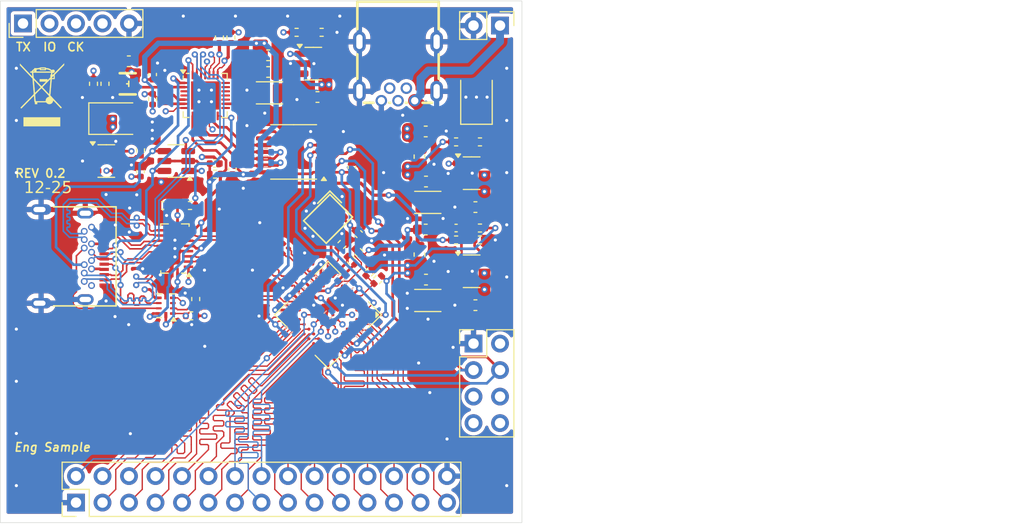
<source format=kicad_pcb>
(kicad_pcb (version 20240108) (generator "pcbnew") (generator_version "8.0")
  (layers (0 "F.Cu" signal) (1 "In1.Cu" signal) (2 "In2.Cu" signal) (31 "B.Cu" signal) (34 "B.Paste" user) (35 "F.Paste" user) (36 "B.SilkS" user "B.Silkscreen") (37 "F.SilkS" user "F.Silkscreen") (38 "B.Mask" user) (39 "F.Mask" user) (44 "Edge.Cuts" user))
  (net 0 "")
  (net 1 "GND")
  (net 2 "+1V2")
  (net 3 "+1V8")
  (net 4 "+A_1V2")
  (net 5 "+A_1V8")
  (net 6 "+5V")
  (net 7 "+3V3")
  (net 8 "/PORT/DP_ML1_N")
  (net 9 "/PORT/DP_S_ML1_N")
  (net 10 "/PORT/DP_ML0_P")
  (net 11 "/PORT/DP_S_ML0_P")
  (net 12 "/PORT/DP_AUX_N")
  (net 13 "/PORT/DP_S_AUX_N")
  (net 14 "/PORT/DP_S_ML1_P")
  (net 15 "/PORT/DP_ML1_P")
  (net 16 "/PORT/DP_ML0_N")
  (net 17 "/PORT/DP_S_ML0_N")
  (net 18 "/PORT/DP_AUX_P")
  (net 19 "/PORT/DP_S_AUX_P")
  (net 20 "/PORT/TYPEC_VBUS")
  (net 21 "Net-(U2-EN)")
  (net 22 "/PORT/TYPEC_ML3_N")
  (net 23 "/PORT/TYPEC_ML0_P")
  (net 24 "/PORT/TYPEC_D+")
  (net 25 "/PORT/TYPEC_ML3_P")
  (net 26 "/PORT/TYPEC_AUX_N")
  (net 27 "/PORT/TYPEC_D-")
  (net 28 "/PORT/TYPEC_CC1")
  (net 29 "/PORT/TYPEC_AUX_P")
  (net 30 "/PORT/TYPEC_CC2")
  (net 31 "/PORT/TYPEC_ML0_N")
  (net 32 "/PORT/TYPEC_ML2_N")
  (net 33 "/PORT/TYPEC_ML2_P")
  (net 34 "/PORT/TYPEC_ML1_P")
  (net 35 "/PORT/TYPEC_ML1_N")
  (net 39 "/VIDEO/DP_D5")
  (net 40 "/VIDEO/DP_VSYNC")
  (net 41 "/VIDEO/DP_D12")
  (net 42 "/VIDEO/DP_D23")
  (net 43 "/VIDEO/DP_D6")
  (net 44 "/VIDEO/DP_D2")
  (net 45 "/VIDEO/DP_D19")
  (net 46 "/VIDEO/DP_D21")
  (net 47 "/VIDEO/DP_D18")
  (net 48 "/VIDEO/DP_D20")
  (net 49 "/VIDEO/DP_D4")
  (net 50 "/VIDEO/DP_D15")
  (net 51 "/VIDEO/DP_I2S_BCLK")
  (net 52 "/VIDEO/DP_PCLK")
  (net 53 "/VIDEO/DP_D7")
  (net 54 "/VIDEO/DP_D14")
  (net 55 "/VIDEO/DP_D11")
  (net 56 "/VIDEO/DP_D10")
  (net 57 "/VIDEO/DP_D13")
  (net 58 "/VIDEO/DP_D9")
  (net 59 "/VIDEO/DP_HSYNC")
  (net 60 "/VIDEO/DP_D0")
  (net 61 "/VIDEO/DP_D16")
  (net 62 "/VIDEO/DP_D8")
  (net 63 "/VIDEO/DP_I2S_OSCLK")
  (net 64 "/VIDEO/DP_I2S_LRCLK")
  (net 65 "/PORT/DP_I2C_SDA")
  (net 66 "/PORT/DP_I2C_SCL")
  (net 67 "/VIDEO/DP_I2S_DATA")
  (net 68 "/VIDEO/DP_D1")
  (net 69 "/VIDEO/DP_D17")
  (net 70 "/VIDEO/DP_DE")
  (net 71 "/VIDEO/DP_D3")
  (net 72 "/VIDEO/DP_D22")
  (net 73 "/PORT/MCU_SWCLK")
  (net 74 "/PORT/MCU_DBG")
  (net 75 "/PORT/MCU_SWDIO")
  (net 76 "Net-(U1-SW)")
  (net 77 "Net-(U2-SW)")
  (net 78 "Net-(U5-SW)")
  (net 79 "/PORT/MCU_STATUS")
  (net 81 "Net-(U1-FB)")
  (net 82 "Net-(U2-FB)")
  (net 83 "Net-(U5-FB)")
  (net 84 "Net-(U8-ISET)")
  (net 85 "/PORT/TYPEC_VEN#")
  (net 86 "Net-(U9-PREC_RES0)")
  (net 87 "Net-(U9-PREC_RES1)")
  (net 89 "Net-(U9-I2C_ADR_SEL)")
  (net 90 "Net-(U9-DIS_ASSR)")
  (net 91 "Net-(U9-MODE1)")
  (net 92 "Net-(U9-MODE0)")
  (net 93 "/PORT/MCU_VSENSE")
  (net 94 "/PORT/TYPEC_SEL#")
  (net 95 "/PORT/TYPEC_EN#")
  (net 96 "/PORT/TYPEC_VCONN2")
  (net 97 "/PORT/TYPEC_VCONN1")
  (net 98 "/PORT/MCU_DP_RST#")
  (net 99 "/PORT/MCU_I2C_SCL")
  (net 102 "/PORT/MCU_I2C_SDA")
  (net 103 "/PORT/MCU_DP_INT")
  (net 104 "/PORT/DP_RST#")
  (net 105 "/PORT/DP_INT")
  (net 111 "/PORT/MCU_PGA_OUT")
  (net 116 "/VIDEO/DP_REFCLK")
  (footprint "Library:C_0402_1005Metric" (layer "F.Cu") (at 88.1539 90.0285 90)
    (property "Reference" "C19" (hide yes))
    (property "Value" "1uF" (hide yes))
  )
  (footprint "Library:PinHeader_1x05_P2.54mm_Vertical" (layer "F.Cu") (at 76.89 75.8268 90)
    (property "Reference" "J5" (hide yes))
    (property "Value" "Conn_01x05_2.54mm" (hide yes))
  )
  (footprint "Library:C_0603_1608Metric" (layer "F.Cu") (at 115.514 100.3785)
    (property "Reference" "C2" (hide yes))
    (property "Value" "22uF" (hide yes))
  )
  (footprint "Library:C_0603_1608Metric" (layer "F.Cu") (at 115.489 95.5785)
    (property "Reference" "C4" (hide yes))
    (property "Value" "10uF" (hide yes))
  )
  (footprint "Library:R_0402_1005Metric" (layer "F.Cu") (at 110.125624 99.646876 -135)
    (property "Reference" "R14" (hide yes))
    (property "Value" "10kΩ" (hide yes))
  )
  (footprint "Library:C_0603_1608Metric" (layer "F.Cu") (at 115.514 90.9785)
    (property "Reference" "C1" (hide yes))
    (property "Value" "22uF" (hide yes))
  )
  (footprint "Library:R_0402_1005Metric" (layer "F.Cu") (at 107.457894 97.003036 -135)
    (property "Reference" "R17" (hide yes))
    (property "Value" "10kΩ" (hide yes))
  )
  (footprint "Library:L_0603_1608Metric" (layer "F.Cu") (at 114.889 88.591 -90)
    (property "Reference" "FB2" (hide yes))
    (property "Value" "MPZ1608S101ATAH0" (hide yes))
  )
  (footprint "Library:L_Murata_DFE201610P" (layer "F.Cu") (at 100.514 82.4785 180)
    (property "Reference" "L3" (hide yes))
    (property "Value" "2.2uH" (hide yes))
  )
  (footprint "Library:CP_EIA-3528-21_Kemet-B" (layer "F.Cu") (at 120.3515 83.0285 90)
    (property "Reference" "C10" (hide yes))
    (property "Value" "150uF" (hide yes))
  )
  (footprint "Library:C_0402_1005Metric" (layer "F.Cu") (at 96.95979 89.7897 -90)
    (property "Reference" "C34" (hide yes))
    (property "Value" "1uF" (hide yes))
  )
  (footprint "Library:SOT-23-5" (layer "F.Cu") (at 104.714 79.6785)
    (property "Reference" "U5" (hide yes))
    (property "Value" "TLV62569DBV" (hide yes))
  )
  (footprint "Library:C_0402_1005Metric" (layer "F.Cu") (at 95.2677 89.2513)
    (property "Reference" "C32" (hide yes))
    (property "Value" "1uF" (hide yes))
  )
  (footprint "Library:C_0603_1608Metric" (layer "F.Cu") (at 87.03389 79.4519)
    (property "Reference" "C8" (hide yes))
    (property "Value" "4.7uF" (hide yes))
  )
  (footprint "Library:USB_C_Receptacle_Amphenol_10137062-00021LF" (layer "F.Cu") (at 79.75 98.15 -90)
    (property "Reference" "J1" (hide yes))
    (property "Value" "USB_C_Receptacle" (hide yes))
  )
  (footprint "Library:C_0402_1005Metric" (layer "F.Cu") (at 109.075911 96.012911 -45)
    (property "Reference" "C21" (hide yes))
    (property "Value" "100nF" (hide yes))
  )
  (footprint "Library:R_0402_1005Metric" (layer "F.Cu") (at 120.687 95.4355)
    (property "Reference" "R4" (hide yes))
    (property "Value" "100kΩ" (hide yes))
  )
  (footprint "Library:C_0201_0603Metric" (layer "F.Cu") (at 100.892322 99.002322 -45)
    (property "Reference" "C15" (hide yes))
    (property "Value" "0.1uF" (hide yes))
  )
  (footprint "Library:C_0603_1608Metric" (layer "F.Cu") (at 100.389 78.8785)
    (property "Reference" "C9" (hide yes))
    (property "Value" "10uF" (hide yes))
  )
  (footprint "Library:C_0402_1005Metric" (layer "F.Cu") (at 118.401 95.4355 180)
    (property "Reference" "C30" (hide yes))
    (property "Value" "1uF" (hide yes))
  )
  (footprint "Library:R_0402_1005Metric" (layer "F.Cu") (at 92.8975 93.2762 180)
    (property "Reference" "R23" (hide yes))
    (property "Value" "10kΩ" (hide yes))
  )
  (footprint "Library:R_0402_1005Metric" (layer "F.Cu") (at 110.887624 100.3885 -135)
    (property "Reference" "R15" (hide yes))
    (property "Value" "N.P." (hide yes))
  )
  (footprint "Library:C_0603_1608Metric" (layer "F.Cu") (at 100.389 80.4785)
    (property "Reference" "C14" (hide yes))
    (property "Value" "10uF" (hide yes))
  )
  (footprint "Library:C_0201_0603Metric" (layer "F.Cu") (at 98.65919 102.5217)
    (property "Reference" "C17" (hide yes))
    (property "Value" "0.1uF" (hide yes))
  )
  (footprint "Library:C_0201_0603Metric" (layer "F.Cu") (at 98.65919 101.7597)
    (property "Reference" "C13" (hide yes))
    (property "Value" "0.1uF" (hide yes))
  )
  (footprint "Library:SOT-23-6" (layer "F.Cu") (at 91.5829 89.0125 180)
    (property "Reference" "Q1" (hide yes))
    (property "Value" "AO6801" (hide yes))
  )
  (footprint "Library:C_0603_1608Metric" (layer "F.Cu") (at 115.489 86.1785)
    (property "Reference" "C3" (hide yes))
    (property "Value" "10uF" (hide yes))
  )
  (footprint "Library:R_0402_1005Metric" (layer "F.Cu") (at 108.337 98.522513 135)
    (property "Reference" "R11" (hide yes))
    (property "Value" "3kΩ" (hide yes))
  )
  (footprint "Library:C_0402_1005Metric" (layer "F.Cu") (at 90.273 93.2762 180)
    (property "Reference" "C35" (hide yes))
    (property "Value" "1uF" (hide yes))
  )
  (footprint "Library:C_0402_1005Metric" (layer "F.Cu") (at 108.41 89.6087 -90)
    (property "Reference" "C22" (hide yes))
    (property "Value" "0.1uF" (hide yes))
  )
  (footprint "Library:R_0402_1005Metric" (layer "F.Cu") (at 109.0667 97.7817 135)
    (property "Reference" "R16" (hide yes))
    (property "Value" "10kΩ" (hide yes))
  )
  (footprint "Library:QFN-28-1EP_4x4mm_P0.4mm_EP2.7x2.7mm" (layer "F.Cu") (at 94.3515 82.7285)
    (property "Reference" "U7" (hide yes))
    (property "Value" "CH32X035G8U6" (hide yes))
  )
  (footprint "Library:C_0402_1005Metric" (layer "F.Cu") (at 89.31989 80.7219 90)
    (property "Reference" "C33" (hide yes))
    (property "Value" "1uF" (hide yes))
  )
  (footprint "Library:C_0603_1608Metric" (layer "F.Cu") (at 105.114 82.8785 180)
    (property "Reference" "C5" (hide yes))
    (property "Value" "4.7uF" (hide yes))
  )
  (footprint "Library:C_0603_1608Metric" (layer "F.Cu") (at 120.2515 93.4285 180)
    (property "Reference" "C6" (hide yes))
    (property "Value" "4.7uF" (hide yes))
  )
  (footprint "Library:LED_WS2812B-1615_SMD-4P_1.6x1.5mm" (layer "F.Cu") (at 86.92679 81.6109)
    (property "Reference" "LED1" (hide yes))
    (property "Value" "WS2812B_1615" (hide yes))
  )
  (footprint "Library:WQFN-20-1EP_2.5x4.5mm_P0.5mm_EP1x2.9mm" (layer "F.Cu") (at 91.45 97.4 180)
    (property "Reference" "U3" (hide yes))
    (property "Value" "CBTL02043A" (hide yes))
  )
  (footprint "Library:R_0402_1005Metric" (layer "F.Cu") (at 120.689 96.5785)
    (property "Reference" "R2" (hide yes))
    (property "Value" "50kΩ" (hide yes))
  )
  (footprint "Library:R_0402_1005Metric" (layer "F.Cu") (at 95.2977 90.2673 180)
    (property "Reference" "R22" (hide yes))
    (property "Value" "10kΩ" (hide yes))
  )
  (footprint "Library:R_0402_1005Metric" (layer "F.Cu") (at 96.8188 77.17699 -90)
    (property "Reference" "R12" (hide yes))
    (property "Value" "10kΩ" (hide yes))
  )
  (footprint "Library:R_0402_1005Metric" (layer "F.Cu") (at 105.514 76.6785)
    (property "Reference" "R5" (hide yes))
    (property "Value" "20kΩ" (hide yes))
  )
  (footprint "Library:R_0402_1005Metric" (layer "F.Cu") (at 93.004 103.849)
    (property "Reference" "R7" (hide yes))
    (property "Value" "100kΩ" (hide yes))
  )
  (footprint "Library:PinHeader_2x15_P2.54mm_Vertical" (layer "F.Cu") (at 81.97 121.75 90)
    (property "Reference" "J4" (hide yes))
    (property "Value" "Conn_02x15_2.54mm" (hide yes))
  )
  (footprint "Library:SOT-23-6" (layer "F.Cu") (at 84.87489 89.0125)
    (property "Reference" "U8" (hide yes))
    (property "Value" "CH217K" (hide yes))
  )
  (footprint "Library:L_0603_1608Metric" (layer "F.Cu") (at 114.889 97.9785 -90)
    (property "Reference" "FB1" (hide yes))
    (property "Value" "MPZ1608S101ATAH0" (hide yes))
  )
  (footprint "Library:SOT-23-5" (layer "F.Cu") (at 119.889 99.5785)
    (property "Reference" "U2" (hide yes))
    (property "Value" "TLV62569DBV" (hide yes))
  )
  (footprint "Library:USB_Micro-B_XUNPU_UX-150-ARG4" (layer "F.Cu") (at 112.83425 80.40625 180)
    (property "Reference" "J2" (hide yes))
    (property "Value" "USB_B_Micro" (hide yes))
  )
  (footprint "Library:R_0402_1005Metric" (layer "F.Cu") (at 89.31439 83.0861 90)
    (property "Reference" "R10" (hide yes))
    (property "Value" "10kΩ" (hide yes))
  )
  (footprint "Library:SOT-23-5" (layer "F.Cu") (at 119.889 90.1785)
    (property "Reference" "U1" (hide yes))
    (property "Value" "TLV62569DBV" (hide yes))
  )
  (footprint "Library:R_0402_1005Metric" (layer "F.Cu") (at 83.64689 81.6109 90)
    (property "Reference" "R19" (hide yes))
    (property "Value" "180kΩ" (hide yes))
  )
  (footprint "Library:C_0201_0603Metric" (layer "F.Cu") (at 100.392322 99.502322 -45)
    (property "Reference" "C11" (hide yes))
    (property "Value" "0.1uF" (hide yes))
  )
  (footprint "Library:R_0402_1005Metric" (layer "F.Cu") (at 95.7188 77.17699 -90)
    (property "Reference" "R13" (hide yes))
    (property "Value" "10kΩ" (hide yes))
  )
  (footprint "Library:Oscillator_SMD_SeikoEpson_SG210-4Pin_2.5x2.0mm" (layer "F.Cu") (at 106.128858 94.5576 -135)
    (property "Reference" "X1" (hide yes))
    (property "Value" "SG-210STF 26.000000MHz" (hide yes))
  )
  (footprint "Library:Texas_UQFN-10_1.5x2mm_P0.5mm" (layer "F.Cu") (at 90.5765 102.8785 180)
    (property "Reference" "U4" (hide yes))
    (property "Value" "TS3USB221RSER" (hide yes))
  )
  (footprint "Library:C_0201_0603Metric" (layer "F.Cu") (at 101.607548 97.644548 -45)
    (property "Reference" "C12" (hide yes))
    (property "Value" "0.1uF" (hide yes))
  )
  (footprint "Library:PinHeader_1x02_P2.54mm_Vertical" (layer "F.Cu") (at 122.61 76.03 -90)
    (property "Reference" "J6" (hide yes))
    (property "Value" "Conn_01x02_2.54mm" (hide yes))
  )
  (footprint "Library:R_0402_1005Metric" (layer "F.Cu") (at 88.1539 87.9945 -90)
    (property "Reference" "R9" (hide yes))
    (property "Value" "30kΩ" (hide yes))
  )
  (footprint "Library:TSSOP-14_4.4x5mm_P0.65mm" (layer "F.Cu") (at 102.82719 88.1387 180)
    (property "Reference" "U6" (hide yes))
    (property "Value" "LSF0204PW" (hide yes))
  )
  (footprint "Library:R_0402_1005Metric" (layer "F.Cu") (at 118.401 96.5785)
    (property "Reference" "R26" (hide yes))
    (property "Value" "10kΩ" (hide yes))
  )
  (footprint "Library:CP_EIA-3528-21_Kemet-B" (layer "F.Cu") (at 85.65839 84.949)
    (property "Reference" "C18" (hide yes))
    (property "Value" "150uF" (hide yes))
  )
  (footprint "Library:R_0402_1005Metric" (layer "F.Cu") (at 93.444 102.24 90)
    (property "Reference" "R8" (hide yes))
    (property "Value" "100kΩ" (hide yes))
  )
  (footprint "Library:L_Murata_DFE201610P" (layer "F.Cu") (at 115.689 92.9785 180)
    (property "Reference" "L1" (hide yes))
    (property "Value" "2.2uH" (hide yes))
  )
  (footprint "Library:R_0402_1005Metric" (layer "F.Cu") (at 103.114 76.6785 180)
    (property "Reference" "R6" (hide yes))
    (property "Value" "90kΩ" (hide yes))
  )
  (footprint "Library:R_0402_1005Metric" (layer "F.Cu") (at 84.74789 81.6109 -90)
    (property "Reference" "R20" (hide yes))
    (property "Value" "30kΩ" (hide yes))
  )
  (footprint "Library:R_0402_1005Metric" (layer "F.Cu") (at 120.689 87.1785)
    (property "Reference" "R1" (hide yes))
    (property "Value" "100kΩ" (hide yes))
  )
  (footprint "Library:L_Murata_DFE201610P" (layer "F.Cu") (at 115.689 102.3785 180)
    (property "Reference" "L2" (hide yes))
    (property "Value" "2.2uH" (hide yes))
  )
  (footprint "Library:WEEE-Logo_4.2x6mm_SilkScreen" (layer "F.Cu") (at 78.71 82.67)
    (property "Reference" "REF**" (hide yes))
    (property "Value" "WEEE-Logo_4.2x6mm_SilkScreen" (hide yes))
  )
  (footprint "Library:R_0402_1005Metric" (layer "F.Cu") (at 118.401 87.1785 180)
    (property "Reference" "R3" (hide yes))
    (property "Value" "100kΩ" (hide yes))
  )
  (footprint "Library:C_0603_1608Metric" (layer "F.Cu") (at 120.2515 102.8285 180)
    (property "Reference" "C7" (hide yes))
    (property "Value" "4.7uF" (hide yes))
  )
  (footprint "Library:C_0201_0603Metric" (layer "F.Cu") (at 102.107548 97.144548 -45)
    (property "Reference" "C16" (hide yes))
    (property "Value" "0.1uF" (hide yes))
  )
  (footprint "Library:PinHeader_2x04_P2.54mm_Vertical" (layer "F.Cu") (at 120.07 106.51)
    (property "Reference" "J3" (hide yes))
    (property "Value" "Conn_02x04_2.54mm" (hide yes))
  )
  (footprint "Library:Toshiba_VFBGA-80_7.0x7.0mm" (layer "F.Cu") (at 106.128858 103.75 -135)
    (property "Reference" "U9" (hide yes))
    (property "Value" "TC358867XBG" (hide yes))
  )
  (footprint "Library:C_0402_1005Metric" (layer "B.Cu") (at 104.757911 100.330911 -45)
    (property "Reference" "C27" (hide yes))
    (property "Value" "10nF" (hide yes))
  )
  (footprint "Library:R_0402_1005Metric" (layer "B.Cu") (at 102.354746 105.2297 -135)
    (property "Reference" "R25" (hide yes))
    (property "Value" "10kΩ" (hide yes))
  )
  (footprint "Library:R_0402_1005Metric" (layer "B.Cu") (at 100.16 88.17)
    (property "Reference" "R24" (hide yes))
    (property "Value" "10kΩ" (hide yes))
  )
  (footprint "Library:R_0402_1005Metric" (layer "B.Cu") (at 100.16 89.17)
    (property "Reference" "R21" (hide yes))
    (property "Value" "10kΩ" (hide yes))
  )
  (footprint "Library:C_0402_1005Metric" (layer "B.Cu") (at 103.61 101.47 -45)
    (property "Reference" "C28" (hide yes))
    (property "Value" "10nF" (hide yes))
  )
  (footprint "Library:C_0402_1005Metric" (layer "B.Cu") (at 102.561831 102.490441 -45)
    (property "Reference" "C25" (hide yes))
    (property "Value" "100nF" (hide yes))
  )
  (footprint "Library:C_0402_1005Metric" (layer "B.Cu") (at 109.80615 104.90875 135)
    (property "Reference" "C36" (hide yes))
    (property "Value" "100nF" (hide yes))
  )
  (footprint "Library:C_0402_1005Metric" (layer "B.Cu") (at 108.19748 100.97 -135)
    (property "Reference" "C24" (hide yes))
    (property "Value" "100nF" (hide yes))
  )
  (footprint "Library:C_0402_1005Metric" (layer "B.Cu") (at 109.11672 105.59818 135)
    (property "Reference" "C37" (hide yes))
    (property "Value" "10nF" (hide yes))
  )
  (footprint "Library:C_0402_1005Metric" (layer "B.Cu") (at 101.86 103.190479 -45)
    (property "Reference" "C20" (hide yes))
    (property "Value" "100nF" (hide yes))
  )
  (footprint "Library:R_0402_1005Metric" (layer "B.Cu") (at 106.12919 103.7597 45)
    (property "Reference" "R18" (hide yes))
    (property "Value" "10kΩ" (hide yes))
  )
  (footprint "Library:C_0402_1005Metric" (layer "B.Cu") (at 107.398449 100.17 45)
    (property "Reference" "C26" (hide yes))
    (property "Value" "10nF" (hide yes))
  )
  (footprint "Library:C_0402_1005Metric" (layer "B.Cu") (at 107.967338 106.73753 135)
    (property "Reference" "C23" (hide yes))
    (property "Value" "10nF" (hide yes))
  )
  (footprint "Library:C_0402_1005Metric" (layer "B.Cu") (at 105.900911 99.187911 -45)
    (property "Reference" "C29" (hide yes))
    (property "Value" "100nF" (hide yes))
  )
  (gr_rect (start 74.71 73.67) (end 124.71 123.67) (stroke (width 0.05)) (fill none) (layer "Edge.Cuts"))
  (gr_text "12-25" (at 76.96 92.27867 0) (layer "F.SilkS") (effects (font (size 1.143 1.143) (thickness 0.127)) (justify left bottom)))
  (gr_text "REV 0.2" (at 76.06 90.67 0) (layer "F.SilkS") (effects (font (size 0.8128 0.8128) (thickness 0.1524) (bold yes)) (justify left bottom)))
  (gr_text "IO" (at 78.72919 78.5597 0) (layer "F.SilkS") (effects (font (size 0.8128 0.8128) (thickness 0.1524) (bold yes)) (justify left bottom)))
  (gr_text "CK" (at 81.02919 78.5597 0) (layer "F.SilkS") (effects (font (size 0.8128 0.8128) (thickness 0.1524) (bold yes)) (justify left bottom)))
  (gr_text "Eng Sample" (at 75.96 116.92 0) (layer "F.SilkS") (effects (font (size 0.8128 0.8128) (thickness 0.1524) (bold yes) (italic yes)) (justify left bottom)))
  (gr_text "TX" (at 76.12919 78.5597 0) (layer "F.SilkS") (effects (font (size 0.8128 0.8128) (thickness 0.1524) (bold yes)) (justify left bottom)))
  (segment (start 85.402875 87.1235) (end 85.78139 87.1235) (width 0.254) (layer "F.Cu") (net 1))
  (segment (start 85.399 100.922) (end 85.399 101.876) (width 0.254) (layer "F.Cu") (net 1))
  (segment (start 84.77 100.9) (end 85.377 100.9) (width 0.254) (layer "F.Cu") (net 1))
  (segment (start 96.98779 90.2977) (end 96.95979 90.2697) (width 0.3048) (layer "F.Cu") (net 1))
  (segment (start 85.377 100.9) (end 85.399 100.922) (width 0.254) (layer "F.Cu") (net 1))
  (segment (start 84.67 95.4) (end 85.4876 95.4) (width 0.254) (layer "F.Cu") (net 1))
  (segment (start 85.399 101.876) (end 84.8515 102.4235) (width 0.254) (layer "F.Cu") (net 1))
  (segment (start 95.7477 89.2077) (end 95.7477 89.2513) (width 0.3048) (layer "F.Cu") (net 1))
  (segment (start 91.2 99.7) (end 91.2 98.45) (width 0.254) (layer "F.Cu") (net 1))
  (segment (start 83.73739 89.0125) (end 84.54802 89.0125) (width 0.254) (layer "F.Cu") (net 1))
  (segment (start 92.75 97.65) (end 91.7 97.65) (width 0.254) (layer "F.Cu") (net 1))
  (segment (start 91.2 98.45) (end 91.45 98.2) (width 0.254) (layer "F.Cu") (net 1))
  (segment (start 84.936545 88.623975) (end 84.936545 87.58983) (width 0.254) (layer "F.Cu") (net 1))
  (segment (start 94.0405 88.628) (end 95.168 88.628) (width 0.3048) (layer "F.Cu") (net 1))
  (segment (start 85.4876 95.4) (end 85.7418 95.1458) (width 0.254) (layer "F.Cu") (net 1))
  (segment (start 91.2 96.35) (end 91.45 96.6) (width 0.254) (layer "F.Cu") (net 1))
  (segment (start 84.936545 87.58983) (end 85.402875 87.1235) (width 0.254) (layer "F.Cu") (net 1))
  (segment (start 91.7 97.65) (end 91.45 97.4) (width 0.254) (layer "F.Cu") (net 1))
  (segment (start 84.54802 89.0125) (end 84.936545 88.623975) (width 0.254) (layer "F.Cu") (net 1))
  (segment (start 116.3028 86.1397) (end 116.264 86.1785) (width 0.254) (layer "F.Cu") (net 1))
  (segment (start 91.2 95.1) (end 91.2 96.35) (width 0.254) (layer "F.Cu") (net 1))
  (segment (start 95.168 88.628) (end 95.7477 89.2077) (width 0.3048) (layer "F.Cu") (net 1))
  (segment (start 87.558 79.5695) (end 87.583 79.5445) (width 0.254) (layer "F.Cu") (net 1))
  (via (at 107.59469 86.1887) (size 0.6) (drill 0.3) (layers "F.Cu" "B.Cu") (net 1))
  (via (at 94.31 106.77) (size 0.6) (drill 0.3) (layers "F.Cu" "B.Cu") (net 1))
  (via (at 107.44999 95.9695) (size 0.6) (drill 0.3) (layers "F.Cu" "B.Cu") (net 1))
  (via (at 116.28139 89.3235) (size 0.6) (drill 0.3) (layers "F.Cu" "B.Cu") (net 1))
  (via (at 106.818288 102.14133) (size 0.6) (drill 0.3) (layers "F.Cu" "B.Cu") (net 1))
  (via (at 98.3515 82.2169) (size 0.6) (drill 0.3) (layers "F.Cu" "B.Cu") (net 1))
  (via (at 89.28139 85.2735) (size 0.6) (drill 0.3) (layers "F.Cu" "B.Cu") (net 1))
  (via (at 118.11 106.87) (size 0.6) (drill 0.3) (layers "F.Cu" "B.Cu") (net 1))
  (via (at 100.0596 84.4235) (size 0.6) (drill 0.3) (layers "F.Cu" "B.Cu") (net 1))
  (via (at 98.0015 91.6235) (size 0.6) (drill 0.3) (layers "F.Cu" "B.Cu") (net 1))
  (via (at 123.2515 90.1235) (size 0.6) (drill 0.3) (layers "F.Cu" "B.Cu") (net 1))
  (via (at 87.11 93.52) (size 0.6) (drill 0.3) (layers "F.Cu" "B.Cu") (net 1))
  (via (at 115.879 111.209) (size 0.6) (drill 0.3) (layers "F.Cu" "B.Cu") (net 1))
  (via (at 102.5267 79.663) (size 0.6) (drill 0.3) (layers "F.Cu" "B.Cu") (net 1))
  (via (at 104.77179 79.6785) (size 0.6) (drill 0.3) (layers "F.Cu" "B.Cu") (net 1))
  (via (at 103.88139 97.8235) (size 0.6) (drill 0.3) (layers "F.Cu" "B.Cu") (net 1))
  (via (at 90.48139 80.3235) (size 0.6) (drill 0.3) (layers "F.Cu" "B.Cu") (net 1))
  (via (at 107.507718 102.83076) (size 0.6) (drill 0.3) (layers "F.Cu" "B.Cu") (net 1))
  (via (at 91.45 96.6) (size 0.6) (drill 0.3) (layers "F.Cu" "B.Cu") (net 1))
  (via (at 84.8515 102.4235) (size 0.6) (drill 0.3) (layers "F.Cu" "B.Cu") (net 1))
  (via (at 82.59439 89.0125) (size 0.6) (drill 0.3) (layers "F.Cu" "B.Cu") (net 1))
  (via (at 90.65 94.231) (size 0.6) (drill 0.3) (layers "F.Cu" "B.Cu") (net 1))
  (via (at 87.79 92.25) (size 0.6) (drill 0.3) (layers "F.Cu" "B.Cu") (net 1))
  (via (at 93.7515 82.2169) (size 0.6) (drill 0.3) (layers "F.Cu" "B.Cu") (net 1))
  (via (at 92.2515 75.1235) (size 0.6) (drill 0.3) (layers "F.Cu" "B.Cu") (net 1))
  (via (at 104.04639 93.8105) (size 0.6) (drill 0.3) (layers "F.Cu" "B.Cu") (net 1))
  (via (at 113.72 103.134) (size 0.6) (drill 0.3) (layers "F.Cu" "B.Cu") (net 1))
  (via (at 121.36919 82.8885) (size 0.6) (drill 0.3) (layers "F.Cu" "B.Cu") (net 1))
  (via (at 123.2515 80.1235) (size 0.6) (drill 0.3) (layers "F.Cu" "B.Cu") (net 1))
  (via (at 87.28239 89.3909) (size 0.6) (drill 0.3) (layers "F.Cu" "B.Cu") (net 1))
  (via (at 104.4585 86.1887) (size 0.6) (drill 0.3) (layers "F.Cu" "B.Cu") (net 1))
  (via (at 89.28139 86.0735) (size 0.6) (drill 0.3) (layers "F.Cu" "B.Cu") (net 1))
  (via (at 85.48139 82.9235) (size 0.6) (drill 0.3) (layers "F.Cu" "B.Cu") (net 1))
  (via (at 89.78139 79.6235) (size 0.6) (drill 0.3) (layers "F.Cu" "B.Cu") (net 1))
  (via (at 94.28139 99.47) (size 0.6) (drill 0.3) (layers "F.Cu" "B.Cu") (net 1))
  (via (at 85.71 103.92) (size 0.6) (drill 0.3) (layers "F.Cu" "B.Cu") (net 1))
  (via (at 101.81 101.17) (size 0.6) (drill 0.3) (layers "F.Cu" "B.Cu") (net 1))
  (via (at 120.35319 82.8885) (size 0.6) (drill 0.3) (layers "F.Cu" "B.Cu") (net 1))
  (via (at 118.28121 102.8285) (size 0.6) (drill 0.3) (layers "F.Cu" "B.Cu") (net 1))
  (via (at 84.8515 92.2235) (size 0.6) (drill 0.3) (layers "F.Cu" "B.Cu") (net 1))
  (via (at 85.78139 87.1235) (size 0.6) (drill 0.3) (layers "F.Cu" "B.Cu") (net 1))
  (via (at 98.88139 99.47) (size 0.6) (drill 0.3) (layers "F.Cu" "B.Cu") (net 1))
  (via (at 76.2515 110.1235) (size 0.6) (drill 0.3) (layers "F.Cu" "B.Cu") (net 1))
  (via (at 88.3585 99.3375) (size 0.6) (drill 0.3) (layers "F.Cu" "B.Cu") (net 1))
  (via (at 94.9515 82.2169) (size 0.6) (drill 0.3) (layers "F.Cu" "B.Cu") (net 1))
  (via (at 87.08139 95.8235) (size 0.6) (drill 0.3) (layers "F.Cu" "B.Cu") (net 1))
  (via (at 116.28139 98.6235) (size 0.6) (drill 0.3) (layers "F.Cu" "B.Cu") (net 1))
  (via (at 106.9844 76.6785) (size 0.6) (drill 0.3) (layers "F.Cu" "B.Cu") (net 1))
  (via (at 87.0195 104.6945) (size 0.6) (drill 0.3) (layers "F.Cu" "B.Cu") (net 1))
  (via (at 113.7515 94.5235) (size 0.6) (drill 0.3) (layers "F.Cu" "B.Cu") (net 1))
  (via (at 102.2515 75.1235) (size 0.6) (drill 0.3) (layers "F.Cu" "B.Cu") (net 1))
  (via (at 93.0585 104.6945) (size 0.6) (drill 0.3) (layers "F.Cu" "B.Cu") (net 1))
  (via (at 104.749998 102.83076) (size 0.6) (drill 0.3) (layers "F.Cu" "B.Cu") (net 1))
  (via (at 97.2515 75.1235) (size 0.6) (drill 0.3) (layers "F.Cu" "B.Cu") (net 1))
  (via (at 76.2515 115.1235) (size 0.6) (drill 0.3) (layers "F.Cu" "B.Cu") (net 1))
  (via (at 99.51 103.87) (size 0.6) (drill 0.3) (layers "F.Cu" "B.Cu") (net 1))
  (via (at 111.4515 90.1235) (size 0.6) (drill 0.3) (layers "F.Cu" "B.Cu") (net 1))
  (via (at 122.1594 96.5785) (size 0.6) (drill 0.3) (layers "F.Cu" "B.Cu") (net 1))
  (via (at 115.71 104.17) (size 0.6) (drill 0.3) (layers "F.Cu" "B.Cu") (net 1))
  (via (at 76.2515 85.1235) (size 0.6) (drill 0.3) (layers "F.Cu" "B.Cu") (net 1))
  (via (at 119.94679 99.5785) (size 0.6) (drill 0.3) (layers "F.Cu" "B.Cu") (net 1))
  (via (at 94.9515 83.3285) (size 0.6) (drill 0.3) (layers "F.Cu" "B.Cu") (net 1))
  (via (at 104.80839 93.0485) (size 0.6) (drill 0.3) (layers "F.Cu" "B.Cu") (net 1))
  (via (at 110.3 96.65) (size 0.6) (drill 0.3) (layers "F.Cu" "B.Cu") (net 1))
  (via (at 118.28121 93.4285) (size 0.6) (drill 0.3) (layers "F.Cu" "B.Cu") (net 1))
  (via (at 107.2515 75.1235) (size 0.6) (drill 0.3) (layers "F.Cu" "B.Cu") (net 1))
  (via (at 93.7515 83.3285) (size 0.6) (drill 0.3) (layers "F.Cu" "B.Cu") (net 1))
  (via (at 91.45 97.4) (size 0.6) (drill 0.3) (layers "F.Cu" "B.Cu") (net 1))
  (via (at 114.81 108.37) (size 0.6) (drill 0.3) (layers "F.Cu" "B.Cu") (net 1))
  (via (at 113.72 101.684) (size 0.6) (drill 0.3) (layers "F.Cu" "B.Cu") (net 1))
  (via (at 99.58139 94.9235) (size 0.6) (drill 0.3) (layers "F.Cu" "B.Cu") (net 1))
  (via (at 91.45 98.2) (size 0.6) (drill 0.3) (layers "F.Cu" "B.Cu") (net 1))
  (via (at 90.1315 91.0253) (size 0.6) (drill 0.3) (layers "F.Cu" "B.Cu") (net 1))
  (via (at 119.94679 90.1785) (size 0.6) (drill 0.3) (layers "F.Cu" "B.Cu") (net 1))
  (via (at 76.2515 105.1235) (size 0.6) (drill 0.3) (layers "F.Cu" "B.Cu") (net 1))
  (via (at 90.0515 99.9235) (size 0.6) (drill 0.3) (layers "F.Cu" "B.Cu") (net 1))
  (via (at 117.15279 94.5217) (size 0.6) (drill 0.3) (layers "F.Cu" "B.Cu") (net 1))
  (via (at 103.91939 95.4615) (size 0.6) (drill 0.3) (layers "F.Cu" "B.Cu") (net 1))
  (via (at 95.7015 93.6235) (size 0.6) (drill 0.3) (layers "F.Cu" "B.Cu") (net 1))
  (via (at 89.28139 86.8735) (size 0.6) (drill 0.3) (layers "F.Cu" "B.Cu") (net 1))
  (via (at 123.2515 95.1235) (size 0.6) (drill 0.3) (layers "F.Cu" "B.Cu") (net 1))
  (via (at 85.7418 95.1458) (size 0.6) (drill 0.3) (layers "F.Cu" "B.Cu") (net 1))
  (via (at 76.2515 90.1235) (size 0.6) (drill 0.3) (layers "F.Cu" "B.Cu") (net 1))
  (via (at 117.6397 99.602) (size 0.6) (drill 0.3) (layers "F.Cu" "B.Cu") (net 1))
  (via (at 123.2515 100.1235) (size 0.6) (drill 0.3) (layers "F.Cu" "B.Cu") (net 1))
  (via (at 94.0405 88.628) (size 0.6) (drill 0.3) (layers "F.Cu" "B.Cu") (net 1))
  (via (at 82.58139 82.9235) (size 0.6) (drill 0.3) (layers "F.Cu" "B.Cu") (net 1))
  (via (at 76.2515 120.1235) (size 0.6) (drill 0.3) (layers "F.Cu" "B.Cu") (net 1))
  (via (at 76.2515 80.1235) (size 0.6) (drill 0.3) (layers "F.Cu" "B.Cu") (net 1))
  (via (at 117.45759 86.1397) (size 0.6) (drill 0.3) (layers "F.Cu" "B.Cu") (net 1))
  (via (at 117.53 115.654) (size 0.6) (drill 0.3) (layers "F.Cu" "B.Cu") (net 1))
  (via (at 103.14371 83.12) (size 0.6) (drill 0.3) (layers "F.Cu" "B.Cu") (net 1))
  (via (at 87.177 115.146) (size 0.6) (drill 0.3) (layers "F.Cu" "B.Cu") (net 1))
  (via (at 107.47539 92.4135) (size 0.6) (drill 0.3) (layers "F.Cu" "B.Cu") (net 1))
  (via (at 123.2515 85.1235) (size 0.6) (drill 0.3) (layers "F.Cu" "B.Cu") (net 1))
  (via (at 92.4354 101.6665) (size 0.6) (drill 0.3) (layers "F.Cu" "B.Cu") (net 1))
  (via (at 117.6397 90.204) (size 0.6) (drill 0.3) (layers "F.Cu" "B.Cu") (net 1))
  (via (at 123.2515 120.1235) (size 0.6) (drill 0.3) (layers "F.Cu" "B.Cu") (net 1))
  (via (at 104.68139 96.2235) (size 0.6) (drill 0.3) (layers "F.Cu" "B.Cu") (net 1))
  (via (at 113.28139 84.6235) (size 0.6) (drill 0.3) (layers "F.Cu" "B.Cu") (net 1))
  (via (at 119.33719 82.8885) (size 0.6) (drill 0.3) (layers "F.Cu" "B.Cu") (net 1))
  (via (at 98.3515 85.6169) (size 0.6) (drill 0.3) (layers "F.Cu" "B.Cu") (net 1))
  (via (at 111.53939 98.0235) (size 0.6) (drill 0.3) (layers "F.Cu" "B.Cu") (net 1))
  (segment (start 82.86 102.28) (end 82.86 102.318) (width 0.508) (layer "B.Cu") (net 1))
  (segment (start 82.86 102.318) (end 82.859 102.319) (width 0.508) (layer "B.Cu") (net 1))
  (segment (start 108.426955 105.588478) (end 107.967336 106.048097) (width 0.254) (layer "F.Cu") (net 2))
  (segment (start 117.893 87.1805) (end 117.1155 87.1805) (width 0.254) (layer "F.Cu") (net 2))
  (segment (start 107.967336 106.048098) (end 107.967338 106.0481) (width 0.127) (layer "F.Cu") (net 2))
  (segment (start 108.886576 106.507722) (end 108.426961 106.507722) (width 0.254) (layer "F.Cu") (net 2))
  (segment (start 107.967336 106.048097) (end 107.967336 106.048098) (width 0.127) (layer "F.Cu") (net 2))
  (segment (start 108.426961 106.507722) (end 107.967336 106.048097) (width 0.254) (layer "F.Cu") (net 2))
  (via (at 113.7515 89.5285) (size 0.6) (drill 0.3) (layers "F.Cu" "B.Cu") (net 2))
  (via (at 117.1155 87.1805) (size 0.6) (drill 0.3) (layers "F.Cu" "B.Cu") (net 2))
  (via (at 108.886576 106.507722) (size 0.6) (drill 0.3) (layers "F.Cu" "B.Cu") (net 2))
  (via (at 113.7515 90.3285) (size 0.6) (drill 0.3) (layers "F.Cu" "B.Cu") (net 2))
  (segment (start 117.1155 87.1805) (end 114.7675 89.5285) (width 0.254) (layer "B.Cu") (net 2))
  (segment (start 110.145229 105.249069) (end 108.886576 106.507722) (width 0.508) (layer "B.Cu") (net 2))
  (segment (start 110.145229 105.238461) (end 110.145229 105.249069) (width 0.508) (layer "B.Cu") (net 2))
  (segment (start 114.7675 89.5285) (end 113.7515 89.5285) (width 0.254) (layer "B.Cu") (net 2))
  (segment (start 107.737528 107.656767) (end 107.737528 107.65677) (width 0.254) (layer "F.Cu") (net 3))
  (segment (start 99.96469 86.1887) (end 101.0287 86.1887) (width 0.254) (layer "F.Cu") (net 3))
  (segment (start 121.195 95.4355) (end 122.1554 95.4355) (width 0.254) (layer "F.Cu") (net 3))
  (segment (start 107.33094 94.416179) (end 107.479179 94.416179) (width 0.254) (layer "F.Cu") (net 3))
  (segment (start 104.7073 90.0887) (end 105.68969 90.0887) (width 0.254) (layer "F.Cu") (net 3))
  (segment (start 111.248248 100.027876) (end 111.735872 100.5155) (width 0.254) (layer "F.Cu") (net 3))
  (segment (start 107.048097 106.967336) (end 107.737528 107.656767) (width 0.254) (layer "F.Cu") (net 3))
  (segment (start 104.5585 90.2375) (end 104.7073 90.0887) (width 0.254) (layer "F.Cu") (net 3))
  (segment (start 101.0287 86.1887) (end 102.51 87.67) (width 0.254) (layer "F.Cu") (net 3))
  (segment (start 102.51 89.62) (end 103.1275 90.2375) (width 0.254) (layer "F.Cu") (net 3))
  (segment (start 103.44049 90.2375) (end 104.5585 90.2375) (width 0.254) (layer "F.Cu") (net 3))
  (segment (start 107.479179 94.416179) (end 108.7365 95.6735) (width 0.254) (layer "F.Cu") (net 3))
  (segment (start 103.1275 90.2375) (end 103.44049 90.2375) (width 0.254) (layer "F.Cu") (net 3))
  (segment (start 102.51 87.67) (end 102.51 89.62) (width 0.254) (layer "F.Cu") (net 3))
  (segment (start 105.68969 90.0887) (end 108.41 90.0887) (width 0.254) (layer "F.Cu") (net 3))
  (via (at 122.1554 95.4355) (size 0.6) (drill 0.3) (layers "F.Cu" "B.Cu") (net 3))
  (via (at 113.7515 99.7535) (size 0.6) (drill 0.3) (layers "F.Cu" "B.Cu") (net 3))
  (via (at 107.444908 90.0887) (size 0.6) (drill 0.3) (layers "F.Cu" "B.Cu") (net 3))
  (via (at 107.737528 107.656767) (size 0.6) (drill 0.3) (layers "F.Cu" "B.Cu") (net 3))
  (via (at 111.735872 100.5155) (size 0.6) (drill 0.3) (layers "F.Cu" "B.Cu") (net 3))
  (via (at 113.7515 99.0175) (size 0.6) (drill 0.3) (layers "F.Cu" "B.Cu") (net 3))
  (via (at 108.2285 95.1655) (size 0.6) (drill 0.3) (layers "F.Cu" "B.Cu") (net 3))
  (segment (start 107.444908 91.179968) (end 108.2285 91.96356) (width 0.254) (layer "B.Cu") (net 3))
  (segment (start 116.0815 97.4235) (end 114.4875 99.0175) (width 0.254) (layer "B.Cu") (net 3))
  (segment (start 108.2285 98.1005) (end 109.7515 99.6235) (width 0.254) (layer "B.Cu") (net 3))
  (segment (start 108.306749 107.087546) (end 107.737528 107.656767) (width 0.508) (layer "B.Cu") (net 3))
  (segment (start 111.2515 99.0175) (end 113.7515 99.0175) (width 0.254) (layer "B.Cu") (net 3))
  (segment (start 107.444908 90.0887) (end 107.444908 91.179968) (width 0.254) (layer "B.Cu") (net 3))
  (segment (start 109.7515 99.6235) (end 110.6455 99.6235) (width 0.254) (layer "B.Cu") (net 3))
  (segment (start 108.2285 95.1655) (end 108.2285 98.1005) (width 0.254) (layer "B.Cu") (net 3))
  (segment (start 108.2285 91.96356) (end 108.2285 95.1655) (width 0.254) (layer "B.Cu") (net 3))
  (segment (start 112.4515 102.441272) (end 112.4515 104.042769) (width 0.254) (layer "B.Cu") (net 3))
  (segment (start 112.497872 99.7535) (end 111.735872 100.5155) (width 0.254) (layer "B.Cu") (net 3))
  (segment (start 109.417328 107.076941) (end 108.306749 107.076941) (width 0.254) (layer "B.Cu") (net 3))
  (segment (start 112.4515 104.042769) (end 109.417328 107.076941) (width 0.254) (layer "B.Cu") (net 3))
  (segment (start 122.1554 95.4355) (end 120.1674 97.4235) (width 0.254) (layer "B.Cu") (net 3))
  (segment (start 114.4875 99.0175) (end 113.7515 99.0175) (width 0.254) (layer "B.Cu") (net 3))
  (segment (start 113.7515 99.7535) (end 112.497872 99.7535) (width 0.254) (layer "B.Cu") (net 3))
  (segment (start 111.735872 100.5155) (end 111.735872 101.725644) (width 0.254) (layer "B.Cu") (net 3))
  (segment (start 108.306749 107.076941) (end 108.306749 107.087546) (width 0.508) (layer "B.Cu") (net 3))
  (segment (start 120.1674 97.4235) (end 116.0815 97.4235) (width 0.254) (layer "B.Cu") (net 3))
  (segment (start 111.735872 101.725644) (end 112.4515 102.441272) (width 0.254) (layer "B.Cu") (net 3))
  (segment (start 110.6455 99.6235) (end 111.2515 99.0175) (width 0.254) (layer "B.Cu") (net 3))
  (segment (start 107.507716 100.992284) (end 107.048097 101.451903) (width 0.127) (layer "F.Cu") (net 4))
  (segment (start 109.805813 103.290381) (end 109.805813 103.29038) (width 0.127) (layer "F.Cu") (net 4))
  (segment (start 109.346193 102.830761) (end 108.886574 102.371142) (width 0.127) (layer "F.Cu") (net 4))
  (segment (start 109.346194 103.75) (end 109.805813 103.290381) (width 0.127) (layer "F.Cu") (net 4))
  (segment (start 109.116386 101.222091) (end 108.426955 101.911522) (width 0.254) (layer "F.Cu") (net 4))
  (segment (start 107.967336 101.451903) (end 108.426955 101.911522) (width 0.127) (layer "F.Cu") (net 4))
  (segment (start 107.507717 101.911522) (end 107.967336 101.451903) (width 0.127) (layer "F.Cu") (net 4))
  (segment (start 109.346194 102.830761) (end 109.346193 102.830761) (width 0.127) (layer "F.Cu") (net 4))
  (segment (start 114.714 87.6285) (end 114.889 87.8035) (width 0.381) (layer "F.Cu") (net 4))
  (segment (start 114.714 86.1785) (end 114.714 87.6285) (width 0.381) (layer "F.Cu") (net 4))
  (segment (start 107.507716 101.911522) (end 107.507717 101.911522) (width 0.127) (layer "F.Cu") (net 4))
  (segment (start 106.128855 101.451903) (end 106.128858 101.4519) (width 0.254) (layer "F.Cu") (net 4))
  (segment (start 102.451902 103.29038) (end 102.451903 103.290381) (width 0.254) (layer "F.Cu") (net 4))
  (segment (start 101.073038 103.29038) (end 102.451902 103.29038) (width 0.254) (layer "F.Cu") (net 4))
  (segment (start 104.75 100.992284) (end 105.209619 101.451903) (width 0.254) (layer "F.Cu") (net 4))
  (segment (start 107.507716 101.911522) (end 107.048097 101.451903) (width 0.127) (layer "F.Cu") (net 4))
  (segment (start 105.209619 101.451903) (end 106.128855 101.451903) (width 0.254) (layer "F.Cu") (net 4))
  (segment (start 108.886574 102.371142) (end 108.426955 102.830761) (width 0.127) (layer "F.Cu") (net 4))
  (segment (start 107.967336 101.451903) (end 107.967335 101.451903) (width 0.127) (layer "F.Cu") (net 4))
  (segment (start 109.805813 103.290381) (end 110.495244 102.60095) (width 0.127) (layer "F.Cu") (net 4))
  (segment (start 108.886575 103.290381) (end 109.346194 103.75) (width 0.127) (layer "F.Cu") (net 4))
  (segment (start 108.886574 103.290381) (end 108.886574 103.29038) (width 0.127) (layer "F.Cu") (net 4))
  (segment (start 108.886574 103.290381) (end 108.886575 103.290381) (width 0.127) (layer "F.Cu") (net 4))
  (segment (start 110.495244 102.60095) (end 110.495248 102.60095) (width 0.127) (layer "F.Cu") (net 4))
  (segment (start 108.886574 103.29038) (end 108.426955 102.830761) (width 0.127) (layer "F.Cu") (net 4))
  (via (at 101.073038 103.29038) (size 0.6) (drill 0.3) (layers "F.Cu" "B.Cu") (net 4))
  (via (at 113.712588 85.9105) (size 0.6) (drill 0.3) (layers "F.Cu" "B.Cu") (net 4))
  (via (at 106.128858 101.4519) (size 0.6) (drill 0.3) (layers "F.Cu" "B.Cu") (net 4))
  (via (at 110.495244 102.60095) (size 0.6) (drill 0.3) (layers "F.Cu" "B.Cu") (net 4))
  (via (at 109.116386 101.222091) (size 0.6) (drill 0.3) (layers "F.Cu" "B.Cu") (net 4))
  (via (at 113.702 86.6725) (size 0.6) (drill 0.3) (layers "F.Cu" "B.Cu") (net 4))
  (segment (start 108.42729 100.54236) (end 108.436655 100.54236) (width 0.254) (layer "B.Cu") (net 4))
  (segment (start 109.116386 101.222092) (end 110.495244 102.60095) (width 0.254) (layer "B.Cu") (net 4))
  (segment (start 109.116386 101.222091) (end 109.116386 101.222092) (width 0.254) (layer "B.Cu") (net 4))
  (segment (start 101.53299 102.851068) (end 101.51235 102.851068) (width 0.508) (layer "B.Cu") (net 4))
  (segment (start 109.116386 101.222091) (end 109.096413 101.222091) (width 0.254) (layer "B.Cu") (net 4))
  (segment (start 110.495244 102.60095) (end 110.495244 102.600949) (width 0.127) (layer "B.Cu") (net 4))
  (segment (start 109.096413 101.222091) (end 108.536891 100.662569) (width 0.254) (layer "B.Cu") (net 4))
  (segment (start 101.51235 102.851068) (end 101.073038 103.29038) (width 0.508) (layer "B.Cu") (net 4))
  (segment (start 107.059038 100.531752) (end 107.049006 100.531752) (width 0.254) (layer "B.Cu") (net 4))
  (segment (start 107.049006 100.531752) (end 106.128858 101.4519) (width 0.254) (layer "B.Cu") (net 4))
  (segment (start 105.669239 100.073045) (end 105.43976 99.843566) (width 0.254) (layer "F.Cu") (net 5))
  (segment (start 105.43976 99.843566) (end 105.43976 98.93369) (width 0.254) (layer "F.Cu") (net 5))
  (segment (start 114.714 95.5785) (end 114.714 97.016) (width 0.381) (layer "F.Cu") (net 5))
  (segment (start 104.29038 100.992282) (end 103.830758 100.53266) (width 0.254) (layer "F.Cu") (net 5))
  (segment (start 114.714 97.016) (end 114.889 97.191) (width 0.381) (layer "F.Cu") (net 5))
  (segment (start 114.669 95.6235) (end 113.7515 95.6235) (width 0.381) (layer "F.Cu") (net 5))
  (segment (start 104.29038 101.451903) (end 104.29038 100.992282) (width 0.254) (layer "F.Cu") (net 5))
  (segment (start 103.371142 102.371142) (end 102.92122 101.92122) (width 0.254) (layer "F.Cu") (net 5))
  (segment (start 114.714 95.5785) (end 114.669 95.6235) (width 0.381) (layer "F.Cu") (net 5))
  (segment (start 102.92122 101.92122) (end 102.45223 101.92122) (width 0.254) (layer "F.Cu") (net 5))
  (segment (start 110.0319 97.537748) (end 109.427324 98.142324) (width 0.127) (layer "F.Cu") (net 5))
  (via (at 105.43976 98.93369) (size 0.6) (drill 0.3) (layers "F.Cu" "B.Cu") (net 5))
  (via (at 113.7515 95.6235) (size 0.6) (drill 0.3) (layers "F.Cu" "B.Cu") (net 5))
  (via (at 103.830758 100.53266) (size 0.6) (drill 0.3) (layers "F.Cu" "B.Cu") (net 5))
  (via (at 110.0319 97.537748) (size 0.6) (drill 0.3) (layers "F.Cu" "B.Cu") (net 5))
  (via (at 102.45223 101.92122) (size 0.6) (drill 0.3) (layers "F.Cu" "B.Cu") (net 5))
  (segment (start 113.7515 96.5235) (end 113.1515 97.1235) (width 0.381) (layer "B.Cu") (net 5))
  (segment (start 102.25897 102.15103) (end 105.5615 98.8485) (width 0.508) (layer "B.Cu") (net 5))
  (segment (start 102.22242 102.15103) (end 102.25897 102.15103) (width 0.508) (layer "B.Cu") (net 5))
  (segment (start 110.637252 97.537748) (end 110.0319 97.537748) (width 0.381) (layer "B.Cu") (net 5))
  (segment (start 113.1515 97.1235) (end 111.0515 97.1235) (width 0.381) (layer "B.Cu") (net 5))
  (segment (start 102.22242 102.15103) (end 102.22242 102.140998) (width 0.508) (layer "B.Cu") (net 5))
  (segment (start 113.7515 95.6235) (end 113.7515 96.5235) (width 0.381) (layer "B.Cu") (net 5))
  (segment (start 111.0515 97.1235) (end 110.637252 97.537748) (width 0.381) (layer "B.Cu") (net 5))
  (segment (start 86.01239 88.07) (end 87.28239 88.07) (width 0.254) (layer "F.Cu") (net 6))
  (segment (start 87.67679 81.1859) (end 87.66339 81.1725) (width 0.254) (layer "F.Cu") (net 6))
  (segment (start 103.5674 78.7477) (end 102.5514 78.7477) (width 0.254) (layer "F.Cu") (net 6))
  (segment (start 117.7515 84.5285) (end 118.15 84.927) (width 1.27) (layer "F.Cu") (net 6))
  (segment (start 115.7315 84.5285) (end 117.7515 84.5285) (width 1.27) (layer "F.Cu") (net 6))
  (segment (start 114.43425 83.23125) (end 115.7315 84.5285) (width 1.27) (layer "F.Cu") (net 6))
  (segment (start 118.15 84.927) (end 120.3515 84.927) (width 1.27) (layer "F.Cu") (net 6))
  (segment (start 87.54189 81.17649) (end 87.558 81.1926) (width 0.254) (layer "F.Cu") (net 6))
  (segment (start 118.7566 89.2633) (end 117.7406 89.2633) (width 0.254) (layer "F.Cu") (net 6))
  (via (at 121.1188 101.3289) (size 0.6) (drill 0.3) (layers "F.Cu" "B.Cu") (net 6))
  (via (at 117.6898 89.2633) (size 0.6) (drill 0.3) (layers "F.Cu" "B.Cu") (net 6))
  (via (at 121.11519 91.9375) (size 0.6) (drill 0.3) (layers "F.Cu" "B.Cu") (net 6))
  (via (at 121.11519 90.3561) (size 0.6) (drill 0.3) (layers "F.Cu" "B.Cu") (net 6))
  (via (at 106.2085 81.6875) (size 0.6) (drill 0.3) (layers "F.Cu" "B.Cu") (net 6))
  (via (at 87.28239 88.07) (size 0.6) (drill 0.3) (layers "F.Cu" "B.Cu") (net 6))
  (via (at 102.5006 78.7477) (size 0.6) (drill 0.3) (layers "F.Cu" "B.Cu") (net 6))
  (via (at 121.11519 99.7541) (size 0.6) (drill 0.3) (layers "F.Cu" "B.Cu") (net 6))
  (via (at 105.5219 81.6875) (size 0.6) (drill 0.3) (layers "F.Cu" "B.Cu") (net 6))
  (via (at 87.304 80.4785) (size 0.6) (drill 0.3) (layers "F.Cu" "B.Cu") (net 6))
  (segment (start 114.43425 83.23125) (end 114.99 82.6755) (width 0.762) (layer "B.Cu") (net 6))
  (segment (start 114.99 82.6755) (end 114.99 81.11) (width 0.762) (layer "B.Cu") (net 6))
  (segment (start 122.61 77.554) (end 122.61 76.03) (width 0.762) (layer "B.Cu") (net 6))
  (segment (start 119.816 80.348) (end 122.61 77.554) (width 0.762) (layer "B.Cu") (net 6))
  (segment (start 104.4585 81.6875) (end 103.9585 81.1875) (width 0.3048) (layer "B.Cu") (net 6))
  (segment (start 104.4585 81.6875) (end 105.5219 81.6875) (width 0.3048) (layer "B.Cu") (net 6))
  (segment (start 103.0187 78.7477) (end 102.5006 78.7477) (width 0.3048) (layer "B.Cu") (net 6))
  (segment (start 103.9585 79.6875) (end 103.0187 78.7477) (width 0.3048) (layer "B.Cu") (net 6))
  (segment (start 114.99 81.11) (end 115.752 80.348) (width 0.762) (layer "B.Cu") (net 6))
  (segment (start 115.752 80.348) (end 119.816 80.348) (width 0.762) (layer "B.Cu") (net 6))
  (segment (start 103.9585 81.1875) (end 103.9585 79.6875) (width 0.3048) (layer "B.Cu") (net 6))
  (segment (start 96.95979 89.51529) (end 97.0885 89.644) (width 0.254) (layer "F.Cu") (net 7))
  (segment (start 91.7 95.1) (end 91.7 94.211) (width 0.254) (layer "F.Cu") (net 7))
  (segment (start 95.7188 76.66699) (end 97.54249 76.66699) (width 0.254) (layer "F.Cu") (net 7))
  (segment (start 92.3875 93.2762) (end 91.6783 93.2762) (width 0.254) (layer "F.Cu") (net 7))
  (segment (start 110.418 92.286) (end 111.942 92.286) (width 0.3048) (layer "F.Cu") (net 7))
  (segment (start 94.7877 90.2673) (end 94.7877 89.2513) (width 0.254) (layer "F.Cu") (net 7))
  (segment (start 97.54249 76.66699) (end 97.554 76.6785) (width 0.254) (layer "F.Cu") (net 7))
  (segment (start 92.75 97.15) (end 93.2508 97.15) (width 0.254) (layer "F.Cu") (net 7))
  (segment (start 91.7 94.211) (end 91.7 93.2979) (width 0.254) (layer "F.Cu") (net 7))
  (segment (start 102.604 76.6785) (end 101.854 76.6785) (width 0.254) (layer "F.Cu") (net 7))
  (segment (start 96.95979 89.3097) (end 96.95979 89.51529) (width 0.254) (layer "F.Cu") (net 7))
  (segment (start 90.5765 104.6576) (end 90.5854 104.6665) (width 0.254) (layer "F.Cu") (net 7))
  (segment (start 92.7204 89.0125) (end 91.4464 89.0125) (width 0.254) (layer "F.Cu") (net 7))
  (segment (start 97.9962 90.2977) (end 98.00119 90.2977) (width 0.254) (layer "F.Cu") (net 7))
  (segment (start 91.6783 93.2762) (end 90.753 93.2762) (width 0.254) (layer "F.Cu") (net 7))
  (segment (start 98.00119 90.2977) (end 98.50919 90.2977) (width 0.3048) (layer "F.Cu") (net 7))
  (segment (start 97.3425 89.644) (end 97.9962 90.2977) (width 0.254) (layer "F.Cu") (net 7))
  (segment (start 93.514 103.849) (end 94.28139 103.849) (width 0.254) (layer "F.Cu") (net 7))
  (segment (start 89.31989 81.2019) (end 88.58589 81.2019) (width 0.254) (layer "F.Cu") (net 7))
  (segment (start 93.5325 89.0125) (end 93.7713 89.2513) (width 0.254) (layer "F.Cu") (net 7))
  (segment (start 97.0885 89.644) (end 97.3425 89.644) (width 0.254) (layer "F.Cu") (net 7))
  (segment (start 93.7713 89.2513) (end 94.7877 89.2513) (width 0.254) (layer "F.Cu") (net 7))
  (segment (start 92.7204 89.0125) (end 93.5325 89.0125) (width 0.254) (layer "F.Cu") (net 7))
  (segment (start 102.883 91.143) (end 109.275 91.143) (width 0.3048) (layer "F.Cu") (net 7))
  (segment (start 117.893 96.5785) (end 117.1155 96.5785) (width 0.254) (layer "F.Cu") (net 7))
  (segment (start 91.03449 81.9285) (end 90.30789 81.2019) (width 0.254) (layer "F.Cu") (net 7))
  (segment (start 99.96469 90.0887) (end 101.4897 90.0887) (width 0.3048) (layer "F.Cu") (net 7))
  (segment (start 98.50919 90.2977) (end 98.71819 90.0887) (width 0.3048) (layer "F.Cu") (net 7))
  (segment (start 109.275 91.143) (end 110.418 92.286) (width 0.3048) (layer "F.Cu") (net 7))
  (segment (start 94.7877 91.0253) (end 94.7877 90.2673) (width 0.508) (layer "F.Cu") (net 7))
  (segment (start 93.486 97.3772) (end 93.976 97.3772) (width 0.254) (layer "F.Cu") (net 7))
  (segment (start 90.5765 103.7785) (end 90.5765 104.6576) (width 0.254) (layer "F.Cu") (net 7))
  (segment (start 101.4897 90.0887) (end 101.8287 90.0887) (width 0.3048) (layer "F.Cu") (net 7))
  (segment (start 89.31439 84.252498) (end 89.314388 84.2525) (width 0.254) (layer "F.Cu") (net 7))
  (segment (start 89.31439 83.5961) (end 89.31439 84.252498) (width 0.254) (layer "F.Cu") (net 7))
  (segment (start 101.8287 90.0887) (end 102.883 91.143) (width 0.3048) (layer "F.Cu") (net 7))
  (segment (start 98.71819 90.0887) (end 99.96469 90.0887) (width 0.3048) (layer "F.Cu") (net 7))
  (segment (start 90.30789 81.2019) (end 89.31989 81.2019) (width 0.254) (layer "F.Cu") (net 7))
  (segment (start 91.4464 89.0125) (end 90.4454 89.0125) (width 0.254) (layer "F.Cu") (net 7))
  (segment (start 93.2508 97.15) (end 93.482 97.3812) (width 0.254) (layer "F.Cu") (net 7))
  (segment (start 99.96469 90.0887) (end 99.89444 90.15895) (width 0.3048) (layer "F.Cu") (net 7))
  (segment (start 91.7 99.7) (end 91.7 100.589) (width 0.254) (layer "F.Cu") (net 7))
  (segment (start 95.663 76.6785) (end 95.661 76.6765) (width 0.254) (layer "F.Cu") (net 7))
  (segment (start 92.389 81.9285) (end 91.03449 81.9285) (width 0.254) (layer "F.Cu") (net 7))
  (via (at 100.01 77.7285) (size 0.6) (drill 0.3) (layers "F.Cu" "B.Cu") (net 7))
  (via (at 94.28139 103.849) (size 0.6) (drill 0.3) (layers "F.Cu" "B.Cu") (net 7))
  (via (at 98.00119 90.2977) (size 0.6) (drill 0.3) (layers "F.Cu" "B.Cu") (net 7))
  (via (at 90.5854 104.6665) (size 0.6) (drill 0.3) (layers "F.Cu" "B.Cu") (net 7))
  (via (at 91.7 100.589) (size 0.6) (drill 0.3) (layers "F.Cu" "B.Cu") (net 7))
  (via (at 101.854 76.6785) (size 0.6) (drill 0.3) (layers "F.Cu" "B.Cu") (net 7))
  (via (at 91.7 94.211) (size 0.6) (drill 0.3) (layers "F.Cu" "B.Cu") (net 7))
  (via (at 117.1155 96.5785) (size 0.6) (drill 0.3) (layers "F.Cu" "B.Cu") (net 7))
  (via (at 94.7877 91.0253) (size 0.6) (drill 0.3) (layers "F.Cu" "B.Cu") (net 7))
  (via (at 93.976 97.3772) (size 0.6) (drill 0.3) (layers "F.Cu" "B.Cu") (net 7))
  (via (at 97.554 76.6785) (size 0.6) (drill 0.3) (layers "F.Cu" "B.Cu") (net 7))
  (via (at 88.55789 81.2299) (size 0.6) (drill 0.3) (layers "F.Cu" "B.Cu") (net 7))
  (via (at 111.942 92.286) (size 0.6) (drill 0.3) (layers "F.Cu" "B.Cu") (net 7))
  (via (at 89.314388 84.2525) (size 0.6) (drill 0.3) (layers "F.Cu" "B.Cu") (net 7))
  (via (at 99.26 77.7285) (size 0.6) (drill 0.3) (layers "F.Cu" "B.Cu") (net 7))
  (segment (start 93.0354 98.3178) (end 93.0354 98.7665) (width 0.254) (layer "B.Cu") (net 7))
  (segment (start 115.0915 96.5785) (end 117.1155 96.5785) (width 0.3048) (layer "B.Cu") (net 7))
  (segment (start 93.976 97.3772) (end 93.0354 98.3178) (width 0.254) (layer "B.Cu") (net 7))
  (segment (start 94.7877 96.5655) (end 93.976 97.3772) (width 0.508) (layer "B.Cu") (net 7))
  (segment (start 99.26 77.7285) (end 89.854 77.7285) (width 0.508) (layer "B.Cu") (net 7))
  (segment (start 89.314388 84.2525) (end 89.314388 81.986398) (width 0.254) (layer "B.Cu") (net 7))
  (segment (start 99.65 89.73) (end 99.0823 90.2977) (width 0.508) (layer "B.Cu") (net 7))
  (segment (start 101.147 85.483) (end 99.65 86.98) (width 0.508) (layer "B.Cu") (net 7))
  (segment (start 93.0354 98.7665) (end 91.7 100.1019) (width 0.254) (layer "B.Cu") (net 7))
  (segment (start 91.3227 101.455) (end 91.3227 103.9292) (width 0.254) (layer "B.Cu") (net 7))
  (segment (start 89.314388 81.986398) (end 88.55789 81.2299) (width 0.254) (layer "B.Cu") (net 7))
  (segment (start 100.01 77.7285) (end 99.26 77.7285) (width 0.508) (layer "B.Cu") (net 7))
  (segment (start 101.147 78.8655) (end 101.147 85.483) (width 0.508) (layer "B.Cu") (net 7))
  (segment (start 99.65 86.98) (end 99.65 89.17) (width 0.508) (layer "B.Cu") (net 7))
  (segment (start 91.707 100.589) (end 91.7 100.589) (width 0.254) (layer "B.Cu") (net 7))
  (segment (start 112.704 92.286) (end 114.61 94.192) (width 0.3048) (layer "B.Cu") (net 7))
  (segment (start 95.5153 90.2977) (end 94.7877 91.0253) (width 0.508) (layer "B.Cu") (net 7))
  (segment (start 114.61 94.192) (end 114.61 96.097) (width 0.3048) (layer "B.Cu") (net 7))
  (segment (start 91.3227 103.9292) (end 90.5854 104.6665) (width 0.254) (layer "B.Cu") (net 7))
  (segment (start 114.61 96.097) (end 115.0915 96.5785) (width 0.3048) (layer "B.Cu") (net 7))
  (segment (start 111.942 92.286) (end 112.704 92.286) (width 0.3048) (layer "B.Cu") (net 7))
  (segment (start 99.65 89.17) (end 99.65 89.73) (width 0.508) (layer "B.Cu") (net 7))
  (segment (start 91.7 100.1019) (end 91.7 100.589) (width 0.254) (layer "B.Cu") (net 7))
  (segment (start 94.7877 91.0253) (end 94.7877 96.5655) (width 0.508) (layer "B.Cu") (net 7))
  (segment (start 88.55789 81.2299) (end 88.55789 79.02461) (width 0.508) (layer "B.Cu") (net 7))
  (segment (start 91.7 100.589) (end 91.7 101.0777) (width 0.254) (layer "B.Cu") (net 7))
  (segment (start 99.0823 90.2977) (end 98.00119 90.2977) (width 0.508) (layer "B.Cu") (net 7))
  (segment (start 89.854 77.7285) (end 88.55789 79.02461) (width 0.508) (layer "B.Cu") (net 7))
  (segment (start 98.00119 90.2977) (end 95.5153 90.2977) (width 0.508) (layer "B.Cu") (net 7))
  (segment (start 100.01 77.7285) (end 101.147 78.8655) (width 0.508) (layer "B.Cu") (net 7))
  (segment (start 91.7 101.0777) (end 91.3227 101.455) (width 0.254) (layer "B.Cu") (net 7))
  (segment (start 103.830761 101.911522) (end 103.63706 101.717821) (width 0.1524) (layer "F.Cu") (net 8))
  (segment (start 102.567913 100.72787) (end 102.567913 100.648674) (width 0.1524) (layer "F.Cu") (net 8))
  (segment (start 103.161884 101.321841) (end 103.103712 101.38001) (width 0.1524) (layer "F.Cu") (net 8))
  (segment (start 102.509742 100.78604) (end 102.567913 100.72787) (width 0.1524) (layer "F.Cu") (net 8))
  (segment (start 101.165473 100.026919) (end 100.916919 100.026919) (width 0.1524) (layer "F.Cu") (net 8))
  (segment (start 103.103712 101.38001) (end 103.024516 101.38001) (width 0.1524) (layer "F.Cu") (net 8))
  (segment (start 102.567913 100.648674) (end 102.40959 100.490351) (width 0.1524) (layer "F.Cu") (net 8))
  (segment (start 103.301702 101.578) (end 103.359873 101.51983) (width 0.1524) (layer "F.Cu") (net 8))
  (segment (start 102.509742 100.865236) (end 102.509742 100.78604) (width 0.1524) (layer "F.Cu") (net 8))
  (segment (start 102.963893 101.12385) (end 102.963893 101.044654) (width 0.1524) (layer "F.Cu") (net 8))
  (segment (start 102.963893 101.044654) (end 102.8451 100.925861) (width 0.1524) (layer "F.Cu") (net 8))
  (segment (start 103.301702 101.657196) (end 103.301702 101.578) (width 0.1524) (layer "F.Cu") (net 8))
  (segment (start 103.359873 101.440634) (end 103.24108 101.321841) (width 0.1524) (layer "F.Cu") (net 8))
  (segment (start 102.40959 100.490351) (end 102.40959 100.49035) (width 0.1524) (layer "F.Cu") (net 8))
  (segment (start 102.905722 101.18202) (end 102.963893 101.12385) (width 0.1524) (layer "F.Cu") (net 8))
  (segment (start 102.31704 100.3978) (end 101.536354 100.3978) (width 0.1524) (layer "F.Cu") (net 8))
  (segment (start 103.24108 101.321841) (end 103.161884 101.321841) (width 0.1524) (layer "F.Cu") (net 8))
  (segment (start 102.40959 100.49035) (end 102.31704 100.3978) (width 0.1524) (layer "F.Cu") (net 8))
  (segment (start 103.024516 101.38001) (end 102.905722 101.261216) (width 0.1524) (layer "F.Cu") (net 8))
  (segment (start 102.8451 100.925861) (end 102.765904 100.925861) (width 0.1524) (layer "F.Cu") (net 8))
  (segment (start 102.765904 100.925861) (end 102.707732 100.98403) (width 0.1524) (layer "F.Cu") (net 8))
  (segment (start 102.628536 100.98403) (end 102.509742 100.865236) (width 0.1524) (layer "F.Cu") (net 8))
  (segment (start 103.499692 101.77599) (end 103.420496 101.77599) (width 0.1524) (layer "F.Cu") (net 8))
  (segment (start 100.916919 100.026919) (end 100.636274 99.746274) (width 0.1524) (layer "F.Cu") (net 8))
  (segment (start 103.359873 101.51983) (end 103.359873 101.440634) (width 0.1524) (layer "F.Cu") (net 8))
  (segment (start 103.420496 101.77599) (end 103.301702 101.657196) (width 0.1524) (layer "F.Cu") (net 8))
  (segment (start 101.536354 100.3978) (end 101.165473 100.026919) (width 0.1524) (layer "F.Cu") (net 8))
  (segment (start 103.63706 101.717821) (end 103.557864 101.717821) (width 0.1524) (layer "F.Cu") (net 8))
  (segment (start 103.557864 101.717821) (end 103.499692 101.77599) (width 0.1524) (layer "F.Cu") (net 8))
  (segment (start 102.707732 100.98403) (end 102.628536 100.98403) (width 0.1524) (layer "F.Cu") (net 8))
  (segment (start 102.905722 101.261216) (end 102.905722 101.18202) (width 0.1524) (layer "F.Cu") (net 8))
  (segment (start 93.425001 98.65) (end 93.4972 98.577801) (width 0.1524) (layer "F.Cu") (net 9))
  (segment (start 92.75 98.65) (end 93.425001 98.65) (width 0.1524) (layer "F.Cu") (net 9))
  (segment (start 99.885403 98.746849) (end 99.716355 98.577801) (width 0.1524) (layer "F.Cu") (net 9))
  (segment (start 93.4972 98.577801) (end 99.716355 98.577801) (width 0.1524) (layer "F.Cu") (net 9))
  (segment (start 99.885403 98.995403) (end 99.885403 98.746849) (width 0.1524) (layer "F.Cu") (net 9))
  (segment (start 100.166048 99.276048) (end 99.885403 98.995403) (width 0.1524) (layer "F.Cu") (net 9))
  (segment (start 105.669239 100.992284) (end 105.20962 100.992284) (width 0.127) (layer "F.Cu") (net 10))
  (segment (start 101.833822 97.870822) (end 102.114467 98.151467) (width 0.1524) (layer "F.Cu") (net 10))
  (segment (start 105.20962 100.992284) (end 104.790406 100.57307) (width 0.127) (layer "F.Cu") (net 10))
  (segment (start 102.114467 98.151467) (end 102.368803 98.151467) (width 0.1524) (layer "F.Cu") (net 10))
  (segment (start 102.368803 98.151467) (end 104.790406 100.57307) (width 0.1524) (layer "F.Cu") (net 10))
  (segment (start 93.425001 96.65) (end 93.497201 96.5778) (width 0.1524) (layer "F.Cu") (net 11))
  (segment (start 93.497201 96.5778) (end 100.789354 96.5778) (width 0.1524) (layer "F.Cu") (net 11))
  (segment (start 101.100629 96.889075) (end 101.100629 97.137629) (width 0.1524) (layer "F.Cu") (net 11))
  (segment (start 100.789354 96.5778) (end 101.100629 96.889075) (width 0.1524) (layer "F.Cu") (net 11))
  (segment (start 93.425001 96.65) (end 92.75 96.65) (width 0.1524) (layer "F.Cu") (net 11))
  (segment (start 101.100629 97.137629) (end 101.381274 97.418274) (width 0.1524) (layer "F.Cu") (net 11))
  (segment (start 101.219202 102.3185) (end 101.731463 102.830761) (width 0.1524) (layer "F.Cu") (net 12))
  (segment (start 101.731463 102.830761) (end 102.911522 102.830761) (width 0.1524) (layer "F.Cu") (net 12))
  (segment (start 99.175002 102.5217) (end 98.830001 102.5217) (width 0.1524) (layer "F.Cu") (net 12))
  (segment (start 98.97919 102.5217) (end 99.324191 102.5217) (width 0.1524) (layer "F.Cu") (net 12))
  (segment (start 99.527391 102.3185) (end 101.219202 102.3185) (width 0.1524) (layer "F.Cu") (net 12))
  (segment (start 99.324191 102.5217) (end 99.527391 102.3185) (width 0.1524) (layer "F.Cu") (net 12))
  (segment (start 94.0622 103.1798) (end 94.440648 103.1798) (width 0.1524) (layer "F.Cu") (net 13))
  (segment (start 91.7155 102.1285) (end 91.2515 102.1285) (width 0.127) (layer "F.Cu") (net 13))
  (segment (start 93.087 103.256) (end 93.986 103.256) (width 0.1524) (layer "F.Cu") (net 13))
  (segment (start 93.986 103.256) (end 94.0622 103.1798) (width 0.1524) (layer "F.Cu") (net 13))
  (segment (start 94.440648 103.1798) (end 95.301948 102.3185) (width 0.1524) (layer "F.Cu") (net 13))
  (segment (start 92.208 102.621) (end 91.7155 102.1285) (width 0.127) (layer "F.Cu") (net 13))
  (segment (start 92.2735 103.6285) (end 92.494 103.849) (width 0.127) (layer "F.Cu") (net 13))
  (segment (start 95.301948 102.3185) (end 97.790989 102.3185) (width 0.1524) (layer "F.Cu") (net 13))
  (segment (start 97.790989 102.3185) (end 97.994189 102.5217) (width 0.1524) (layer "F.Cu") (net 13))
  (segment (start 97.994189 102.5217) (end 98.33919 102.5217) (width 0.1524) (layer "F.Cu") (net 13))
  (segment (start 93.087 103.256) (end 92.494 103.849) (width 0.1524) (layer "F.Cu") (net 13))
  (segment (start 91.2515 103.6285) (end 92.2735 103.6285) (width 0.127) (layer "F.Cu") (net 13))
  (via (at 92.494 103.849) (size 0.6) (drill 0.3) (layers "F.Cu" "B.Cu") (net 13))
  (via (at 92.208 102.621) (size 0.6) (drill 0.3) (layers "F.Cu" "B.Cu") (net 13))
  (segment (start 93.425001 98.15) (end 93.4972 98.222199) (width 0.1524) (layer "F.Cu") (net 14))
  (segment (start 92.75 98.15) (end 93.425001 98.15) (width 0.1524) (layer "F.Cu") (net 14))
  (segment (start 100.385403 98.495403) (end 100.666048 98.776048) (width 0.1524) (layer "F.Cu") (net 14))
  (segment (start 100.136849 98.495403) (end 100.385403 98.495403) (width 0.1524) (layer "F.Cu") (net 14))
  (segment (start 99.863645 98.222199) (end 100.136849 98.495403) (width 0.1524) (layer "F.Cu") (net 14))
  (segment (start 93.4972 98.222199) (end 99.863645 98.222199) (width 0.1524) (layer "F.Cu") (net 14))
  (segment (start 101.683646 100.0422) (end 102.421058 100.0422) (width 0.1524) (layer "F.Cu") (net 15))
  (segment (start 104.29038 102.371142) (end 104.29038 101.911522) (width 0.127) (layer "F.Cu") (net 15))
  (segment (start 104.29038 101.911522) (end 103.871166 101.492308) (width 0.127) (layer "F.Cu") (net 15))
  (segment (start 101.416919 99.775473) (end 101.683646 100.0422) (width 0.1524) (layer "F.Cu") (net 15))
  (segment (start 101.136274 99.246274) (end 101.416919 99.526919) (width 0.1524) (layer "F.Cu") (net 15))
  (segment (start 102.421058 100.0422) (end 103.871166 101.492308) (width 0.1524) (layer "F.Cu") (net 15))
  (segment (start 101.416919 99.526919) (end 101.416919 99.775473) (width 0.1524) (layer "F.Cu") (net 15))
  (segment (start 103.959516 99.200535) (end 103.877491 99.200535) (width 0.1524) (layer "F.Cu") (net 16))
  (segment (start 105.209619 100.495173) (end 105.209619 100.532664) (width 0.1524) (layer "F.Cu") (net 16))
  (segment (start 104.60853 99.699865) (end 104.485493 99.576828) (width 0.1524) (layer "F.Cu") (net 16))
  (segment (start 104.164578 99.405598) (end 104.233764 99.336411) (width 0.1524) (layer "F.Cu") (net 16))
  (segment (start 105.054008 100.156655) (end 105.054008 100.07463) (width 0.1524) (layer "F.Cu") (net 16))
  (segment (start 104.110727 99.131349) (end 104.028703 99.131349) (width 0.1524) (layer "F.Cu") (net 16))
  (segment (start 104.930971 99.951593) (end 104.848947 99.951593) (width 0.1524) (layer "F.Cu") (net 16))
  (segment (start 102.614467 97.651467) (end 102.333822 97.370822) (width 0.1524) (layer "F.Cu") (net 16))
  (segment (start 104.485493 99.576828) (end 104.403469 99.576828) (width 0.1524) (layer "F.Cu") (net 16))
  (segment (start 104.369638 99.610658) (end 104.287614 99.610658) (width 0.1524) (layer "F.Cu") (net 16))
  (segment (start 104.233764 99.336411) (end 104.233764 99.254386) (width 0.1524) (layer "F.Cu") (net 16))
  (segment (start 105.209619 100.508173) (end 105.209619 100.532664) (width 0.1524) (layer "F.Cu") (net 16))
  (segment (start 104.233764 99.254386) (end 104.110727 99.131349) (width 0.1524) (layer "F.Cu") (net 16))
  (segment (start 104.984822 100.225842) (end 105.054008 100.156655) (width 0.1524) (layer "F.Cu") (net 16))
  (segment (start 104.697735 100.020779) (end 104.5747 99.897745) (width 0.1524) (layer "F.Cu") (net 16))
  (segment (start 104.984822 100.307867) (end 104.984822 100.225842) (width 0.1524) (layer "F.Cu") (net 16))
  (segment (start 103.877491 99.200535) (end 103.754456 99.077501) (width 0.1524) (layer "F.Cu") (net 16))
  (segment (start 104.77976 100.020779) (end 104.697735 100.020779) (width 0.1524) (layer "F.Cu") (net 16))
  (segment (start 104.403469 99.576828) (end 104.369638 99.610658) (width 0.1524) (layer "F.Cu") (net 16))
  (segment (start 105.209619 100.508171) (end 105.209619 100.532664) (width 0.1524) (layer "F.Cu") (net 16))
  (segment (start 102.614467 97.937512) (end 102.614467 97.651467) (width 0.1524) (layer "F.Cu") (net 16))
  (segment (start 104.848947 99.951593) (end 104.77976 100.020779) (width 0.1524) (layer "F.Cu") (net 16))
  (segment (start 104.5747 99.81572) (end 104.60853 99.781889) (width 0.1524) (layer "F.Cu") (net 16))
  (segment (start 104.287614 99.610658) (end 104.164578 99.487623) (width 0.1524) (layer "F.Cu") (net 16))
  (segment (start 104.028703 99.131349) (end 103.959516 99.200535) (width 0.1524) (layer "F.Cu") (net 16))
  (segment (start 105.054008 100.07463) (end 104.930971 99.951593) (width 0.1524) (layer "F.Cu") (net 16))
  (segment (start 103.754456 99.077501) (end 102.614467 97.937512) (width 0.1524) (layer "F.Cu") (net 16))
  (segment (start 104.60853 99.781889) (end 104.60853 99.699865) (width 0.1524) (layer "F.Cu") (net 16))
  (segment (start 104.164578 99.487623) (end 104.164578 99.405598) (width 0.1524) (layer "F.Cu") (net 16))
  (segment (start 104.5747 99.897745) (end 104.5747 99.81572) (width 0.1524) (layer "F.Cu") (net 16))
  (segment (start 105.209619 100.532664) (end 104.984822 100.307867) (width 0.1524) (layer "F.Cu") (net 16))
  (segment (start 93.425001 96.15) (end 92.75 96.15) (width 0.1524) (layer "F.Cu") (net 17))
  (segment (start 101.600629 96.637629) (end 101.881274 96.918274) (width 0.1524) (layer "F.Cu") (net 17))
  (segment (start 101.352075 96.637629) (end 101.600629 96.637629) (width 0.1524) (layer "F.Cu") (net 17))
  (segment (start 100.936646 96.2222) (end 101.352075 96.637629) (width 0.1524) (layer "F.Cu") (net 17))
  (segment (start 93.497201 96.2222) (end 100.936646 96.2222) (width 0.1524) (layer "F.Cu") (net 17))
  (segment (start 93.425001 96.15) (end 93.497201 96.2222) (width 0.1524) (layer "F.Cu") (net 17))
  (segment (start 103.371142 103.290381) (end 103.371142 102.830761) (width 0.127) (layer "F.Cu") (net 18))
  (segment (start 99.175002 101.7597) (end 98.830001 101.7597) (width 0.1524) (layer "F.Cu") (net 18))
  (segment (start 99.527391 101.9629) (end 101.366498 101.9629) (width 0.1524) (layer "F.Cu") (net 18))
  (segment (start 101.890352 102.486754) (end 103.027136 102.486754) (width 0.1524) (layer "F.Cu") (net 18))
  (segment (start 101.366498 101.9629) (end 101.890352 102.486754) (width 0.1524) (layer "F.Cu") (net 18))
  (segment (start 98.97919 101.7597) (end 99.324191 101.7597) (width 0.1524) (layer "F.Cu") (net 18))
  (segment (start 99.324191 101.7597) (end 99.527391 101.9629) (width 0.1524) (layer "F.Cu") (net 18))
  (segment (start 103.371142 102.830761) (end 103.027136 102.486754) (width 0.127) (layer "F.Cu") (net 18))
  (segment (start 97.790989 101.9629) (end 97.994189 101.7597) (width 0.1524) (layer "F.Cu") (net 19))
  (segment (start 95.154652 101.9629) (end 97.790989 101.9629) (width 0.1524) (layer "F.Cu") (net 19))
  (segment (start 91.2515 102.6285) (end 91.2515 103.1285) (width 0.1524) (layer "F.Cu") (net 19))
  (segment (start 94.293352 102.8242) (end 95.154652 101.9629) (width 0.1524) (layer "F.Cu") (net 19))
  (segment (start 91.2515 103.1285) (end 91.5725 103.1285) (width 0.1524) (layer "F.Cu") (net 19))
  (segment (start 97.994189 101.7597) (end 98.33919 101.7597) (width 0.1524) (layer "F.Cu") (net 19))
  (segment (start 93.0208 102.8242) (end 94.293352 102.8242) (width 0.1524) (layer "F.Cu") (net 19))
  (segment (start 91.7 103.256) (end 92.589 103.256) (width 0.1524) (layer "F.Cu") (net 19))
  (segment (start 91.5725 103.1285) (end 91.7 103.256) (width 0.1524) (layer "F.Cu") (net 19))
  (segment (start 92.589 103.256) (end 93.0208 102.8242) (width 0.1524) (layer "F.Cu") (net 19))
  (segment (start 84.24 96.95) (end 84.29 96.9) (width 0.254) (layer "F.Cu") (net 20))
  (segment (start 83.64689 82.1209) (end 83.64689 84.836) (width 0.254) (layer "F.Cu") (net 20))
  (segment (start 83.46 99.35) (end 84.24 99.35) (width 0.254) (layer "F.Cu") (net 20))
  (segment (start 87.28239 90.5085) (end 88.1539 90.5085) (width 0.254) (layer "F.Cu") (net 20))
  (segment (start 84.24 99.35) (end 84.29 99.4) (width 0.254) (layer "F.Cu") (net 20))
  (segment (start 82.935 85.7465) (end 83.2115 85.47) (width 0.254) (layer "F.Cu") (net 20))
  (segment (start 83.46 96.95) (end 84.24 96.95) (width 0.254) (layer "F.Cu") (net 20))
  (segment (start 84.29 96.9) (end 84.67 96.9) (width 0.254) (layer "F.Cu") (net 20))
  (segment (start 83.64689 84.836) (end 83.75989 84.949) (width 0.254) (layer "F.Cu") (net 20))
  (segment (start 84.29 99.4) (end 84.67 99.4) (width 0.254) (layer "F.Cu") (net 20))
  (segment (start 83.75989 84.949) (end 83.73739 84.9715) (width 0.508) (layer "F.Cu") (net 20))
  (via (at 85.50439 85.7511) (size 0.6) (drill 0.3) (layers "F.Cu" "B.Cu") (net 20))
  (via (at 85.50439 84.9891) (size 0.6) (drill 0.3) (layers "F.Cu" "B.Cu") (net 20))
  (via (at 87.28239 90.5085) (size 0.6) (drill 0.3) (layers "F.Cu" "B.Cu") (net 20))
  (segment (start 118.911 98.469) (end 118.911 96.5785) (width 0.254) (layer "F.Cu") (net 21))
  (segment (start 118.911 96.5785) (end 118.911 95.4655) (width 0.254) (layer "F.Cu") (net 21))
  (segment (start 118.911 95.4655) (end 118.881 95.4355) (width 0.254) (layer "F.Cu") (net 21))
  (segment (start 118.7515 98.6285) (end 118.911 98.469) (width 0.254) (layer "F.Cu") (net 21))
  (segment (start 89.0178 95.176352) (end 88.488647 94.647199) (width 0.1524) (layer "F.Cu") (net 22))
  (segment (start 87.987199 94.647199) (end 87.79 94.45) (width 0.1524) (layer "F.Cu") (net 22))
  (segment (start 89.175848 95.7222) (end 89.0178 95.564152) (width 0.1524) (layer "F.Cu") (net 22))
  (segment (start 88.488647 94.647199) (end 87.987199 94.647199) (width 0.1524) (layer "F.Cu") (net 22))
  (segment (start 90.15 95.65) (end 89.474999 95.65) (width 0.1524) (layer "F.Cu") (net 22))
  (segment (start 89.474999 95.65) (end 89.402799 95.7222) (width 0.1524) (layer "F.Cu") (net 22))
  (segment (start 89.0178 95.564152) (end 89.0178 95.176352) (width 0.1524) (layer "F.Cu") (net 22))
  (segment (start 89.402799 95.7222) (end 89.175848 95.7222) (width 0.1524) (layer "F.Cu") (net 22))
  (via (at 87.79 94.45) (size 0.6) (drill 0.3) (layers "F.Cu" "B.Cu") (net 22))
  (segment (start 81.26669 92.6722) (end 80.75139 93.1875) (width 0.1524) (layer "B.Cu") (net 22))
  (segment (start 80.75139 93.1875) (end 80.75139 95.733348) (width 0.1524) (layer "B.Cu") (net 22))
  (segment (start 81.26669 92.6722) (end 84.073647 92.6722) (width 0.1524) (layer "B.Cu") (net 22))
  (segment (start 84.073647 92.6722) (end 85.423647 94.0222) (width 0.1524) (layer "B.Cu") (net 22))
  (segment (start 85.423648 94.0222) (end 86.365066 94.0222) (width 0.1524) (layer "B.Cu") (net 22))
  (segment (start 86.365066 94.0222) (end 86.990065 94.647199) (width 0.1524) (layer "B.Cu") (net 22))
  (segment (start 80.75139 95.733348) (end 81.345843 96.327801) (width 0.1524) (layer "B.Cu") (net 22))
  (segment (start 81.345843 96.327801) (end 82.537801 96.327801) (width 0.1524) (layer "B.Cu") (net 22))
  (segment (start 85.423647 94.0222) (end 85.423648 94.0222) (width 0.1524) (layer "B.Cu") (net 22))
  (segment (start 87.592801 94.647199) (end 87.79 94.45) (width 0.1524) (layer "B.Cu") (net 22))
  (segment (start 86.990065 94.647199) (end 86.990066 94.647199) (width 0.1524) (layer "B.Cu") (net 22))
  (segment (start 86.990066 94.647199) (end 87.592801 94.647199) (width 0.1524) (layer "B.Cu") (net 22))
  (segment (start 82.537801 96.327801) (end 82.76 96.55) (width 0.1524) (layer "B.Cu") (net 22))
  (segment (start 89.116648 98.0778) (end 88.444448 98.75) (width 0.1524) (layer "F.Cu") (net 23))
  (segment (start 86.113648 100.3278) (end 85.367201 100.3278) (width 0.1524) (layer "F.Cu") (net 23))
  (segment (start 90.15 98.15) (end 89.474999 98.15) (width 0.1524) (layer "F.Cu") (net 23))
  (segment (start 89.402799 98.0778) (end 89.116648 98.0778) (width 0.1524) (layer "F.Cu") (net 23))
  (segment (start 85.295001 100.4) (end 84.67 100.4) (width 0.1524) (layer "F.Cu") (net 23))
  (segment (start 86.8178 99.623648) (end 86.113648 100.3278) (width 0.1524) (layer "F.Cu") (net 23))
  (segment (start 86.8178 99.023648) (end 86.8178 99.623648) (width 0.1524) (layer "F.Cu") (net 23))
  (segment (start 85.367201 100.3278) (end 85.295001 100.4) (width 0.1524) (layer "F.Cu") (net 23))
  (segment (start 87.091448 98.75) (end 86.8178 99.023648) (width 0.1524) (layer "F.Cu") (net 23))
  (segment (start 89.474999 98.15) (end 89.402799 98.0778) (width 0.1524) (layer "F.Cu") (net 23))
  (segment (start 88.444448 98.75) (end 87.091448 98.75) (width 0.1524) (layer "F.Cu") (net 23))
  (segment (start 93.5737 80.125049) (end 93.5737 79.3573) (width 0.1524) (layer "F.Cu") (net 24))
  (segment (start 85.56 97.75) (end 85.41 97.9) (width 0.1524) (layer "F.Cu") (net 24))
  (segment (start 93.5515 80.147249) (end 93.5737 80.125049) (width 0.1524) (layer "F.Cu") (net 24))
  (segment (start 85.41 97.9) (end 84.67 97.9) (width 0.1524) (layer "F.Cu") (net 24))
  (segment (start 93.5515 80.766) (end 93.5515 80.147249) (width 0.1524) (layer "F.Cu") (net 24))
  (segment (start 86.24 97.75) (end 85.56 97.75) (width 0.1524) (layer "F.Cu") (net 24))
  (segment (start 93.5737 79.3573) (end 93.5737 79.0156) (width 0.1524) (layer "F.Cu") (net 24))
  (segment (start 93.5737 79.0156) (end 93.3566 78.7985) (width 0.1524) (layer "F.Cu") (net 24))
  (via (at 93.3566 78.7985) (size 0.6) (drill 0.3) (layers "F.Cu" "B.Cu") (net 24))
  (via (at 86.24 97.75) (size 0.6) (drill 0.3) (layers "F.Cu" "B.Cu") (net 24))
  (segment (start 95.184852 87.0597) (end 95.7696 86.474952) (width 0.1524) (layer "B.Cu") (net 24))
  (segment (start 83.46 98.55) (end 83.81 98.2) (width 0.1524) (layer "B.Cu") (net 24))
  (segment (start 83.81 98.2) (end 84.89 98.2) (width 0.1524) (layer "B.Cu") (net 24))
  (segment (start 95.7696 81.462948) (end 95.416552 81.1099) (width 0.1524) (layer "B.Cu") (net 24))
  (segment (start 86.24 98.148552) (end 86.583648 98.4922) (width 0.1524) (layer "B.Cu") (net 24))
  (segment (start 93.484852 87.0597) (end 95.184852 87.0597) (width 0.1524) (layer "B.Cu") (net 24))
  (segment (start 93.572499 79.014399) (end 93.3566 78.7985) (width 0.1524) (layer "B.Cu") (net 24))
  (segment (start 87.396352 98.4922) (end 89.5622 96.326352) (width 0.1524) (layer "B.Cu") (net 24))
  (segment (start 86.24 97.75) (end 86.24 98.148552) (width 0.1524) (layer "B.Cu") (net 24))
  (segment (start 95.7696 86.474952) (end 95.7696 81.462948) (width 0.1524) (layer "B.Cu") (net 24))
  (segment (start 92.5184 89.697652) (end 92.5184 88.026152) (width 0.1524) (layer "B.Cu") (net 24))
  (segment (start 92.5184 88.026152) (end 93.484852 87.0597) (width 0.1524) (layer "B.Cu") (net 24))
  (segment (start 83.54 98.55) (end 83.46 98.55) (width 0.1524) (layer "B.Cu") (net 24))
  (segment (start 89.5622 92.653852) (end 92.5184 89.697652) (width 0.1524) (layer "B.Cu") (net 24))
  (segment (start 86.583648 98.4922) (end 87.396352 98.4922) (width 0.1524) (layer "B.Cu") (net 24))
  (segment (start 84.89 98.2) (end 85.34 97.75) (width 0.1524) (layer "B.Cu") (net 24))
  (segment (start 95.416552 81.1099) (end 94.603752 81.1099) (width 0.1524) (layer "B.Cu") (net 24))
  (segment (start 94.603752 81.1099) (end 93.572499 80.078647) (width 0.1524) (layer "B.Cu") (net 24))
  (segment (start 89.5622 96.326352) (end 89.5622 92.653852) (width 0.1524) (layer "B.Cu") (net 24))
  (segment (start 93.572499 80.078647) (end 93.572499 79.014399) (width 0.1524) (layer "B.Cu") (net 24))
  (segment (start 85.34 97.75) (end 86.24 97.75) (width 0.1524) (layer "B.Cu") (net 24))
  (segment (start 88.6622 95.711448) (end 88.6622 95.323648) (width 0.1524) (layer "F.Cu") (net 25))
  (segment (start 89.474999 96.15) (end 89.402799 96.0778) (width 0.1524) (layer "F.Cu") (net 25))
  (segment (start 89.402799 96.0778) (end 89.028552 96.0778) (width 0.1524) (layer "F.Cu") (net 25))
  (segment (start 87.987199 95.002801) (end 87.79 95.2) (width 0.1524) (layer "F.Cu") (net 25))
  (segment (start 88.341353 95.002801) (end 87.987199 95.002801) (width 0.1524) (layer "F.Cu") (net 25))
  (segment (start 89.028552 96.0778) (end 88.6622 95.711448) (width 0.1524) (layer "F.Cu") (net 25))
  (segment (start 90.15 96.15) (end 89.474999 96.15) (width 0.1524) (layer "F.Cu") (net 25))
  (segment (start 88.6622 95.323648) (end 88.341353 95.002801) (width 0.1524) (layer "F.Cu") (net 25))
  (via (at 87.79 95.2) (size 0.6) (drill 0.3) (layers "F.Cu" "B.Cu") (net 25))
  (segment (start 82.537801 95.972199) (end 81.491689 95.972199) (width 0.1524) (layer "B.Cu") (net 25))
  (segment (start 81.10699 94.1297) (end 81.17099 94.0657) (width 0.1524) (layer "B.Cu") (net 25))
  (segment (start 87.592801 95.002801) (end 87.79 95.2) (width 0.1524) (layer "B.Cu") (net 25))
  (segment (start 81.43889 93.0278) (end 83.926352 93.0278) (width 0.1524) (layer "B.Cu") (net 25))
  (segment (start 81.17099 94.7057) (end 81.316661 94.7057) (width 0.1524) (layer "B.Cu") (net 25))
  (segment (start 81.380661 95.0897) (end 81.316661 95.0257) (width 0.1524) (layer "B.Cu") (net 25))
  (segment (start 81.17099 95.3457) (end 81.316661 95.3457) (width 0.1524) (layer "B.Cu") (net 25))
  (segment (start 81.316661 95.3457) (end 81.380661 95.2817) (width 0.1524) (layer "B.Cu") (net 25))
  (segment (start 81.10699 95.4097) (end 81.17099 95.3457) (width 0.1524) (layer "B.Cu") (net 25))
  (segment (start 81.316641 93.7457) (end 81.17099 93.7457) (width 0.1524) (layer "B.Cu") (net 25))
  (segment (start 81.380661 94.4497) (end 81.316661 94.3857) (width 0.1524) (layer "B.Cu") (net 25))
  (segment (start 81.380641 94.0017) (end 81.380641 93.8097) (width 0.1524) (layer "B.Cu") (net 25))
  (segment (start 86.842772 95.002801) (end 87.592801 95.002801) (width 0.1524) (layer "B.Cu") (net 25))
  (segment (start 81.10699 93.3597) (end 81.43889 93.0278) (width 0.1524) (layer "B.Cu") (net 25))
  (segment (start 81.17099 94.0657) (end 81.316641 94.0657) (width 0.1524) (layer "B.Cu") (net 25))
  (segment (start 81.10699 93.6817) (end 81.10699 93.3597) (width 0.1524) (layer "B.Cu") (net 25))
  (segment (start 83.926352 93.0278) (end 85.276352 94.3778) (width 0.1524) (layer "B.Cu") (net 25))
  (segment (start 81.380641 93.8097) (end 81.316641 93.7457) (width 0.1524) (layer "B.Cu") (net 25))
  (segment (start 81.17099 93.7457) (end 81.10699 93.6817) (width 0.1524) (layer "B.Cu") (net 25))
  (segment (start 85.276352 94.3778) (end 86.217771 94.3778) (width 0.1524) (layer "B.Cu") (net 25))
  (segment (start 81.10699 94.7697) (end 81.17099 94.7057) (width 0.1524) (layer "B.Cu") (net 25))
  (segment (start 81.10699 94.3217) (end 81.10699 94.1297) (width 0.1524) (layer "B.Cu") (net 25))
  (segment (start 81.380661 94.6417) (end 81.380661 94.4497) (width 0.1524) (layer "B.Cu") (net 25))
  (segment (start 81.17099 94.3857) (end 81.10699 94.3217) (width 0.1524) (layer "B.Cu") (net 25))
  (segment (start 81.316641 94.0657) (end 81.380641 94.0017) (width 0.1524) (layer "B.Cu") (net 25))
  (segment (start 81.316661 94.3857) (end 81.17099 94.3857) (width 0.1524) (layer "B.Cu") (net 25))
  (segment (start 81.10699 94.9617) (end 81.10699 94.7697) (width 0.1524) (layer "B.Cu") (net 25))
  (segment (start 81.17099 95.0257) (end 81.10699 94.9617) (width 0.1524) (layer "B.Cu") (net 25))
  (segment (start 81.316661 94.7057) (end 81.380661 94.6417) (width 0.1524) (layer "B.Cu") (net 25))
  (segment (start 82.76 95.75) (end 82.537801 95.972199) (width 0.1524) (layer "B.Cu") (net 25))
  (segment (start 81.380661 95.2817) (end 81.380661 95.0897) (width 0.1524) (layer "B.Cu") (net 25))
  (segment (start 81.316661 95.0257) (end 81.17099 95.0257) (width 0.1524) (layer "B.Cu") (net 25))
  (segment (start 81.491689 95.972199) (end 81.10699 95.5875) (width 0.1524) (layer "B.Cu") (net 25))
  (segment (start 86.217771 94.3778) (end 86.842772 95.002801) (width 0.1524) (layer "B.Cu") (net 25))
  (segment (start 81.10699 95.5875) (end 81.10699 95.4097) (width 0.1524) (layer "B.Cu") (net 25))
  (segment (start 82.0085 98.1015) (end 82.0085 101.5375) (width 0.1524) (layer "F.Cu") (net 26))
  (segment (start 81.7085 102.7375) (end 82.0995 103.1285) (width 0.1524) (layer "F.Cu") (net 26))
  (segment (start 82.0085 101.5375) (end 81.7085 101.8375) (width 0.1524) (layer "F.Cu") (net 26))
  (segment (start 82.0995 103.1285) (end 89.9015 103.1285) (width 0.1524) (layer "F.Cu") (net 26))
  (segment (start 82.76 97.35) (end 82.0085 98.1015) (width 0.1524) (layer "F.Cu") (net 26))
  (segment (start 81.7085 101.8375) (end 81.7085 102.7375) (width 0.1524) (layer "F.Cu") (net 26))
  (segment (start 84.67 98.4) (end 85.7418 98.4) (width 0.1524) (layer "F.Cu") (net 27))
  (segment (start 83.46 97.75) (end 84.11 98.4) (width 0.1524) (layer "F.Cu") (net 27))
  (segment (start 93.9293 80.125049) (end 93.9293 79.0132) (width 0.1524) (layer "F.Cu") (net 27))
  (segment (start 93.9515 80.766) (end 93.9515 80.147249) (width 0.1524) (layer "F.Cu") (net 27))
  (segment (start 84.77 98.4) (end 84.11 98.4) (width 0.1524) (layer "F.Cu") (net 27))
  (segment (start 93.9293 79.0132) (end 94.144 78.7985) (width 0.1524) (layer "F.Cu") (net 27))
  (segment (start 93.9515 80.147249) (end 93.9293 80.125049) (width 0.1524) (layer "F.Cu") (net 27))
  (via (at 94.144 78.7985) (size 0.6) (drill 0.3) (layers "F.Cu" "B.Cu") (net 27))
  (via (at 85.7418 98.4) (size 0.6) (drill 0.3) (layers "F.Cu" "B.Cu") (net 27))
  (segment (start 89.9178 96.473648) (end 89.9178 92.801148) (width 0.1524) (layer "B.Cu") (net 27))
  (segment (start 85.7418 98.4) (end 85.988552 98.4) (width 0.1524) (layer "B.Cu") (net 27))
  (segment (start 96.1252 81.315652) (end 95.563848 80.7543) (width 0.1524) (layer "B.Cu") (net 27))
  (segment (start 95.332148 87.4153) (end 96.1252 86.622248) (width 0.1524) (layer "B.Cu") (net 27))
  (segment (start 94.751048 80.7543) (end 93.928101 79.931353) (width 0.1524) (layer "B.Cu") (net 27))
  (segment (start 93.928101 79.931353) (end 93.928101 79.014399) (width 0.1524) (layer "B.Cu") (net 27))
  (segment (start 95.563848 80.7543) (end 94.751048 80.7543) (width 0.1524) (layer "B.Cu") (net 27))
  (segment (start 85.988552 98.4) (end 86.436352 98.8478) (width 0.1524) (layer "B.Cu") (net 27))
  (segment (start 89.917799 96.473648) (end 89.9178 96.473648) (width 0.1524) (layer "B.Cu") (net 27))
  (segment (start 93.632148 87.4153) (end 95.332148 87.4153) (width 0.1524) (layer "B.Cu") (net 27))
  (segment (start 92.874 89.844948) (end 92.874 88.173448) (width 0.1524) (layer "B.Cu") (net 27))
  (segment (start 86.436352 98.8478) (end 87.543647 98.8478) (width 0.1524) (layer "B.Cu") (net 27))
  (segment (start 96.1252 86.622248) (end 96.1252 81.315652) (width 0.1524) (layer "B.Cu") (net 27))
  (segment (start 87.543647 98.8478) (end 89.917799 96.473648) (width 0.1524) (layer "B.Cu") (net 27))
  (segment (start 89.9178 92.801148) (end 92.874 89.844948) (width 0.1524) (layer "B.Cu") (net 27))
  (segment (start 93.928101 79.014399) (end 94.144 78.7985) (width 0.1524) (layer "B.Cu") (net 27))
  (segment (start 92.874 88.173448) (end 93.632148 87.4153) (width 0.1524) (layer "B.Cu") (net 27))
  (segment (start 90.0534 89.9625) (end 90.4454 89.9625) (width 0.254) (layer "F.Cu") (net 28))
  (segment (start 84.67 97.4) (end 85.4418 97.4) (width 0.1524) (layer "F.Cu") (net 28))
  (segment (start 93.1515 80.766) (end 93.1515 79.7618) (width 0.1524) (layer "F.Cu") (net 28))
  (segment (start 85.4418 97.4) (end 85.7418 97.1) (width 0.1524) (layer "F.Cu") (net 28))
  (segment (start 90.4454 89.9625) (end 89.3024 89.9625) (width 0.254) (layer "F.Cu") (net 28))
  (segment (start 93.1515 79.7618) (end 92.747 79.3573) (width 0.1524) (layer "F.Cu") (net 28))
  (via (at 85.7418 97.1) (size 0.6) (drill 0.3) (layers "F.Cu" "B.Cu") (net 28))
  (via (at 89.3024 89.9625) (size 0.6) (drill 0.3) (layers "F.Cu" "B.Cu") (net 28))
  (via (at 92.747 79.3573) (size 0.6) (drill 0.3) (layers "F.Cu" "B.Cu") (net 28))
  (segment (start 91.7515 86.6235) (end 92.747 85.628) (width 0.254) (layer "B.Cu") (net 28))
  (segment (start 88.084398 96.65) (end 88.71 96.024398) (width 0.254) (layer "B.Cu") (net 28))
  (segment (start 85.7418 97.1) (end 86.1918 96.65) (width 0.254) (layer "B.Cu") (net 28))
  (segment (start 92.747 85.628) (end 92.747 79.3573) (width 0.254) (layer "B.Cu") (net 28))
  (segment (start 88.71 96.024398) (end 88.71 91.865) (width 0.254) (layer "B.Cu") (net 28))
  (segment (start 89.3024 89.9625) (end 91.7515 87.5134) (width 0.254) (layer "B.Cu") (net 28))
  (segment (start 88.71 91.865) (end 89.3024 91.2726) (width 0.254) (layer "B.Cu") (net 28))
  (segment (start 89.3024 91.2726) (end 89.3024 89.9625) (width 0.254) (layer "B.Cu") (net 28))
  (segment (start 91.7515 87.5134) (end 91.7515 86.6235) (width 0.254) (layer "B.Cu") (net 28))
  (segment (start 86.1918 96.65) (end 88.084398 96.65) (width 0.254) (layer "B.Cu") (net 28))
  (segment (start 87.969 102.8285) (end 88.069 102.7285) (width 0.1524) (layer "F.Cu") (net 29))
  (segment (start 88.461 101.956877) (end 88.629 102.124877) (width 0.1524) (layer "F.Cu") (net 29))
  (segment (start 87.117 101.692686) (end 87.341 101.692686) (width 0.1524) (layer "F.Cu") (net 29))
  (segment (start 88.069 102.7285) (end 88.069 102.124877) (width 0.1524) (layer "F.Cu") (net 29))
  (segment (start 88.237 101.956877) (end 88.461 101.956877) (width 0.1524) (layer "F.Cu") (net 29))
  (segment (start 86.24 100.9) (end 86.24 102.419) (width 0.1524) (layer "F.Cu") (net 29))
  (segment (start 88.069 102.124877) (end 88.237 101.956877) (width 0.1524) (layer "F.Cu") (net 29))
  (segment (start 86.781 102.6285) (end 86.949 102.4605) (width 0.1524) (layer "F.Cu") (net 29))
  (segment (start 85.3918 98.9) (end 84.67 98.9) (width 0.1524) (layer "F.Cu") (net 29))
  (segment (start 89.321 102.6285) (end 89.9015 102.6285) (width 0.1524) (layer "F.Cu") (net 29))
  (segment (start 87.341 101.692686) (end 87.509 101.860686) (width 0.1524) (layer "F.Cu") (net 29))
  (segment (start 88.629 102.4605) (end 88.797 102.6285) (width 0.1524) (layer "F.Cu") (net 29))
  (segment (start 87.509 101.860686) (end 87.509 102.7285) (width 0.1524) (layer "F.Cu") (net 29))
  (segment (start 87.509 102.7285) (end 87.609 102.8285) (width 0.1524) (layer "F.Cu") (net 29))
  (segment (start 86.949 101.860686) (end 87.117 101.692686) (width 0.1524) (layer "F.Cu") (net 29))
  (segment (start 88.629 102.124877) (end 88.629 102.4605) (width 0.1524) (layer "F.Cu") (net 29))
  (segment (start 86.4495 102.6285) (end 86.781 102.6285) (width 0.1524) (layer "F.Cu") (net 29))
  (segment (start 88.797 102.6285) (end 89.321 102.6285) (width 0.1524) (layer "F.Cu") (net 29))
  (segment (start 85.7418 99.25) (end 85.3918 98.9) (width 0.1524) (layer "F.Cu") (net 29))
  (segment (start 87.609 102.8285) (end 87.969 102.8285) (width 0.1524) (layer "F.Cu") (net 29))
  (segment (start 86.949 102.4605) (end 86.949 101.860686) (width 0.1524) (layer "F.Cu") (net 29))
  (segment (start 86.24 102.419) (end 86.4495 102.6285) (width 0.1524) (layer "F.Cu") (net 29))
  (via (at 85.7418 99.25) (size 0.6) (drill 0.3) (layers "F.Cu" "B.Cu") (net 29))
  (via (at 86.24 100.9) (size 0.6) (drill 0.3) (layers "F.Cu" "B.Cu") (net 29))
  (segment (start 86.24 99.85) (end 86.24 99.97) (width 0.1524) (layer "B.Cu") (net 29))
  (segment (start 86.24 99.97) (end 86.24 99.7482) (width 0.1524) (layer "B.Cu") (net 29))
  (segment (start 86.24 99.7482) (end 85.7418 99.25) (width 0.1524) (layer "B.Cu") (net 29))
  (segment (start 86.24 99.97) (end 86.24 100.9) (width 0.1524) (layer "B.Cu") (net 29))
  (segment (start 90.4454 88.0575) (end 89.3024 88.0575) (width 0.254) (layer "F.Cu") (net 30))
  (segment (start 92.389 81.5285) (end 91.9323 81.5285) (width 0.254) (layer "F.Cu") (net 30))
  (segment (start 91.9323 81.5285) (end 91.5067 81.1029) (width 0.254) (layer "F.Cu") (net 30))
  (segment (start 91.5067 81.1029) (end 91.3035 81.1029) (width 0.254) (layer "F.Cu") (net 30))
  (via (at 89.3024 88.0575) (size 0.6) (drill 0.3) (layers "F.Cu" "B.Cu") (net 30))
  (via (at 91.3035 81.1029) (size 0.6) (drill 0.3) (layers "F.Cu" "B.Cu") (net 30))
  (segment (start 80.26 97.47) (end 81.74 98.95) (width 0.254) (layer "B.Cu") (net 30))
  (segment (start 88.05709 90.9708) (end 87.55789 91.47) (width 0.254) (layer "B.Cu") (net 30))
  (segment (start 89.3024 88.0575) (end 91.7515 85.6084) (width 0.254) (layer "B.Cu") (net 30))
  (segment (start 88.05709 89.30281) (end 88.05709 90.9708) (width 0.254) (layer "B.Cu") (net 30))
  (segment (start 91.7515 85.6084) (end 91.7515 81.5509) (width 0.254) (layer "B.Cu") (net 30))
  (segment (start 80.06 97.27) (end 80.26 97.47) (width 0.254) (layer "B.Cu") (net 30))
  (segment (start 89.3024 88.0575) (end 88.05709 89.30281) (width 0.254) (layer "B.Cu") (net 30))
  (segment (start 81.47 91.47) (end 81.21 91.47) (width 0.254) (layer "B.Cu") (net 30))
  (segment (start 81.21 91.47) (end 80.06 92.62) (width 0.254) (layer "B.Cu") (net 30))
  (segment (start 81.74 98.95) (end 82.76 98.95) (width 0.254) (layer "B.Cu") (net 30))
  (segment (start 91.7515 81.5509) (end 91.3035 81.1029) (width 0.254) (layer "B.Cu") (net 30))
  (segment (start 80.06 92.62) (end 80.06 97.27) (width 0.254) (layer "B.Cu") (net 30))
  (segment (start 87.55789 91.47) (end 81.47 91.47) (width 0.254) (layer "B.Cu") (net 30))
  (segment (start 89.474999 97.65) (end 89.402799 97.7222) (width 0.1524) (layer "F.Cu") (net 31))
  (segment (start 86.944152 98.3944) (end 86.4622 98.876352) (width 0.1524) (layer "F.Cu") (net 31))
  (segment (start 86.4622 98.876352) (end 86.4622 99.476352) (width 0.1524) (layer "F.Cu") (net 31))
  (segment (start 89.402799 97.7222) (end 88.969352 97.7222) (width 0.1524) (layer "F.Cu") (net 31))
  (segment (start 85.966352 99.9722) (end 85.367201 99.9722) (width 0.1524) (layer "F.Cu") (net 31))
  (segment (start 85.295001 99.9) (end 84.67 99.9) (width 0.1524) (layer "F.Cu") (net 31))
  (segment (start 86.4622 99.476352) (end 85.966352 99.9722) (width 0.1524) (layer "F.Cu") (net 31))
  (segment (start 88.297152 98.3944) (end 86.944152 98.3944) (width 0.1524) (layer "F.Cu") (net 31))
  (segment (start 85.367201 99.9722) (end 85.295001 99.9) (width 0.1524) (layer "F.Cu") (net 31))
  (segment (start 90.15 97.65) (end 89.474999 97.65) (width 0.1524) (layer "F.Cu") (net 31))
  (segment (start 88.969352 97.7222) (end 88.297152 98.3944) (width 0.1524) (layer "F.Cu") (net 31))
  (segment (start 85.295001 96.4) (end 85.367201 96.3278) (width 0.1524) (layer "F.Cu") (net 32))
  (segment (start 85.367201 96.3278) (end 86.027352 96.3278) (width 0.1524) (layer "F.Cu") (net 32))
  (segment (start 88.292048 97.4292) (end 88.643448 97.0778) (width 0.1524) (layer "F.Cu") (net 32))
  (segment (start 88.643448 97.0778) (end 89.402799 97.0778) (width 0.1524) (layer "F.Cu") (net 32))
  (segment (start 87.128752 97.4292) (end 88.292048 97.4292) (width 0.1524) (layer "F.Cu") (net 32))
  (segment (start 89.474999 97.15) (end 90.15 97.15) (width 0.1524) (layer "F.Cu") (net 32))
  (segment (start 86.027352 96.3278) (end 87.128752 97.4292) (width 0.1524) (layer "F.Cu") (net 32))
  (segment (start 84.67 96.4) (end 85.295001 96.4) (width 0.1524) (layer "F.Cu") (net 32))
  (segment (start 89.402799 97.0778) (end 89.474999 97.15) (width 0.1524) (layer "F.Cu") (net 32))
  (segment (start 88.496152 96.7222) (end 89.402799 96.7222) (width 0.1524) (layer "F.Cu") (net 33))
  (segment (start 86.174648 95.9722) (end 87.276048 97.0736) (width 0.1524) (layer "F.Cu") (net 33))
  (segment (start 84.67 95.9) (end 85.295001 95.9) (width 0.1524) (layer "F.Cu") (net 33))
  (segment (start 89.402799 96.7222) (end 89.474999 96.65) (width 0.1524) (layer "F.Cu") (net 33))
  (segment (start 85.367201 95.9722) (end 86.174648 95.9722) (width 0.1524) (layer "F.Cu") (net 33))
  (segment (start 88.144752 97.0736) (end 88.496152 96.7222) (width 0.1524) (layer "F.Cu") (net 33))
  (segment (start 85.295001 95.9) (end 85.367201 95.9722) (width 0.1524) (layer "F.Cu") (net 33))
  (segment (start 89.474999 96.65) (end 90.15 96.65) (width 0.1524) (layer "F.Cu") (net 33))
  (segment (start 87.276048 97.0736) (end 88.144752 97.0736) (width 0.1524) (layer "F.Cu") (net 33))
  (segment (start 88.9122 99.176352) (end 89.366352 98.7222) (width 0.1524) (layer "F.Cu") (net 34))
  (segment (start 89.366352 98.7222) (end 89.7478 98.7222) (width 0.1524) (layer "F.Cu") (net 34))
  (segment (start 89.7478 98.7222) (end 89.82 98.65) (width 0.1524) (layer "F.Cu") (net 34))
  (segment (start 89.82 98.65) (end 90.15 98.65) (width 0.1524) (layer "F.Cu") (net 34))
  (segment (start 87.74 100.0872) (end 87.968599 100.315799) (width 0.1524) (layer "F.Cu") (net 34))
  (segment (start 87.9686 100.3158) (end 87.74 100.0872) (width 0.1524) (layer "F.Cu") (net 34))
  (segment (start 88.9122 99.932352) (end 88.9122 99.176352) (width 0.1524) (layer "F.Cu") (net 34))
  (segment (start 87.968599 100.315799) (end 88.528753 100.315799) (width 0.1524) (layer "F.Cu") (net 34))
  (segment (start 88.528753 100.315799) (end 88.9122 99.932352) (width 0.1524) (layer "F.Cu") (net 34))
  (via (at 87.74 100.0872) (size 0.6) (drill 0.3) (layers "F.Cu" "B.Cu") (net 34))
  (segment (start 89.6678 102.223648) (end 89.6678 100.876352) (width 0.1524) (layer "B.Cu") (net 34))
  (segment (start 89.113648 102.7778) (end 89.6678 102.223648) (width 0.1524) (layer "B.Cu") (net 34))
  (segment (start 86.454352 102.7778) (end 89.113648 102.7778) (width 0.1524) (layer "B.Cu") (net 34))
  (segment (start 89.6678 100.876352) (end 89.107247 100.315799) (width 0.1524) (layer "B.Cu") (net 34))
  (segment (start 84.9622 100.742648) (end 84.9622 101.285648) (width 0.1524) (layer "B.Cu") (net 34))
  (segment (start 82.982199 100.327801) (end 84.547353 100.327801) (width 0.1524) (layer "B.Cu") (net 34))
  (segment (start 84.9622 101.285648) (end 86.454352 102.7778) (width 0.1524) (layer "B.Cu") (net 34))
  (segment (start 87.968599 100.315799) (end 87.74 100.0872) (width 0.1524) (layer "B.Cu") (net 34))
  (segment (start 89.107247 100.315799) (end 87.968599 100.315799) (width 0.1524) (layer "B.Cu") (net 34))
  (segment (start 82.76 100.55) (end 82.982199 100.327801) (width 0.1524) (layer "B.Cu") (net 34))
  (segment (start 84.547353 100.327801) (end 84.9622 100.742648) (width 0.1524) (layer "B.Cu") (net 34))
  (segment (start 89.2678 100.079648) (end 89.2678 99.323648) (width 0.1524) (layer "F.Cu") (net 35))
  (segment (start 87.968599 100.671401) (end 88.676047 100.671401) (width 0.1524) (layer "F.Cu") (net 35))
  (segment (start 89.82 99.15) (end 90.15 99.15) (width 0.1524) (layer "F.Cu") (net 35))
  (segment (start 88.676047 100.671401) (end 89.2678 100.079648) (width 0.1524) (layer "F.Cu") (net 35))
  (segment (start 89.513648 99.0778) (end 89.7478 99.0778) (width 0.1524) (layer "F.Cu") (net 35))
  (segment (start 89.2678 99.323648) (end 89.513648 99.0778) (width 0.1524) (layer "F.Cu") (net 35))
  (segment (start 89.7478 99.0778) (end 89.82 99.15) (width 0.1524) (layer "F.Cu") (net 35))
  (segment (start 87.9686 100.6714) (end 87.74 100.9) (width 0.1524) (layer "F.Cu") (net 35))
  (segment (start 87.74 100.9) (end 87.968599 100.671401) (width 0.1524) (layer "F.Cu") (net 35))
  (via (at 87.74 100.9) (size 0.6) (drill 0.3) (layers "F.Cu" "B.Cu") (net 35))
  (segment (start 86.89319 102.4222) (end 86.648108 102.4222) (width 0.1524) (layer "B.Cu") (net 35))
  (segment (start 84.694647 99.972199) (end 85.3178 100.595352) (width 0.1524) (layer "B.Cu") (net 35))
  (segment (start 87.02919 102.146138) (end 86.96119 102.214138) (width 0.1524) (layer "B.Cu") (net 35))
  (segment (start 89.3122 101.023648) (end 88.959953 100.671401) (width 0.1524) (layer "B.Cu") (net 35))
  (segment (start 88.38919 102.146138) (end 88.32119 102.214138) (width 0.1524) (layer "B.Cu") (net 35))
  (segment (start 88.25319 102.4222) (end 88.04919 102.4222) (width 0.1524) (layer "B.Cu") (net 35))
  (segment (start 87.70919 102.146138) (end 87.64119 102.214138) (width 0.1524) (layer "B.Cu") (net 35))
  (segment (start 88.32119 102.214138) (end 88.32119 102.3542) (width 0.1524) (layer "B.Cu") (net 35))
  (segment (start 88.959953 100.671401) (end 87.968599 100.671401) (width 0.1524) (layer "B.Cu") (net 35))
  (segment (start 88.32119 102.3542) (end 88.25319 102.4222) (width 0.1524) (layer "B.Cu") (net 35))
  (segment (start 87.91319 102.146138) (end 87.70919 102.146138) (width 0.1524) (layer "B.Cu") (net 35))
  (segment (start 87.30119 102.3542) (end 87.30119 102.214138) (width 0.1524) (layer "B.Cu") (net 35))
  (segment (start 85.3178 100.595352) (end 85.3178 101.138352) (width 0.1524) (layer "B.Cu") (net 35))
  (segment (start 88.59319 102.146138) (end 88.38919 102.146138) (width 0.1524) (layer "B.Cu") (net 35))
  (segment (start 87.968599 100.671401) (end 87.74 100.9) (width 0.1524) (layer "B.Cu") (net 35))
  (segment (start 86.96119 102.3542) (end 86.89319 102.4222) (width 0.1524) (layer "B.Cu") (net 35))
  (segment (start 86.601648 102.4222) (end 86.648108 102.4222) (width 0.1524) (layer "B.Cu") (net 35))
  (segment (start 88.66119 102.214138) (end 88.59319 102.146138) (width 0.1524) (layer "B.Cu") (net 35))
  (segment (start 88.66119 102.3542) (end 88.66119 102.214138) (width 0.1524) (layer "B.Cu") (net 35))
  (segment (start 85.3178 101.138352) (end 86.601648 102.4222) (width 0.1524) (layer "B.Cu") (net 35))
  (segment (start 88.966352 102.4222) (end 89.3122 102.076352) (width 0.1524) (layer "B.Cu") (net 35))
  (segment (start 87.64119 102.214138) (end 87.64119 102.3542) (width 0.1524) (layer "B.Cu") (net 35))
  (segment (start 88.04919 102.4222) (end 87.98119 102.3542) (width 0.1524) (layer "B.Cu") (net 35))
  (segment (start 87.23319 102.146138) (end 87.02919 102.146138) (width 0.1524) (layer "B.Cu") (net 35))
  (segment (start 87.36919 102.4222) (end 87.30119 102.3542) (width 0.1524) (layer "B.Cu") (net 35))
  (segment (start 87.98119 102.214138) (end 87.91319 102.146138) (width 0.1524) (layer "B.Cu") (net 35))
  (segment (start 87.64119 102.3542) (end 87.57319 102.4222) (width 0.1524) (layer "B.Cu") (net 35))
  (segment (start 87.30119 102.214138) (end 87.23319 102.146138) (width 0.1524) (layer "B.Cu") (net 35))
  (segment (start 86.96119 102.214138) (end 86.96119 102.3542) (width 0.1524) (layer "B.Cu") (net 35))
  (segment (start 87.57319 102.4222) (end 87.36919 102.4222) (width 0.1524) (layer "B.Cu") (net 35))
  (segment (start 89.3122 102.076352) (end 89.3122 101.023648) (width 0.1524) (layer "B.Cu") (net 35))
  (segment (start 82.982199 99.972199) (end 84.694647 99.972199) (width 0.1524) (layer "B.Cu") (net 35))
  (segment (start 88.72919 102.4222) (end 88.66119 102.3542) (width 0.1524) (layer "B.Cu") (net 35))
  (segment (start 88.966352 102.4222) (end 88.72919 102.4222) (width 0.1524) (layer "B.Cu") (net 35))
  (segment (start 82.76 99.75) (end 82.982199 99.972199) (width 0.1524) (layer "B.Cu") (net 35))
  (segment (start 87.98119 102.3542) (end 87.98119 102.214138) (width 0.1524) (layer "B.Cu") (net 35))
  (segment (start 105.098157 112.226694) (end 105.199757 112.328294) (width 0.127) (layer "F.Cu") (net 39))
  (segment (start 105.199757 110.804294) (end 105.098157 110.905894) (width 0.127) (layer "F.Cu") (net 39))
  (segment (start 105.098173 113.242694) (end 105.199773 113.344294) (width 0.127) (layer "F.Cu") (net 39))
  (segment (start 107.101827 110.702694) (end 107.000227 110.804294) (width 0.127) (layer "F.Cu") (net 39))
  (segment (start 107.101827 112.734694) (end 107.000227 112.836294) (width 0.127) (layer "F.Cu") (net 39))
  (segment (start 105.61 109.47) (end 106.1 109.96) (width 0.127) (layer "F.Cu") (net 39))
  (segment (start 107.000227 110.296294) (end 107.101827 110.397894) (width 0.127) (layer "F.Cu") (net 39))
  (segment (start 107.000243 113.852294) (end 106.2016 113.852294) (width 0.127) (layer "F.Cu") (net 39))
  (segment (start 105.098173 112.937894) (end 105.098173 113.242694) (width 0.127) (layer "F.Cu") (net 39))
  (segment (start 107.000227 112.328294) (end 107.101827 112.429894) (width 0.127) (layer "F.Cu") (net 39))
  (segment (start 105.098157 111.210694) (end 105.199757 111.312294) (width 0.127) (layer "F.Cu") (net 39))
  (segment (start 105.199757 111.312294) (end 107.000227 111.312294) (width 0.127) (layer "F.Cu") (net 39))
  (segment (start 107.101827 111.718694) (end 107.000227 111.820294) (width 0.127) (layer "F.Cu") (net 39))
  (segment (start 107.101827 110.397894) (end 107.101827 110.702694) (width 0.127) (layer "F.Cu") (net 39))
  (segment (start 105.098157 111.921894) (end 105.098157 112.226694) (width 0.127) (layer "F.Cu") (net 39))
  (segment (start 106.1 110.194694) (end 106.2016 110.296294) (width 0.127) (layer "F.Cu") (net 39))
  (segment (start 105.199757 111.820294) (end 105.098157 111.921894) (width 0.127) (layer "F.Cu") (net 39))
  (segment (start 106.128858 107.426049) (end 105.61 107.944907) (width 0.127) (layer "F.Cu") (net 39))
  (segment (start 106.2016 113.852294) (end 106.1 113.953894) (width 0.127) (layer "F.Cu") (net 39))
  (segment (start 106.2016 110.296294) (end 107.000227 110.296294) (width 0.127) (layer "F.Cu") (net 39))
  (segment (start 105.199773 112.836294) (end 105.098173 112.937894) (width 0.127) (layer "F.Cu") (net 39))
  (segment (start 105.199757 112.328294) (end 107.000227 112.328294) (width 0.127) (layer "F.Cu") (net 39))
  (segment (start 105.199773 113.344294) (end 107.000243 113.344294) (width 0.127) (layer "F.Cu") (net 39))
  (segment (start 107.101827 111.413894) (end 107.101827 111.718694) (width 0.127) (layer "F.Cu") (net 39))
  (segment (start 107.000227 111.820294) (end 105.199757 111.820294) (width 0.127) (layer "F.Cu") (net 39))
  (segment (start 107.000227 110.804294) (end 105.199757 110.804294) (width 0.127) (layer "F.Cu") (net 39))
  (segment (start 107.000243 113.344294) (end 107.101843 113.445894) (width 0.127) (layer "F.Cu") (net 39))
  (segment (start 105.098157 110.905894) (end 105.098157 111.210694) (width 0.127) (layer "F.Cu") (net 39))
  (segment (start 107.101843 113.445894) (end 107.101843 113.750694) (width 0.127) (layer "F.Cu") (net 39))
  (segment (start 107.000227 112.836294) (end 105.199773 112.836294) (width 0.127) (layer "F.Cu") (net 39))
  (segment (start 106.1 109.96) (end 106.1 110.194694) (width 0.127) (layer "F.Cu") (net 39))
  (segment (start 106.1 120.48) (end 107.37 121.75) (width 0.127) (layer "F.Cu") (net 39))
  (segment (start 106.128858 106.967336) (end 106.128858 107.426049) (width 0.127) (layer "F.Cu") (net 39))
  (segment (start 107.101843 113.750694) (end 107.000243 113.852294) (width 0.127) (layer "F.Cu") (net 39))
  (segment (start 107.000227 111.312294) (end 107.101827 111.413894) (width 0.127) (layer "F.Cu") (net 39))
  (segment (start 106.1 113.953894) (end 106.1 115.676658) (width 0.127) (layer "F.Cu") (net 39))
  (segment (start 106.1 115.676658) (end 106.1 120.48) (width 0.127) (layer "F.Cu") (net 39))
  (segment (start 107.101827 112.429894) (end 107.101827 112.734694) (width 0.127) (layer "F.Cu") (net 39))
  (segment (start 105.61 107.944907) (end 105.61 109.47) (width 0.127) (layer "F.Cu") (net 39))
  (segment (start 115.773453 115.806342) (end 115.773453 116.111142) (width 0.127) (layer "F.Cu") (net 40))
  (segment (start 114.30813 115.704742) (end 115.671853 115.704742) (width 0.127) (layer "F.Cu") (net 40))
  (segment (start 115.671853 116.212742) (end 114.30813 116.212742) (width 0.127) (layer "F.Cu") (net 40))
  (segment (start 114.99 112.532284) (end 114.99 113.571142) (width 0.127) (layer "F.Cu") (net 40))
  (segment (start 112.828858 108.071142) (end 112.828858 110.371142) (width 0.127) (layer "F.Cu") (net 40))
  (segment (start 115.77347 114.790342) (end 115.77347 115.095142) (width 0.127) (layer "F.Cu") (net 40))
  (segment (start 115.773453 116.111142) (end 115.671853 116.212742) (width 0.127) (layer "F.Cu") (net 40))
  (segment (start 115.0916 113.672742) (end 115.67187 113.672742) (width 0.127) (layer "F.Cu") (net 40))
  (segment (start 111.428858 105.971142) (end 111.428858 106.671142) (width 0.127) (layer "F.Cu") (net 40))
  (segment (start 112.828858 110.371142) (end 114.99 112.532284) (width 0.127) (layer "F.Cu") (net 40))
  (segment (start 115.67187 113.672742) (end 115.77347 113.774342) (width 0.127) (layer "F.Cu") (net 40))
  (segment (start 115.77347 113.774342) (end 115.77347 114.079142) (width 0.127) (layer "F.Cu") (net 40))
  (segment (start 114.308147 117.228742) (end 114.206547 117.330342) (width 0.127) (layer "F.Cu") (net 40))
  (segment (start 114.99 118.36) (end 114.99 119.21) (width 0.127) (layer "F.Cu") (net 40))
  (segment (start 115.67187 114.180742) (end 114.30813 114.180742) (width 0.127) (layer "F.Cu") (net 40))
  (segment (start 109.346194 104.669239) (end 110.126955 104.669239) (width 0.127) (layer "F.Cu") (net 40))
  (segment (start 114.99 113.571142) (end 115.0916 113.672742) (width 0.127) (layer "F.Cu") (net 40))
  (segment (start 115.671853 116.720742) (end 115.773453 116.822342) (width 0.127) (layer "F.Cu") (net 40))
  (segment (start 115.773453 117.127142) (end 115.671853 117.228742) (width 0.127) (layer "F.Cu") (net 40))
  (segment (start 114.20653 116.619142) (end 114.30813 116.720742) (width 0.127) (layer "F.Cu") (net 40))
  (segment (start 114.206547 117.635142) (end 114.308147 117.736742) (width 0.127) (layer "F.Cu") (net 40))
  (segment (start 114.20653 115.603142) (end 114.30813 115.704742) (width 0.127) (layer "F.Cu") (net 40))
  (segment (start 115.671853 117.228742) (end 114.308147 117.228742) (width 0.127) (layer "F.Cu") (net 40))
  (segment (start 114.206547 117.330342) (end 114.206547 117.635142) (width 0.127) (layer "F.Cu") (net 40))
  (segment (start 115.773453 116.822342) (end 115.773453 117.127142) (width 0.127) (layer "F.Cu") (net 40))
  (segment (start 114.308147 117.736742) (end 114.8884 117.736742) (width 0.127) (layer "F.Cu") (net 40))
  (segment (start 114.30813 115.196742) (end 114.20653 115.298342) (width 0.127) (layer "F.Cu") (net 40))
  (segment (start 114.20653 114.587142) (end 114.30813 114.688742) (width 0.127) (layer "F.Cu") (net 40))
  (segment (start 115.77347 115.095142) (end 115.67187 115.196742) (width 0.127) (layer "F.Cu") (net 40))
  (segment (start 114.20653 115.298342) (end 114.20653 115.603142) (width 0.127) (layer "F.Cu") (net 40))
  (segment (start 115.67187 115.196742) (end 114.30813 115.196742) (width 0.127) (layer "F.Cu") (net 40))
  (segment (start 114.8884 117.736742) (end 114.99 117.838342) (width 0.127) (layer "F.Cu") (net 40))
  (segment (start 114.30813 116.720742) (end 115.671853 116.720742) (width 0.127) (layer "F.Cu") (net 40))
  (segment (start 114.30813 114.180742) (end 114.20653 114.282342) (width 0.127) (layer "F.Cu") (net 40))
  (segment (start 114.30813 116.212742) (end 114.20653 116.314342) (width 0.127) (layer "F.Cu") (net 40))
  (segment (start 114.30813 114.688742) (end 115.67187 114.688742) (width 0.127) (layer "F.Cu") (net 40))
  (segment (start 114.20653 114.282342) (end 114.20653 114.587142) (width 0.127) (layer "F.Cu") (net 40))
  (segment (start 111.428858 106.671142) (end 112.828858 108.071142) (width 0.127) (layer "F.Cu") (net 40))
  (segment (start 115.67187 114.688742) (end 115.77347 114.790342) (width 0.127) (layer "F.Cu") (net 40))
  (segment (start 114.99 117.838342) (end 114.99 118.36) (width 0.127) (layer "F.Cu") (net 40))
  (segment (start 115.671853 115.704742) (end 115.773453 115.806342) (width 0.127) (layer "F.Cu") (net 40))
  (segment (start 114.20653 116.314342) (end 114.20653 116.619142) (width 0.127) (layer "F.Cu") (net 40))
  (segment (start 110.126955 104.669239) (end 111.428858 105.971142) (width 0.127) (layer "F.Cu") (net 40))
  (segment (start 115.77347 114.079142) (end 115.67187 114.180742) (width 0.127) (layer "F.Cu") (net 40))
  (segment (start 103.830758 103.75) (end 104.75 103.75) (width 0.127) (layer "F.Cu") (net 41))
  (via (at 103.830758 103.75) (size 0.6) (drill 0.3) (layers "F.Cu" "B.Cu") (net 41))
  (segment (start 97.3116 114.9936) (end 97.21 115.0952) (width 0.127) (layer "B.Cu") (net 41))
  (segment (start 97.21 112.098) (end 97.21 112.352) (width 0.127) (layer "B.Cu") (net 41))
  (segment (start 96.426837 114.4856) (end 97.993147 114.4856) (width 0.127) (layer "B.Cu") (net 41))
  (segment (start 103.830758 105.477242) (end 97.21 112.098) (width 0.127) (layer "B.Cu") (net 41))
  (segment (start 97.993147 112.4536) (end 98.094747 112.5552) (width 0.127) (layer "B.Cu") (net 41))
  (segment (start 96.325253 113.368) (end 96.426853 113.4696) (width 0.127) (layer "B.Cu") (net 41))
  (segment (start 96.426853 113.4696) (end 97.993163 113.4696) (width 0.127) (layer "B.Cu") (net 41))
  (segment (start 97.993147 114.9936) (end 97.3116 114.9936) (width 0.127) (layer "B.Cu") (net 41))
  (segment (start 98.094747 112.86) (end 97.993147 112.9616) (width 0.127) (layer "B.Cu") (net 41))
  (segment (start 96.325253 113.0632) (end 96.325253 113.368) (width 0.127) (layer "B.Cu") (net 41))
  (segment (start 96.325237 114.384) (end 96.426837 114.4856) (width 0.127) (layer "B.Cu") (net 41))
  (segment (start 97.993163 113.4696) (end 98.094763 113.5712) (width 0.127) (layer "B.Cu") (net 41))
  (segment (start 97.993147 112.9616) (end 96.426853 112.9616) (width 0.127) (layer "B.Cu") (net 41))
  (segment (start 96.426837 113.9776) (end 96.325237 114.0792) (width 0.127) (layer "B.Cu") (net 41))
  (segment (start 97.21 115.0952) (end 97.21 117.819852) (width 0.127) (layer "B.Cu") (net 41))
  (segment (start 98.094763 113.5712) (end 98.094763 113.876) (width 0.127) (layer "B.Cu") (net 41))
  (segment (start 98.094747 112.5552) (end 98.094747 112.86) (width 0.127) (layer "B.Cu") (net 41))
  (segment (start 98.094747 114.892) (end 97.993147 114.9936) (width 0.127) (layer "B.Cu") (net 41))
  (segment (start 98.094747 114.5872) (end 98.094747 114.892) (width 0.127) (layer "B.Cu") (net 41))
  (segment (start 97.993163 113.9776) (end 96.426837 113.9776) (width 0.127) (layer "B.Cu") (net 41))
  (segment (start 97.21 117.819852) (end 97.21 119.21) (width 0.127) (layer "B.Cu") (net 41))
  (segment (start 97.993147 114.4856) (end 98.094747 114.5872) (width 0.127) (layer "B.Cu") (net 41))
  (segment (start 98.094763 113.876) (end 97.993163 113.9776) (width 0.127) (layer "B.Cu") (net 41))
  (segment (start 103.830758 103.75) (end 103.830758 105.477242) (width 0.127) (layer "B.Cu") (net 41))
  (segment (start 97.21 112.352) (end 97.3116 112.4536) (width 0.127) (layer "B.Cu") (net 41))
  (segment (start 97.3116 112.4536) (end 97.993147 112.4536) (width 0.127) (layer "B.Cu") (net 41))
  (segment (start 96.325237 114.0792) (end 96.325237 114.384) (width 0.127) (layer "B.Cu") (net 41))
  (segment (start 96.426853 112.9616) (end 96.325253 113.0632) (width 0.127) (layer "B.Cu") (net 41))
  (segment (start 90.2504 114.4094) (end 89.675803 114.4094) (width 0.127) (layer "F.Cu") (net 42))
  (segment (start 99.995739 105.504261) (end 101.157261 105.504261) (width 0.127) (layer "F.Cu") (net 42))
  (segment (start 86.8595 117.4955) (end 87.6215 117.4955) (width 0.127) (layer "F.Cu") (net 42))
  (segment (start 87.6215 117.4955) (end 90.352 114.765) (width 0.127) (layer "F.Cu") (net 42))
  (segment (start 96.067 107.071142) (end 98.428858 107.071142) (width 0.127) (layer "F.Cu") (net 42))
  (segment (start 85.78 120.48) (end 85.78 118.575) (width 0.127) (layer "F.Cu") (net 42))
  (segment (start 90.352 114.511) (end 90.2504 114.4094) (width 0.127) (layer "F.Cu") (net 42))
  (segment (start 90.352 114.765) (end 90.352 114.511) (width 0.127) (layer "F.Cu") (net 42))
  (segment (start 89.574203 114.3078) (end 89.574203 114.003) (width 0.127) (layer "F.Cu") (net 42))
  (segment (start 89.675803 114.4094) (end 89.574203 114.3078) (width 0.127) (layer "F.Cu") (net 42))
  (segment (start 84.51 121.75) (end 85.78 120.48) (width 0.127) (layer "F.Cu") (net 42))
  (segment (start 90.352 113.114) (end 90.352 112.786142) (width 0.127) (layer "F.Cu") (net 42))
  (segment (start 90.2504 113.9014) (end 90.352 113.7998) (width 0.127) (layer "F.Cu") (net 42))
  (segment (start 89.574203 114.003) (end 89.675803 113.9014) (width 0.127) (layer "F.Cu") (net 42))
  (segment (start 98.428858 107.071142) (end 99.995739 105.504261) (width 0.127) (layer "F.Cu") (net 42))
  (segment (start 90.352 113.7998) (end 90.352 113.114) (width 0.127) (layer "F.Cu") (net 42))
  (segment (start 89.675803 113.9014) (end 90.2504 113.9014) (width 0.127) (layer "F.Cu") (net 42))
  (segment (start 101.157261 105.504261) (end 102.451903 104.209619) (width 0.127) (layer "F.Cu") (net 42))
  (segment (start 85.78 118.575) (end 86.8595 117.4955) (width 0.127) (layer "F.Cu") (net 42))
  (segment (start 90.352 112.786142) (end 96.067 107.071142) (width 0.127) (layer "F.Cu") (net 42))
  (segment (start 104.9316 117.208742) (end 105.667243 117.208742) (width 0.127) (layer "F.Cu") (net 43))
  (segment (start 105.2364 109.588742) (end 103.992773 109.588742) (width 0.127) (layer "F.Cu") (net 43))
  (segment (start 104.83 113.551142) (end 104.7284 113.652742) (width 0.127) (layer "F.Cu") (net 43))
  (segment (start 105.338 109.487142) (end 105.2364 109.588742) (width 0.127) (layer "F.Cu") (net 43))
  (segment (start 103.992773 112.636742) (end 103.891173 112.738342) (width 0.127) (layer "F.Cu") (net 43))
  (segment (start 104.83 117.818342) (end 104.83 118.36) (width 0.127) (layer "F.Cu") (net 43))
  (segment (start 105.667243 114.160742) (end 105.768843 114.262342) (width 0.127) (layer "F.Cu") (net 43))
  (segment (start 105.667227 115.176742) (end 105.768827 115.278342) (width 0.127) (layer "F.Cu") (net 43))
  (segment (start 104.83 112.230342) (end 104.83 112.535142) (width 0.127) (layer "F.Cu") (net 43))
  (segment (start 105.669239 107.426955) (end 104.83 108.266194) (width 0.127) (layer "F.Cu") (net 43))
  (segment (start 104.9316 116.192742) (end 105.667227 116.192742) (width 0.127) (layer "F.Cu") (net 43))
  (segment (start 103.891173 109.690342) (end 103.891173 109.995142) (width 0.127) (layer "F.Cu") (net 43))
  (segment (start 104.9316 115.684742) (end 104.83 115.786342) (width 0.127) (layer "F.Cu") (net 43))
  (segment (start 104.322 108.979142) (end 104.4236 109.080742) (width 0.127) (layer "F.Cu") (net 43))
  (segment (start 105.768843 117.310342) (end 105.768843 117.615142) (width 0.127) (layer "F.Cu") (net 43))
  (segment (start 104.83 116.802342) (end 104.83 117.107142) (width 0.127) (layer "F.Cu") (net 43))
  (segment (start 104.4236 109.080742) (end 105.2364 109.080742) (width 0.127) (layer "F.Cu") (net 43))
  (segment (start 104.83 118.36) (end 104.83 119.21) (width 0.127) (layer "F.Cu") (net 43))
  (segment (start 103.992773 111.620742) (end 103.891173 111.722342) (width 0.127) (layer "F.Cu") (net 43))
  (segment (start 104.7284 112.128742) (end 104.83 112.230342) (width 0.127) (layer "F.Cu") (net 43))
  (segment (start 103.992773 112.128742) (end 104.7284 112.128742) (width 0.127) (layer "F.Cu") (net 43))
  (segment (start 104.83 111.214342) (end 104.83 111.519142) (width 0.127) (layer "F.Cu") (net 43))
  (segment (start 104.7284 111.112742) (end 104.83 111.214342) (width 0.127) (layer "F.Cu") (net 43))
  (segment (start 105.768827 116.599142) (end 105.667227 116.700742) (width 0.127) (layer "F.Cu") (net 43))
  (segment (start 104.7284 108.572742) (end 104.4236 108.572742) (width 0.127) (layer "F.Cu") (net 43))
  (segment (start 104.83 110.198342) (end 104.83 110.503142) (width 0.127) (layer "F.Cu") (net 43))
  (segment (start 105.667243 114.668742) (end 104.9316 114.668742) (width 0.127) (layer "F.Cu") (net 43))
  (segment (start 105.768827 115.583142) (end 105.667227 115.684742) (width 0.127) (layer "F.Cu") (net 43))
  (segment (start 104.83 112.535142) (end 104.7284 112.636742) (width 0.127) (layer "F.Cu") (net 43))
  (segment (start 104.9316 117.716742) (end 104.83 117.818342) (width 0.127) (layer "F.Cu") (net 43))
  (segment (start 105.2364 109.080742) (end 105.338 109.182342) (width 0.127) (layer "F.Cu") (net 43))
  (segment (start 105.667227 116.192742) (end 105.768827 116.294342) (width 0.127) (layer "F.Cu") (net 43))
  (segment (start 105.667243 117.208742) (end 105.768843 117.310342) (width 0.127) (layer "F.Cu") (net 43))
  (segment (start 103.992773 113.652742) (end 103.891173 113.754342) (width 0.127) (layer "F.Cu") (net 43))
  (segment (start 103.891173 113.754342) (end 103.891173 114.059142) (width 0.127) (layer "F.Cu") (net 43))
  (segment (start 103.992773 110.096742) (end 104.7284 110.096742) (width 0.127) (layer "F.Cu") (net 43))
  (segment (start 103.992773 109.588742) (end 103.891173 109.690342) (width 0.127) (layer "F.Cu") (net 43))
  (segment (start 104.83 115.786342) (end 104.83 116.091142) (width 0.127) (layer "F.Cu") (net 43))
  (segment (start 103.891173 111.722342) (end 103.891173 112.027142) (width 0.127) (layer "F.Cu") (net 43))
  (segment (start 105.768843 117.615142) (end 105.667243 117.716742) (width 0.127) (layer "F.Cu") (net 43))
  (segment (start 103.891173 110.706342) (end 103.891173 111.011142) (width 0.127) (layer "F.Cu") (net 43))
  (segment (start 105.768827 115.278342) (end 105.768827 115.583142) (width 0.127) (layer "F.Cu") (net 43))
  (segment (start 104.4236 108.572742) (end 104.322 108.674342) (width 0.127) (layer "F.Cu") (net 43))
  (segment (start 104.83 114.770342) (end 104.83 115.075142) (width 0.127) (layer "F.Cu") (net 43))
  (segment (start 105.768827 116.294342) (end 105.768827 116.599142) (width 0.127) (layer "F.Cu") (net 43))
  (segment (start 105.338 109.182342) (end 105.338 109.487142) (width 0.127) (layer "F.Cu") (net 43))
  (segment (start 104.83 111.519142) (end 104.7284 111.620742) (width 0.127) (layer "F.Cu") (net 43))
  (segment (start 104.83 110.503142) (end 104.7284 110.604742) (width 0.127) (layer "F.Cu") (net 43))
  (segment (start 104.83 115.075142) (end 104.9316 115.176742) (width 0.127) (layer "F.Cu") (net 43))
  (segment (start 104.7284 113.144742) (end 104.83 113.246342) (width 0.127) (layer "F.Cu") (net 43))
  (segment (start 105.768843 114.262342) (end 105.768843 114.567142) (width 0.127) (layer "F.Cu") (net 43))
  (segment (start 105.667243 117.716742) (end 104.9316 117.716742) (width 0.127) (layer "F.Cu") (net 43))
  (segment (start 103.992773 113.144742) (end 104.7284 113.144742) (width 0.127) (layer "F.Cu") (net 43))
  (segment (start 103.992773 111.112742) (end 104.7284 111.112742) (width 0.127) (layer "F.Cu") (net 43))
  (segment (start 103.891173 113.043142) (end 103.992773 113.144742) (width 0.127) (layer "F.Cu") (net 43))
  (segment (start 104.7284 113.652742) (end 103.992773 113.652742) (width 0.127) (layer "F.Cu") (net 43))
  (segment (start 104.9316 116.700742) (end 104.83 116.802342) (width 0.127) (layer "F.Cu") (net 43))
  (segment (start 103.891173 114.059142) (end 103.992773 114.160742) (width 0.127) (layer "F.Cu") (net 43))
  (segment (start 103.992773 114.160742) (end 105.667243 114.160742) (width 0.127) (layer "F.Cu") (net 43))
  (segment (start 104.83 108.266194) (end 104.83 108.471142) (width 0.127) (layer "F.Cu") (net 43))
  (segment (start 104.7284 111.620742) (end 103.992773 111.620742) (width 0.127) (layer "F.Cu") (net 43))
  (segment (start 104.322 108.674342) (end 104.322 108.979142) (width 0.127) (layer "F.Cu") (net 43))
  (segment (start 103.891173 112.738342) (end 103.891173 113.043142) (width 0.127) (layer "F.Cu") (net 43))
  (segment (start 105.667227 115.684742) (end 104.9316 115.684742) (width 0.127) (layer "F.Cu") (net 43))
  (segment (start 104.83 113.246342) (end 104.83 113.551142) (width 0.127) (layer "F.Cu") (net 43))
  (segment (start 104.83 108.471142) (end 104.7284 108.572742) (width 0.127) (layer "F.Cu") (net 43))
  (segment (start 104.83 117.107142) (end 104.9316 117.208742) (width 0.127) (layer "F.Cu") (net 43))
  (segment (start 104.9316 114.668742) (end 104.83 114.770342) (width 0.127) (layer "F.Cu") (net 43))
  (segment (start 104.9316 115.176742) (end 105.667227 115.176742) (width 0.127) (layer "F.Cu") (net 43))
  (segment (start 105.768843 114.567142) (end 105.667243 114.668742) (width 0.127) (layer "F.Cu") (net 43))
  (segment (start 105.667227 116.700742) (end 104.9316 116.700742) (width 0.127) (layer "F.Cu") (net 43))
  (segment (start 104.7284 110.096742) (end 104.83 110.198342) (width 0.127) (layer "F.Cu") (net 43))
  (segment (start 104.83 116.091142) (end 104.9316 116.192742) (width 0.127) (layer "F.Cu") (net 43))
  (segment (start 103.891173 109.995142) (end 103.992773 110.096742) (width 0.127) (layer "F.Cu") (net 43))
  (segment (start 103.891173 111.011142) (end 103.992773 111.112742) (width 0.127) (layer "F.Cu") (net 43))
  (segment (start 103.992773 110.604742) (end 103.891173 110.706342) (width 0.127) (layer "F.Cu") (net 43))
  (segment (start 104.7284 110.604742) (end 103.992773 110.604742) (width 0.127) (layer "F.Cu") (net 43))
  (segment (start 103.891173 112.027142) (end 103.992773 112.128742) (width 0.127) (layer "F.Cu") (net 43))
  (segment (start 104.7284 112.636742) (end 103.992773 112.636742) (width 0.127) (layer "F.Cu") (net 43))
  (segment (start 109.91 113.682342) (end 109.91 113.987142) (width 0.127) (layer "F.Cu") (net 44))
  (segment (start 109.91 114.698342) (end 109.91 115.003142) (width 0.127) (layer "F.Cu") (net 44))
  (segment (start 109.07246 114.596742) (end 109.8084 114.596742) (width 0.127) (layer "F.Cu") (net 44))
  (segment (start 108.97086 117.543142) (end 109.07246 117.644742) (width 0.127) (layer "F.Cu") (net 44))
  (segment (start 109.8084 113.580742) (end 109.91 113.682342) (width 0.127) (layer "F.Cu") (net 44))
  (segment (start 109.00199 108.652996) (end 108.78646 108.437466) (width 0.127) (layer "F.Cu") (net 44))
  (segment (start 109.145674 108.652996) (end 109.00199 108.652996) (width 0.127) (layer "F.Cu") (net 44))
  (segment (start 108.97086 113.479142) (end 109.07246 113.580742) (width 0.127) (layer "F.Cu") (net 44))
  (segment (start 109.268569 107.81167) (end 109.268572 107.811672) (width 0.127) (layer "F.Cu") (net 44))
  (segment (start 108.97086 114.495142) (end 109.07246 114.596742) (width 0.127) (layer "F.Cu") (net 44))
  (segment (start 109.072444 115.104742) (end 108.970844 115.206342) (width 0.127) (layer "F.Cu") (net 44))
  (segment (start 109.072444 115.612742) (end 110.74754 115.612742) (width 0.127) (layer "F.Cu") (net 44))
  (segment (start 108.837518 107.380618) (end 108.251734 106.794834) (width 0.127) (layer "F.Cu") (net 44))
  (segment (start 108.251734 106.794834) (end 108.251734 106.794833) (width 0.127) (layer "F.Cu") (net 44))
  (segment (start 108.97086 117.238342) (end 108.97086 117.543142) (width 0.127) (layer "F.Cu") (net 44))
  (segment (start 109.91 113.987142) (end 109.8084 114.088742) (width 0.127) (layer "F.Cu") (net 44))
  (segment (start 109.07246 114.088742) (end 108.97086 114.190342) (width 0.127) (layer "F.Cu") (net 44))
  (segment (start 109.91 115.003142) (end 109.8084 115.104742) (width 0.127) (layer "F.Cu") (net 44))
  (segment (start 109.07246 116.628742) (end 110.747556 116.628742) (width 0.127) (layer "F.Cu") (net 44))
  (segment (start 109.8084 114.596742) (end 109.91 114.698342) (width 0.127) (layer "F.Cu") (net 44))
  (segment (start 109.196729 107.165092) (end 108.981202 107.380618) (width 0.127) (layer "F.Cu") (net 44))
  (segment (start 110.849156 116.730342) (end 110.849156 117.035142) (width 0.127) (layer "F.Cu") (net 44))
  (segment (start 108.97086 116.222342) (end 108.97086 116.527142) (width 0.127) (layer "F.Cu") (net 44))
  (segment (start 110.74754 115.612742) (end 110.84914 115.714342) (width 0.127) (layer "F.Cu") (net 44))
  (segment (start 108.78646 108.437466) (end 108.78646 108.293782) (width 0.127) (layer "F.Cu") (net 44))
  (segment (start 110.84914 116.019142) (end 110.74754 116.120742) (width 0.127) (layer "F.Cu") (net 44))
  (segment (start 109.340413 107.165092) (end 109.196729 107.165092) (width 0.127) (layer "F.Cu") (net 44))
  (segment (start 109.8084 115.104742) (end 109.072444 115.104742) (width 0.127) (layer "F.Cu") (net 44))
  (segment (start 108.97086 113.174342) (end 108.97086 113.479142) (width 0.127) (layer "F.Cu") (net 44))
  (segment (start 109.340414 107.739829) (end 109.55594 107.524303) (width 0.127) (layer "F.Cu") (net 44))
  (segment (start 110.747556 116.628742) (end 110.849156 116.730342) (width 0.127) (layer "F.Cu") (net 44))
  (segment (start 109.91 118.248791) (end 109.91 119.21) (width 0.127) (layer "F.Cu") (net 44))
  (segment (start 109.8084 114.088742) (end 109.07246 114.088742) (width 0.127) (layer "F.Cu") (net 44))
  (segment (start 109.55594 107.380619) (end 109.340413 107.165092) (width 0.127) (layer "F.Cu") (net 44))
  (segment (start 109.07246 117.136742) (end 108.97086 117.238342) (width 0.127) (layer "F.Cu") (net 44))
  (segment (start 108.970844 115.511142) (end 109.072444 115.612742) (width 0.127) (layer "F.Cu") (net 44))
  (segment (start 109.91 112.971142) (end 109.8084 113.072742) (width 0.127) (layer "F.Cu") (net 44))
  (segment (start 109.55594 107.524303) (end 109.55594 107.380619) (width 0.127) (layer "F.Cu") (net 44))
  (segment (start 109.268572 107.811672) (end 109.340414 107.739829) (width 0.127) (layer "F.Cu") (net 44))
  (segment (start 108.970844 115.206342) (end 108.970844 115.511142) (width 0.127) (layer "F.Cu") (net 44))
  (segment (start 109.07246 116.120742) (end 108.97086 116.222342) (width 0.127) (layer "F.Cu") (net 44))
  (segment (start 109.91 117.746342) (end 109.91 118.248791) (width 0.127) (layer "F.Cu") (net 44))
  (segment (start 108.78646 108.293782) (end 109.196727 107.883512) (width 0.127) (layer "F.Cu") (net 44))
  (segment (start 107.507716 106.050815) (end 107.507716 105.588478) (width 0.127) (layer "F.Cu") (net 44))
  (segment (start 108.981202 107.380618) (end 108.837518 107.380618) (width 0.127) (layer "F.Cu") (net 44))
  (segment (start 109.07246 113.072742) (end 108.97086 113.174342) (width 0.127) (layer "F.Cu") (net 44))
  (segment (start 109.699628 108.242728) (end 109.91 108.4531) (width 0.127) (layer "F.Cu") (net 44))
  (segment (start 109.07246 113.580742) (end 109.8084 113.580742) (width 0.127) (layer "F.Cu") (net 44))
  (segment (start 108.97086 114.190342) (end 108.97086 114.495142) (width 0.127) (layer "F.Cu") (net 44))
  (segment (start 110.849156 117.035142) (end 110.747556 117.136742) (width 0.127) (layer "F.Cu") (net 44))
  (segment (start 109.699628 108.242728) (end 109.555942 108.242727) (width 0.127) (layer "F.Cu") (net 44))
  (segment (start 108.97086 116.527142) (end 109.07246 116.628742) (width 0.127) (layer "F.Cu") (net 44))
  (segment (start 109.07246 117.644742) (end 109.8084 117.644742) (width 0.127) (layer "F.Cu") (net 44))
  (segment (start 110.747556 117.136742) (end 109.07246 117.136742) (width 0.127) (layer "F.Cu") (net 44))
  (segment (start 110.84914 115.714342) (end 110.84914 116.019142) (width 0.127) (layer "F.Cu") (net 44))
  (segment (start 109.196727 107.883512) (end 109.268569 107.81167) (width 0.127) (layer "F.Cu") (net 44))
  (segment (start 110.74754 116.120742) (end 109.07246 116.120742) (width 0.127) (layer "F.Cu") (net 44))
  (segment (start 109.8084 117.644742) (end 109.91 117.746342) (width 0.127) (layer "F.Cu") (net 44))
  (segment (start 108.251734 106.794833) (end 107.507716 106.050815) (width 0.127) (layer "F.Cu") (net 44))
  (segment (start 109.91 108.4531) (end 109.91 112.971142) (width 0.127) (layer "F.Cu") (net 44))
  (segment (start 109.8084 113.072742) (end 109.07246 113.072742) (width 0.127) (layer "F.Cu") (net 44))
  (segment (start 109.555942 108.242727) (end 109.145674 108.652996) (width 0.127) (layer "F.Cu") (net 44))
  (segment (start 93.019 114.765) (end 92.9174 114.8666) (width 0.127) (layer "F.Cu") (net 45))
  (segment (start 92.280426 113.3426) (end 92.9174 113.3426) (width 0.127) (layer "F.Cu") (net 45))
  (segment (start 93.019 113.749) (end 92.9174 113.8506) (width 0.127) (layer "F.Cu") (net 45))
  (segment (start 93.019 113.4442) (end 93.019 113.749) (width 0.127) (layer "F.Cu") (net 45))
  (segment (start 92.280426 112.8346) (end 92.178826 112.9362) (width 0.127) (layer "F.Cu") (net 45))
  (segment (start 96.767 108.271142) (end 93.019 112.019142) (width 0.127) (layer "F.Cu") (net 45))
  (segment (start 92.280412 114.8666) (end 92.178812 114.9682) (width 0.127) (layer "F.Cu") (net 45))
  (segment (start 92.178812 113.9522) (end 92.178812 114.257) (width 0.127) (layer "F.Cu") (net 45))
  (segment (start 91.328858 117.471142) (end 89.59 119.21) (width 0.127) (layer "F.Cu") (net 45))
  (segment (start 92.280412 113.8506) (end 92.178812 113.9522) (width 0.127) (layer "F.Cu") (net 45))
  (segment (start 92.9174 113.8506) (end 92.280412 113.8506) (width 0.127) (layer "F.Cu") (net 45))
  (segment (start 93.1206 112.3266) (end 93.657592 112.3266) (width 0.127) (layer "F.Cu") (net 45))
  (segment (start 100.281 107.019) (end 99.028858 108.271142) (width 0.127) (layer "F.Cu") (net 45))
  (segment (start 103.830761 104.669239) (end 103.370761 104.669239) (width 0.127) (layer "F.Cu") (net 45))
  (segment (start 92.280412 114.3586) (end 92.9174 114.3586) (width 0.127) (layer "F.Cu") (net 45))
  (segment (start 101.021 107.019) (end 100.281 107.019) (width 0.127) (layer "F.Cu") (net 45))
  (segment (start 92.428858 117.471142) (end 91.328858 117.471142) (width 0.127) (layer "F.Cu") (net 45))
  (segment (start 93.759192 112.4282) (end 93.759192 112.733) (width 0.127) (layer "F.Cu") (net 45))
  (segment (start 93.019 116.881) (end 92.428858 117.471142) (width 0.127) (layer "F.Cu") (net 45))
  (segment (start 92.280412 115.3746) (end 92.9174 115.3746) (width 0.127) (layer "F.Cu") (net 45))
  (segment (start 99.028858 108.271142) (end 96.767 108.271142) (width 0.127) (layer "F.Cu") (net 45))
  (segment (start 92.178812 114.9682) (end 92.178812 115.273) (width 0.127) (layer "F.Cu") (net 45))
  (segment (start 92.178812 115.273) (end 92.280412 115.3746) (width 0.127) (layer "F.Cu") (net 45))
  (segment (start 93.019 112.225) (end 93.1206 112.3266) (width 0.127) (layer "F.Cu") (net 45))
  (segment (start 92.178826 112.9362) (end 92.178826 113.241) (width 0.127) (layer "F.Cu") (net 45))
  (segment (start 92.9174 113.3426) (end 93.019 113.4442) (width 0.127) (layer "F.Cu") (net 45))
  (segment (start 93.019 116.19829) (end 93.019 116.881) (width 0.127) (layer "F.Cu") (net 45))
  (segment (start 92.9174 114.8666) (end 92.280412 114.8666) (width 0.127) (layer "F.Cu") (net 45))
  (segment (start 93.019 112.019142) (end 93.019 112.225) (width 0.127) (layer "F.Cu") (net 45))
  (segment (start 93.759192 112.733) (end 93.657592 112.8346) (width 0.127) (layer "F.Cu") (net 45))
  (segment (start 93.657592 112.8346) (end 92.280426 112.8346) (width 0.127) (layer "F.Cu") (net 45))
  (segment (start 103.370761 104.669239) (end 101.021 107.019) (width 0.127) (layer "F.Cu") (net 45))
  (segment (start 93.019 115.4762) (end 93.019 116.19829) (width 0.127) (layer "F.Cu") (net 45))
  (segment (start 92.9174 115.3746) (end 93.019 115.4762) (width 0.127) (layer "F.Cu") (net 45))
  (segment (start 93.019 114.4602) (end 93.019 114.765) (width 0.127) (layer "F.Cu") (net 45))
  (segment (start 92.178812 114.257) (end 92.280412 114.3586) (width 0.127) (layer "F.Cu") (net 45))
  (segment (start 92.9174 114.3586) (end 93.019 114.4602) (width 0.127) (layer "F.Cu") (net 45))
  (segment (start 92.178826 113.241) (end 92.280426 113.3426) (width 0.127) (layer "F.Cu") (net 45))
  (segment (start 93.657592 112.3266) (end 93.759192 112.4282) (width 0.127) (layer "F.Cu") (net 45))
  (segment (start 88.32 120.48) (end 88.32 118.58) (width 0.127) (layer "F.Cu") (net 46))
  (segment (start 90.228858 117.871142) (end 91.05425 117.04575) (width 0.127) (layer "F.Cu") (net 46))
  (segment (start 96.567 107.871142) (end 98.828858 107.871142) (width 0.127) (layer "F.Cu") (net 46))
  (segment (start 91.66385 116.94415) (end 91.76545 117.04575) (width 0.127) (layer "F.Cu") (net 46))
  (segment (start 91.15585 116.94415) (end 91.15585 116.312302) (width 0.127) (layer "F.Cu") (net 46))
  (segment (start 101.719238 105.861522) (end 102.911522 104.669239) (width 0.127) (layer "F.Cu") (net 46))
  (segment (start 92.384 116.9149) (end 92.384 116.0774) (width 0.127) (layer "F.Cu") (net 46))
  (segment (start 89.028858 117.871142) (end 90.228858 117.871142) (width 0.127) (layer "F.Cu") (net 46))
  (segment (start 98.828858 107.871142) (end 100.19 106.51) (width 0.127) (layer "F.Cu") (net 46))
  (segment (start 92.25315 117.04575) (end 92.384 116.9149) (width 0.127) (layer "F.Cu") (net 46))
  (segment (start 91.66385 116.312302) (end 91.66385 116.94415) (width 0.127) (layer "F.Cu") (net 46))
  (segment (start 88.32 118.58) (end 89.028858 117.871142) (width 0.127) (layer "F.Cu") (net 46))
  (segment (start 100.19 106.51) (end 101.07076 106.51) (width 0.127) (layer "F.Cu") (net 46))
  (segment (start 91.81546 115.50886) (end 91.81546 112.622682) (width 0.127) (layer "F.Cu") (net 46))
  (segment (start 91.15585 116.312302) (end 91.25745 116.210702) (width 0.127) (layer "F.Cu") (net 46))
  (segment (start 91.81546 112.622682) (end 96.567 107.871142) (width 0.127) (layer "F.Cu") (net 46))
  (segment (start 101.07076 106.51) (end 101.719238 105.861522) (width 0.127) (layer "F.Cu") (net 46))
  (segment (start 91.25745 116.210702) (end 91.56225 116.210702) (width 0.127) (layer "F.Cu") (net 46))
  (segment (start 87.05 121.75) (end 88.32 120.48) (width 0.127) (layer "F.Cu") (net 46))
  (segment (start 92.384 116.0774) (end 91.81546 115.50886) (width 0.127) (layer "F.Cu") (net 46))
  (segment (start 91.56225 116.210702) (end 91.66385 116.312302) (width 0.127) (layer "F.Cu") (net 46))
  (segment (start 91.05425 117.04575) (end 91.15585 116.94415) (width 0.127) (layer "F.Cu") (net 46))
  (segment (start 91.76545 117.04575) (end 92.25315 117.04575) (width 0.127) (layer "F.Cu") (net 46))
  (segment (start 95.782987 111.620014) (end 95.782987 111.476329) (width 0.127) (layer "F.Cu") (net 47))
  (segment (start 95.35515 115.1714) (end 93.934831 115.1714) (width 0.127) (layer "F.Cu") (net 47))
  (segment (start 93.934843 115.6794) (end 95.35515 115.6794) (width 0.127) (layer "F.Cu") (net 47))
  (segment (start 94.5684 114.1554) (end 93.934831 114.1554) (width 0.127) (layer "F.Cu") (net 47))
  (segment (start 95.264288 110.813946) (end 95.479816 110.598419) (width 0.127) (layer "F.Cu") (net 47))
  (segment (start 95.45675 115.5778) (end 95.45675 115.273) (width 0.127) (layer "F.Cu") (net 47))
  (segment (start 93.833231 114.0538) (end 93.833231 113.749) (width 0.127) (layer "F.Cu") (net 47))
  (segment (start 94.5684 113.6474) (end 94.67 113.5458) (width 0.127) (layer "F.Cu") (net 47))
  (segment (start 94.545866 111.676052) (end 94.545866 111.532368) (width 0.127) (layer "F.Cu") (net 47))
  (segment (start 95.35515 115.6794) (end 95.45675 115.5778) (width 0.127) (layer "F.Cu") (net 47))
  (segment (start 95.423778 111.835541) (end 95.567462 111.835541) (width 0.127) (layer "F.Cu") (net 47))
  (segment (start 93.934831 114.6634) (end 94.5684 114.6634) (width 0.127) (layer "F.Cu") (net 47))
  (segment (start 93.833243 116.0858) (end 93.833243 115.781) (width 0.127) (layer "F.Cu") (net 47))
  (segment (start 95.45675 115.273) (end 95.35515 115.1714) (width 0.127) (layer "F.Cu") (net 47))
  (segment (start 94.545866 111.532368) (end 94.761394 111.316841) (width 0.127) (layer "F.Cu") (net 47))
  (segment (start 94.67 114.257) (end 94.5684 114.1554) (width 0.127) (layer "F.Cu") (net 47))
  (segment (start 95.782987 111.476329) (end 95.264288 110.95763) (width 0.127) (layer "F.Cu") (net 47))
  (segment (start 93.934831 113.6474) (end 94.5684 113.6474) (width 0.127) (layer "F.Cu") (net 47))
  (segment (start 95.479816 110.598419) (end 95.6235 110.598419) (width 0.127) (layer "F.Cu") (net 47))
  (segment (start 93.833231 114.765) (end 93.934831 114.6634) (width 0.127) (layer "F.Cu") (net 47))
  (segment (start 95.064565 112.338435) (end 95.064565 112.194751) (width 0.127) (layer "F.Cu") (net 47))
  (segment (start 96.285884 111.117119) (end 96.501409 110.901592) (width 0.127) (layer "F.Cu") (net 47))
  (segment (start 94.67 113.5458) (end 94.67 112.733) (width 0.127) (layer "F.Cu") (net 47))
  (segment (start 100.348097 109.071142) (end 103.830761 105.588478) (width 0.127) (layer "F.Cu") (net 47))
  (segment (start 93.833231 115.0698) (end 93.833231 114.765) (width 0.127) (layer "F.Cu") (net 47))
  (segment (start 95.264288 110.95763) (end 95.264288 110.813946) (width 0.127) (layer "F.Cu") (net 47))
  (segment (start 94.905078 111.316841) (end 95.423778 111.835541) (width 0.127) (layer "F.Cu") (net 47))
  (segment (start 93.934831 115.1714) (end 93.833231 115.0698) (width 0.127) (layer "F.Cu") (net 47))
  (segment (start 93.833231 113.749) (end 93.934831 113.6474) (width 0.127) (layer "F.Cu") (net 47))
  (segment (start 95.567462 111.835541) (end 95.782987 111.620014) (width 0.127) (layer "F.Cu") (net 47))
  (segment (start 93.934831 114.1554) (end 93.833231 114.0538) (width 0.127) (layer "F.Cu") (net 47))
  (segment (start 95.064565 112.194751) (end 94.545866 111.676052) (width 0.127) (layer "F.Cu") (net 47))
  (segment (start 98.932634 109.071142) (end 100.348097 109.071142) (width 0.127) (layer "F.Cu") (net 47))
  (segment (start 94.761394 111.316841) (end 94.905078 111.316841) (width 0.127) (layer "F.Cu") (net 47))
  (segment (start 94.67 112.733) (end 95.064565 112.338435) (width 0.127) (layer "F.Cu") (net 47))
  (segment (start 94.5684 116.1874) (end 93.934843 116.1874) (width 0.127) (layer "F.Cu") (net 47))
  (segment (start 93.934843 116.1874) (end 93.833243 116.0858) (width 0.127) (layer "F.Cu") (net 47))
  (segment (start 98.331858 109.071142) (end 98.932634 109.071142) (width 0.127) (layer "F.Cu") (net 47))
  (segment (start 92.13 119.21) (end 94.67 116.67) (width 0.127) (layer "F.Cu") (net 47))
  (segment (start 94.67 116.289) (end 94.5684 116.1874) (width 0.127) (layer "F.Cu") (net 47))
  (segment (start 94.5684 114.6634) (end 94.67 114.5618) (width 0.127) (layer "F.Cu") (net 47))
  (segment (start 94.67 116.67) (end 94.67 116.289) (width 0.127) (layer "F.Cu") (net 47))
  (segment (start 96.1422 111.117119) (end 96.285884 111.117119) (width 0.127) (layer "F.Cu") (net 47))
  (segment (start 94.67 114.5618) (end 94.67 114.257) (width 0.127) (layer "F.Cu") (net 47))
  (segment (start 93.833243 115.781) (end 93.934843 115.6794) (width 0.127) (layer "F.Cu") (net 47))
  (segment (start 95.6235 110.598419) (end 96.1422 111.117119) (width 0.127) (layer "F.Cu") (net 47))
  (segment (start 96.501409 110.901592) (end 98.331858 109.071142) (width 0.127) (layer "F.Cu") (net 47))
  (segment (start 90.81132 115.956683) (end 91.026845 115.741156) (width 0.127) (layer "F.Cu") (net 48))
  (segment (start 89.350595 116.651227) (end 89.566123 116.4357) (width 0.127) (layer "F.Cu") (net 48))
  (segment (start 90.475984 117.058194) (end 90.69151 116.842667) (width 0.127) (layer "F.Cu") (net 48))
  (segment (start 90.42823 115.717277) (end 90.667636 115.956683) (width 0.127) (layer "F.Cu") (net 48))
  (segment (start 102.910381 104.209619) (end 103.371142 104.209619) (width 0.127) (layer "F.Cu") (net 48))
  (segment (start 89.566123 116.4357) (end 89.709807 116.4357) (width 0.127) (layer "F.Cu") (net 48))
  (segment (start 90.3323 117.058194) (end 90.475984 117.058194) (width 0.127) (layer "F.Cu") (net 48))
  (segment (start 89.59 117.178) (end 89.59 117.034316) (width 0.127) (layer "F.Cu") (net 48))
  (segment (start 96.317 107.471142) (end 98.628858 107.471142) (width 0.127) (layer "F.Cu") (net 48))
  (segment (start 90.915669 113.73656) (end 90.814069 113.63496) (width 0.127) (layer "F.Cu") (net 48))
  (segment (start 88.668 117.432) (end 89.336 117.432) (width 0.127) (layer "F.Cu") (net 48))
  (segment (start 101.118 106.002) (end 102.910381 104.209619) (width 0.127) (layer "F.Cu") (net 48))
  (segment (start 90.380262 116.387735) (end 90.380264 116.387736) (width 0.127) (layer "F.Cu") (net 48))
  (segment (start 91.026845 115.741156) (end 91.35584 115.41216) (width 0.127) (layer "F.Cu") (net 48))
  (segment (start 91.35584 113.12696) (end 91.35584 112.606) (width 0.127) (layer "F.Cu") (net 48))
  (segment (start 89.59 117.034316) (end 89.350595 116.794911) (width 0.127) (layer "F.Cu") (net 48))
  (segment (start 90.915669 113.22856) (end 91.25424 113.22856) (width 0.127) (layer "F.Cu") (net 48))
  (segment (start 90.69151 116.698983) (end 90.380262 116.387735) (width 0.127) (layer "F.Cu") (net 48))
  (segment (start 98.628858 107.471142) (end 100.098 106.002) (width 0.127) (layer "F.Cu") (net 48))
  (segment (start 90.284546 115.717277) (end 90.42823 115.717277) (width 0.127) (layer "F.Cu") (net 48))
  (segment (start 90.814069 113.63496) (end 90.814069 113.33016) (width 0.127) (layer "F.Cu") (net 48))
  (segment (start 89.336 117.432) (end 89.59 117.178) (width 0.127) (layer "F.Cu") (net 48))
  (segment (start 91.35584 115.41216) (end 91.35584 114.85416) (width 0.127) (layer "F.Cu") (net 48))
  (segment (start 87.05 119.05) (end 88.668 117.432) (width 0.127) (layer "F.Cu") (net 48))
  (segment (start 90.021055 116.746948) (end 90.021053 116.746947) (width 0.127) (layer "F.Cu") (net 48))
  (segment (start 91.35584 114.14296) (end 91.35584 113.83816) (width 0.127) (layer "F.Cu") (net 48))
  (segment (start 87.05 119.21) (end 87.05 119.05) (width 0.127) (layer "F.Cu") (net 48))
  (segment (start 91.25424 113.22856) (end 91.35584 113.12696) (width 0.127) (layer "F.Cu") (net 48))
  (segment (start 91.25424 114.24456) (end 91.35584 114.14296) (width 0.127) (layer "F.Cu") (net 48))
  (segment (start 91.35584 113.83816) (end 91.25424 113.73656) (width 0.127) (layer "F.Cu") (net 48))
  (segment (start 89.350595 116.794911) (end 89.350595 116.651227) (width 0.127) (layer "F.Cu") (net 48))
  (segment (start 90.021053 116.746947) (end 90.3323 117.058194) (width 0.127) (layer "F.Cu") (net 48))
  (segment (start 90.069017 116.076489) (end 90.069017 115.932805) (width 0.127) (layer "F.Cu") (net 48))
  (segment (start 100.098 106.002) (end 101.118 106.002) (width 0.127) (layer "F.Cu") (net 48))
  (segment (start 91.35584 114.85416) (end 91.25424 114.75256) (width 0.127) (layer "F.Cu") (net 48))
  (segment (start 90.69151 116.842667) (end 90.69151 116.698983) (width 0.127) (layer "F.Cu") (net 48))
  (segment (start 91.35584 112.432302) (end 96.317 107.471142) (width 0.127) (layer "F.Cu") (net 48))
  (segment (start 90.380264 116.387736) (end 90.069017 116.076489) (width 0.127) (layer "F.Cu") (net 48))
  (segment (start 89.709807 116.4357) (end 90.021055 116.746948) (width 0.127) (layer "F.Cu") (net 48))
  (segment (start 90.667636 115.956683) (end 90.81132 115.956683) (width 0.127) (layer "F.Cu") (net 48))
  (segment (start 90.814069 113.33016) (end 90.915669 113.22856) (width 0.127) (layer "F.Cu") (net 48))
  (segment (start 90.814054 114.65096) (end 90.814054 114.34616) (width 0.127) (layer "F.Cu") (net 48))
  (segment (start 91.25424 114.75256) (end 90.915654 114.75256) (width 0.127) (layer "F.Cu") (net 48))
  (segment (start 90.915654 114.24456) (end 91.25424 114.24456) (width 0.127) (layer "F.Cu") (net 48))
  (segment (start 91.35584 112.606) (end 91.35584 112.432302) (width 0.127) (layer "F.Cu") (net 48))
  (segment (start 90.915654 114.75256) (end 90.814054 114.65096) (width 0.127) (layer "F.Cu") (net 48))
  (segment (start 91.25424 113.73656) (end 90.915669 113.73656) (width 0.127) (layer "F.Cu") (net 48))
  (segment (start 90.069017 115.932805) (end 90.284546 115.717277) (width 0.127) (layer "F.Cu") (net 48))
  (segment (start 90.814054 114.34616) (end 90.915654 114.24456) (width 0.127) (layer "F.Cu") (net 48))
  (segment (start 107.37 108.1511) (end 107.37 112.722093) (width 0.127) (layer "F.Cu") (net 49))
  (segment (start 107.2684 117.903693) (end 107.37 118.005293) (width 0.127) (layer "F.Cu") (net 49))
  (segment (start 106.552444 115.363693) (end 106.450844 115.465293) (width 0.127) (layer "F.Cu") (net 49))
  (segment (start 106.552444 117.395693) (end 106.450844 117.497293) (width 0.127) (layer "F.Cu") (net 49))
  (segment (start 108.289156 114.246093) (end 108.187556 114.347693) (width 0.127) (layer "F.Cu") (net 49))
  (segment (start 107.048098 107.829198) (end 107.37 108.1511) (width 0.127) (layer "F.Cu") (net 49))
  (segment (start 106.552429 116.887693) (end 108.187571 116.887693) (width 0.127) (layer "F.Cu") (net 49))
  (segment (start 106.450844 117.497293) (end 106.450844 117.802093) (width 0.127) (layer "F.Cu") (net 49))
  (segment (start 108.187556 115.363693) (end 106.552444 115.363693) (width 0.127) (layer "F.Cu") (net 49))
  (segment (start 106.450844 114.754093) (end 106.552444 114.855693) (width 0.127) (layer "F.Cu") (net 49))
  (segment (start 108.289156 115.262093) (end 108.187556 115.363693) (width 0.127) (layer "F.Cu") (net 49))
  (segment (start 106.732997 107.111859) (end 107.048098 107.42696) (width 0.127) (layer "F.Cu") (net 49))
  (segment (start 106.450829 116.481293) (end 106.450829 116.786093) (width 0.127) (layer "F.Cu") (net 49))
  (segment (start 106.450844 114.449293) (end 106.450844 114.754093) (width 0.127) (layer "F.Cu") (net 49))
  (segment (start 107.048097 106.048097) (end 107.048097 106.507721) (width 0.127) (layer "F.Cu") (net 49))
  (segment (start 106.552444 114.347693) (end 106.450844 114.449293) (width 0.127) (layer "F.Cu") (net 49))
  (segment (start 108.289171 116.989293) (end 108.289171 117.294093) (width 0.127) (layer "F.Cu") (net 49))
  (segment (start 108.289171 117.294093) (end 108.187571 117.395693) (width 0.127) (layer "F.Cu") (net 49))
  (segment (start 108.187556 112.823693) (end 108.289156 112.925293) (width 0.127) (layer "F.Cu") (net 49))
  (segment (start 108.289156 113.941293) (end 108.289156 114.246093) (width 0.127) (layer "F.Cu") (net 49))
  (segment (start 108.187556 114.347693) (end 106.552444 114.347693) (width 0.127) (layer "F.Cu") (net 49))
  (segment (start 108.187556 114.855693) (end 108.289156 114.957293) (width 0.127) (layer "F.Cu") (net 49))
  (segment (start 106.552444 114.855693) (end 108.187556 114.855693) (width 0.127) (layer "F.Cu") (net 49))
  (segment (start 108.289156 113.230093) (end 108.187556 113.331693) (width 0.127) (layer "F.Cu") (net 49))
  (segment (start 107.37 112.722093) (end 107.4716 112.823693) (width 0.127) (layer "F.Cu") (net 49))
  (segment (start 106.450844 115.465293) (end 106.450844 115.770093) (width 0.127) (layer "F.Cu") (net 49))
  (segment (start 107.37 113.738093) (end 107.4716 113.839693) (width 0.127) (layer "F.Cu") (net 49))
  (segment (start 106.552429 116.379693) (end 106.450829 116.481293) (width 0.127) (layer "F.Cu") (net 49))
  (segment (start 108.187556 116.379693) (end 106.552429 116.379693) (width 0.127) (layer "F.Cu") (net 49))
  (segment (start 107.048097 106.507721) (end 106.732997 106.822821) (width 0.127) (layer "F.Cu") (net 49))
  (segment (start 108.289156 112.925293) (end 108.289156 113.230093) (width 0.127) (layer "F.Cu") (net 49))
  (segment (start 108.289156 114.957293) (end 108.289156 115.262093) (width 0.127) (layer "F.Cu") (net 49))
  (segment (start 106.450844 115.770093) (end 106.552444 115.871693) (width 0.127) (layer "F.Cu") (net 49))
  (segment (start 108.289156 115.973293) (end 108.289156 116.278093) (width 0.127) (layer "F.Cu") (net 49))
  (segment (start 106.450829 116.786093) (end 106.552429 116.887693) (width 0.127) (layer "F.Cu") (net 49))
  (segment (start 106.552444 117.903693) (end 107.2684 117.903693) (width 0.127) (layer "F.Cu") (net 49))
  (segment (start 107.37 118.438273) (end 107.37 119.21) (width 0.127) (layer "F.Cu") (net 49))
  (segment (start 108.187571 117.395693) (end 106.552444 117.395693) (width 0.127) (layer "F.Cu") (net 49))
  (segment (start 107.4716 112.823693) (end 108.187556 112.823693) (width 0.127) (layer "F.Cu") (net 49))
  (segment (start 108.187556 115.871693) (end 108.289156 115.973293) (width 0.127) (layer "F.Cu") (net 49))
  (segment (start 108.187556 113.839693) (end 108.289156 113.941293) (width 0.127) (layer "F.Cu") (net 49))
  (segment (start 106.552444 115.871693) (end 108.187556 115.871693) (width 0.127) (layer "F.Cu") (net 49))
  (segment (start 106.732997 106.822821) (end 106.732997 107.111859) (width 0.127) (layer "F.Cu") (net 49))
  (segment (start 107.048098 107.42696) (end 107.048098 107.829198) (width 0.127) (layer "F.Cu") (net 49))
  (segment (start 108.289156 116.278093) (end 108.187556 116.379693) (width 0.127) (layer "F.Cu") (net 49))
  (segment (start 106.450844 117.802093) (end 106.552444 117.903693) (width 0.127) (layer "F.Cu") (net 49))
  (segment (start 107.4716 113.839693) (end 108.187556 113.839693) (width 0.127) (layer "F.Cu") (net 49))
  (segment (start 107.4716 113.331693) (end 107.37 113.433293) (width 0.127) (layer "F.Cu") (net 49))
  (segment (start 107.37 118.005293) (end 107.37 118.438273) (width 0.127) (layer "F.Cu") (net 49))
  (segment (start 108.187571 116.887693) (end 108.289171 116.989293) (width 0.127) (layer "F.Cu") (net 49))
  (segment (start 108.187556 113.331693) (end 107.4716 113.331693) (width 0.127) (layer "F.Cu") (net 49))
  (segment (start 107.37 113.433293) (end 107.37 113.738093) (width 0.127) (layer "F.Cu") (net 49))
  (segment (start 99.067851 111.270626) (end 99.067851 111.270627) (width 0.127) (layer "F.Cu") (net 50))
  (segment (start 98.744561 109.797864) (end 98.529034 110.01339) (width 0.127) (layer "F.Cu") (net 50))
  (segment (start 98.888245 109.797864) (end 98.744561 109.797864) (width 0.127) (layer "F.Cu") (net 50))
  (segment (start 99.283375 110.911415) (end 99.283375 111.055099) (width 0.127) (layer "F.Cu") (net 50))
  (segment (start 95.853213 116.439942) (end 95.853213 116.135142) (width 0.127) (layer "F.Cu") (net 50))
  (segment (start 97.302901 117.049542) (end 97.404501 116.947942) (width 0.127) (layer "F.Cu") (net 50))
  (segment (start 97.631009 112.707468) (end 97.631009 112.707469) (width 0.127) (layer "F.Cu") (net 50))
  (segment (start 97.128112 113.210362) (end 96.912588 113.425889) (width 0.127) (layer "F.Cu") (net 50))
  (segment (start 97.092192 111.593916) (end 97.846533 112.348257) (width 0.127) (layer "F.Cu") (net 50))
  (segment (start 96.728858 115.931942) (end 96.728858 115.571142) (width 0.127) (layer "F.Cu") (net 50))
  (segment (start 98.564954 111.77352) (end 98.34943 111.989047) (width 0.127) (layer "F.Cu") (net 50))
  (segment (start 99.067851 111.270627) (end 98.924166 111.270627) (width 0.127) (layer "F.Cu") (net 50))
  (segment (start 94.67 119.21) (end 96.728858 117.151142) (width 0.127) (layer "F.Cu") (net 50))
  (segment (start 97.302901 116.541542) (end 95.954813 116.541542) (width 0.127) (layer "F.Cu") (net 50))
  (segment (start 100.338963 109.999515) (end 100.32413 110.014347) (width 0.127) (layer "F.Cu") (net 50))
  (segment (start 101.189661 109.148817) (end 100.338963 109.999515) (width 0.127) (layer "F.Cu") (net 50))
  (segment (start 97.631009 112.707469) (end 97.487324 112.707469) (width 0.127) (layer "F.Cu") (net 50))
  (segment (start 96.728858 115.571142) (end 96.728858 113.862138) (width 0.127) (layer "F.Cu") (net 50))
  (segment (start 96.728858 117.151142) (end 96.830458 117.049542) (width 0.127) (layer "F.Cu") (net 50))
  (segment (start 96.695364 112.059193) (end 96.479837 112.274719) (width 0.127) (layer "F.Cu") (net 50))
  (segment (start 98.529034 110.01339) (end 98.529034 110.157074) (width 0.127) (layer "F.Cu") (net 50))
  (segment (start 98.34943 111.989048) (end 98.205745 111.989048) (width 0.127) (layer "F.Cu") (net 50))
  (segment (start 97.092192 111.450232) (end 97.092192 111.593916) (width 0.127) (layer "F.Cu") (net 50))
  (segment (start 97.404501 116.643142) (end 97.302901 116.541542) (width 0.127) (layer "F.Cu") (net 50))
  (segment (start 95.853213 116.135142) (end 95.954813 116.033542) (width 0.127) (layer "F.Cu") (net 50))
  (segment (start 97.846533 112.491941) (end 97.631009 112.707468) (width 0.127) (layer "F.Cu") (net 50))
  (segment (start 96.912588 113.425889) (end 96.728858 113.60962) (width 0.127) (layer "F.Cu") (net 50))
  (segment (start 97.487324 112.707469) (end 96.839048 112.059193) (width 0.127) (layer "F.Cu") (net 50))
  (segment (start 101.241161 109.097316) (end 101.189661 109.148817) (width 0.127) (layer "F.Cu") (net 50))
  (segment (start 96.728858 113.60962) (end 96.728858 113.862138) (width 0.127) (layer "F.Cu") (net 50))
  (segment (start 99.798097 110.54038) (end 99.786272 110.552206) (width 0.127) (layer "F.Cu") (net 50))
  (segment (start 97.810613 110.875495) (end 98.564954 111.629836) (width 0.127) (layer "F.Cu") (net 50))
  (segment (start 96.479837 112.274719) (end 96.479837 112.418403) (width 0.127) (layer "F.Cu") (net 50))
  (segment (start 99.786272 110.552206) (end 99.642587 110.552206) (width 0.127) (layer "F.Cu") (net 50))
  (segment (start 97.810613 110.731811) (end 97.810613 110.875495) (width 0.127) (layer "F.Cu") (net 50))
  (segment (start 95.954813 116.541542) (end 95.853213 116.439942) (width 0.127) (layer "F.Cu") (net 50))
  (segment (start 97.451403 111.234706) (end 97.307719 111.234706) (width 0.127) (layer "F.Cu") (net 50))
  (segment (start 95.954813 116.033542) (end 96.627258 116.033542) (width 0.127) (layer "F.Cu") (net 50))
  (segment (start 98.02614 110.516285) (end 97.810613 110.731811) (width 0.127) (layer "F.Cu") (net 50))
  (segment (start 100.32413 110.014347) (end 99.798097 110.54038) (width 0.127) (layer "F.Cu") (net 50))
  (segment (start 97.307719 111.234706) (end 97.092192 111.450232) (width 0.127) (layer "F.Cu") (net 50))
  (segment (start 97.404501 116.947942) (end 97.404501 116.643142) (width 0.127) (layer "F.Cu") (net 50))
  (segment (start 98.564954 111.629836) (end 98.564954 111.77352) (width 0.127) (layer "F.Cu") (net 50))
  (segment (start 96.839048 112.059193) (end 96.695364 112.059193) (width 0.127) (layer "F.Cu") (net 50))
  (segment (start 99.283375 111.055099) (end 99.067851 111.270626) (width 0.127) (layer "F.Cu") (net 50))
  (segment (start 98.34943 111.989047) (end 98.34943 111.989048) (width 0.127) (layer "F.Cu") (net 50))
  (segment (start 97.846533 112.348257) (end 97.846533 112.491941) (width 0.127) (layer "F.Cu") (net 50))
  (segment (start 96.627258 116.033542) (end 96.728858 115.931942) (width 0.127) (layer "F.Cu") (net 50))
  (segment (start 98.924166 111.270627) (end 98.169824 110.516285) (width 0.127) (layer "F.Cu") (net 50))
  (segment (start 96.479837 112.418403) (end 97.128112 113.066678) (width 0.127) (layer "F.Cu") (net 50))
  (segment (start 104.29038 106.048097) (end 101.241161 109.097316) (width 0.127) (layer "F.Cu") (net 50))
  (segment (start 96.830458 117.049542) (end 97.302901 117.049542) (width 0.127) (layer "F.Cu") (net 50))
  (segment (start 98.205745 111.989048) (end 97.451403 111.234706) (width 0.127) (layer "F.Cu") (net 50))
  (segment (start 98.529034 110.157074) (end 99.283375 110.911415) (width 0.127) (layer "F.Cu") (net 50))
  (segment (start 97.128112 113.066678) (end 97.128112 113.210362) (width 0.127) (layer "F.Cu") (net 50))
  (segment (start 98.169824 110.516285) (end 98.02614 110.516285) (width 0.127) (layer "F.Cu") (net 50))
  (segment (start 99.642587 110.552206) (end 98.888245 109.797864) (width 0.127) (layer "F.Cu") (net 50))
  (segment (start 107.048097 104.209619) (end 107.507718 104.66924) (width 0.127) (layer "F.Cu") (net 51))
  (via (at 107.507718 104.66924) (size 0.6) (drill 0.3) (layers "F.Cu" "B.Cu") (net 51))
  (segment (start 100.7255 107.4395) (end 101.0605 107.4395) (width 0.127) (layer "F.Cu") (net 52))
  (segment (start 100.258 107.907) (end 100.7255 107.4395) (width 0.127) (layer "F.Cu") (net 52))
  (segment (start 101.0605 107.4395) (end 103.371142 105.128858) (width 0.127) (layer "F.Cu") (net 52))
  (via (at 100.258 107.907) (size 0.6) (drill 0.3) (layers "F.Cu" "B.Cu") (net 52))
  (segment (start 100.258 107.907) (end 90.606 117.559) (width 0.127) (layer "B.Cu") (net 52))
  (segment (start 90.606 117.559) (end 83.621 117.559) (width 0.127) (layer "B.Cu") (net 52))
  (segment (start 83.621 117.559) (end 81.97 119.21) (width 0.127) (layer "B.Cu") (net 52))
  (segment (start 103.56 110.760806) (end 103.4584 110.862406) (width 0.127) (layer "F.Cu") (net 53))
  (segment (start 103.56 118.226006) (end 103.56 118.771142) (width 0.127) (layer "F.Cu") (net 53))
  (segment (start 103.6616 118.124406) (end 103.56 118.226006) (width 0.127) (layer "F.Cu") (net 53))
  (segment (start 106.132284 106.507716) (end 104.11 108.53) (width 0.127) (layer "F.Cu") (net 53))
  (segment (start 102.661681 110.252806) (end 102.763281 110.354406) (width 0.127) (layer "F.Cu") (net 53))
  (segment (start 102.661681 109.948006) (end 102.661681 110.252806) (width 0.127) (layer "F.Cu") (net 53))
  (segment (start 104.406712 117.108406) (end 103.6616 117.108406) (width 0.127) (layer "F.Cu") (net 53))
  (segment (start 103.6616 116.600406) (end 104.406712 116.600406) (width 0.127) (layer "F.Cu") (net 53))
  (segment (start 103.4584 110.354406) (end 103.56 110.456006) (width 0.127) (layer "F.Cu") (net 53))
  (segment (start 103.6616 117.616406) (end 104.406727 117.616406) (width 0.127) (layer "F.Cu") (net 53))
  (segment (start 102.611688 111.980006) (end 102.611688 112.284806) (width 0.127) (layer "F.Cu") (net 53))
  (segment (start 104.508327 117.718006) (end 104.508327 118.022806) (width 0.127) (layer "F.Cu") (net 53))
  (segment (start 103.6616 117.108406) (end 103.56 117.210006) (width 0.127) (layer "F.Cu") (net 53))
  (segment (start 102.763281 110.354406) (end 103.4584 110.354406) (width 0.127) (layer "F.Cu") (net 53))
  (segment (start 104.406712 115.076406) (end 103.6616 115.076406) (width 0.127) (layer "F.Cu") (net 53))
  (segment (start 102.611688 112.284806) (end 102.713288 112.386406) (width 0.127) (layer "F.Cu") (net 53))
  (segment (start 103.4584 112.386406) (end 103.56 112.488006) (width 0.127) (layer "F.Cu") (net 53))
  (segment (start 104.406727 118.124406) (end 103.6616 118.124406) (width 0.127) (layer "F.Cu") (net 53))
  (segment (start 103.56 112.488006) (end 103.56 114.466806) (width 0.127) (layer "F.Cu") (net 53))
  (segment (start 104.508312 116.702006) (end 104.508312 117.006806) (width 0.127) (layer "F.Cu") (net 53))
  (segment (start 104.11 108.542) (end 103.56 109.092) (width 0.127) (layer "F.Cu") (net 53))
  (segment (start 103.56 109.092) (end 103.56 109.186806) (width 0.127) (layer "F.Cu") (net 53))
  (segment (start 102.611688 111.268806) (end 102.713288 111.370406) (width 0.127) (layer "F.Cu") (net 53))
  (segment (start 103.6616 115.076406) (end 103.56 115.178006) (width 0.127) (layer "F.Cu") (net 53))
  (segment (start 103.56 111.472006) (end 103.56 111.776806) (width 0.127) (layer "F.Cu") (net 53))
  (segment (start 103.56 116.194006) (end 103.56 116.498806) (width 0.127) (layer "F.Cu") (net 53))
  (segment (start 103.4584 111.370406) (end 103.56 111.472006) (width 0.127) (layer "F.Cu") (net 53))
  (segment (start 103.56 117.210006) (end 103.56 117.514806) (width 0.127) (layer "F.Cu") (net 53))
  (segment (start 104.508327 118.022806) (end 104.406727 118.124406) (width 0.127) (layer "F.Cu") (net 53))
  (segment (start 103.56 109.186806) (end 103.56 109.744806) (width 0.127) (layer "F.Cu") (net 53))
  (segment (start 104.11 108.53) (end 104.11 108.542) (width 0.127) (layer "F.Cu") (net 53))
  (segment (start 103.56 116.498806) (end 103.6616 116.600406) (width 0.127) (layer "F.Cu") (net 53))
  (segment (start 102.713288 110.862406) (end 102.611688 110.964006) (width 0.127) (layer "F.Cu") (net 53))
  (segment (start 102.713288 111.370406) (end 103.4584 111.370406) (width 0.127) (layer "F.Cu") (net 53))
  (segment (start 103.4584 110.862406) (end 102.713288 110.862406) (width 0.127) (layer "F.Cu") (net 53))
  (segment (start 103.6616 114.568406) (end 104.406712 114.568406) (width 0.127) (layer "F.Cu") (net 53))
  (segment (start 103.6616 116.092406) (end 103.56 116.194006) (width 0.127) (layer "F.Cu") (net 53))
  (segment (start 102.763281 109.846406) (end 102.661681 109.948006) (width 0.127) (layer "F.Cu") (net 53))
  (segment (start 104.508312 114.974806) (end 104.406712 115.076406) (width 0.127) (layer "F.Cu") (net 53))
  (segment (start 103.56 114.466806) (end 103.6616 114.568406) (width 0.127) (layer "F.Cu") (net 53))
  (segment (start 103.56 118.771142) (end 103.56 120.48) (width 0.127) (layer "F.Cu") (net 53))
  (segment (start 102.713288 112.386406) (end 103.4584 112.386406) (width 0.127) (layer "F.Cu") (net 53))
  (segment (start 104.508327 115.686006) (end 104.508327 115.990806) (width 0.127) (layer "F.Cu") (net 53))
  (segment (start 103.56 111.776806) (end 103.4584 111.878406) (width 0.127) (layer "F.Cu") (net 53))
  (segment (start 103.56 109.744806) (end 103.4584 109.846406) (width 0.127) (layer "F.Cu") (net 53))
  (segment (start 103.4584 111.878406) (end 102.713288 111.878406) (width 0.127) (layer "F.Cu") (net 53))
  (segment (start 103.56 115.482806) (end 103.6616 115.584406) (width 0.127) (layer "F.Cu") (net 53))
  (segment (start 106.588477 106.507716) (end 106.132284 106.507716) (width 0.127) (layer "F.Cu") (net 53))
  (segment (start 103.4584 109.846406) (end 102.763281 109.846406) (width 0.127) (layer "F.Cu") (net 53))
  (segment (start 104.508312 117.006806) (end 104.406712 117.108406) (width 0.127) (layer "F.Cu") (net 53))
  (segment (start 102.611688 110.964006) (end 102.611688 111.268806) (width 0.127) (layer "F.Cu") (net 53))
  (segment (start 104.406727 117.616406) (end 104.508327 117.718006) (width 0.127) (layer "F.Cu") (net 53))
  (segment (start 104.406727 116.092406) (end 103.6616 116.092406) (width 0.127) (layer "F.Cu") (net 53))
  (segment (start 104.406712 116.600406) (end 104.508312 116.702006) (width 0.127) (layer "F.Cu") (net 53))
  (segment (start 102.713288 111.878406) (end 102.611688 111.980006) (width 0.127) (layer "F.Cu") (net 53))
  (segment (start 104.508327 115.990806) (end 104.406727 116.092406) (width 0.127) (layer "F.Cu") (net 53))
  (segment (start 103.6616 115.584406) (end 104.406727 115.584406) (width 0.127) (layer "F.Cu") (net 53))
  (segment (start 104.406712 114.568406) (end 104.508312 114.670006) (width 0.127) (layer "F.Cu") (net 53))
  (segment (start 104.508312 114.670006) (end 104.508312 114.974806) (width 0.127) (layer "F.Cu") (net 53))
  (segment (start 103.56 115.178006) (end 103.56 115.482806) (width 0.127) (layer "F.Cu") (net 53))
  (segment (start 103.56 110.456006) (end 103.56 110.760806) (width 0.127) (layer "F.Cu") (net 53))
  (segment (start 103.56 117.514806) (end 103.6616 117.616406) (width 0.127) (layer "F.Cu") (net 53))
  (segment (start 103.56 120.48) (end 104.83 121.75) (width 0.127) (layer "F.Cu") (net 53))
  (segment (start 104.406727 115.584406) (end 104.508327 115.686006) (width 0.127) (layer "F.Cu") (net 53))
  (segment (start 99.015621 116.250957) (end 98.914021 116.352557) (width 0.127) (layer "F.Cu") (net 54))
  (segment (start 99.6499 113.202957) (end 99.015608 113.202957) (width 0.127) (layer "F.Cu") (net 54))
  (segment (start 100.487392 115.234957) (end 99.015608 115.234957) (width 0.127) (layer "F.Cu") (net 54))
  (segment (start 99.6499 112.694957) (end 99.7515 112.796557) (width 0.127) (layer "F.Cu") (net 54))
  (segment (start 99.015608 114.218957) (end 98.914008 114.320557) (width 0.127) (layer "F.Cu") (net 54))
  (segment (start 99.6499 116.758957) (end 99.7515 116.860557) (width 0.127) (layer "F.Cu") (net 54))
  (segment (start 98.914021 116.352557) (end 98.914021 116.657357) (width 0.127) (layer "F.Cu") (net 54))
  (segment (start 99.7515 112.796557) (end 99.7515 113.101357) (width 0.127) (layer "F.Cu") (net 54))
  (segment (start 98.914008 113.304557) (end 98.914008 113.609357) (width 0.127) (layer "F.Cu") (net 54))
  (segment (start 99.015608 115.742957) (end 100.487392 115.742957) (width 0.127) (layer "F.Cu") (net 54))
  (segment (start 99.7515 113.101357) (end 99.6499 113.202957) (width 0.127) (layer "F.Cu") (net 54))
  (segment (start 99.6499 114.218957) (end 99.015608 114.218957) (width 0.127) (layer "F.Cu") (net 54))
  (segment (start 100.588992 116.149357) (end 100.487392 116.250957) (width 0.127) (layer "F.Cu") (net 54))
  (segment (start 98.964003 112.593357) (end 99.065603 112.694957) (width 0.127) (layer "F.Cu") (net 54))
  (segment (start 99.7515 113.812557) (end 99.7515 114.117357) (width 0.127) (layer "F.Cu") (net 54))
  (segment (start 100.588992 114.828557) (end 100.588992 115.133357) (width 0.127) (layer "F.Cu") (net 54))
  (segment (start 98.914008 115.641357) (end 99.015608 115.742957) (width 0.127) (layer "F.Cu") (net 54))
  (segment (start 100.588992 115.844557) (end 100.588992 116.149357) (width 0.127) (layer "F.Cu") (net 54))
  (segment (start 99.015608 113.202957) (end 98.914008 113.304557) (width 0.127) (layer "F.Cu") (net 54))
  (segment (start 98.48 120.48) (end 97.21 121.75) (width 0.127) (layer "F.Cu") (net 54))
  (segment (start 98.914008 115.336557) (end 98.914008 115.641357) (width 0.127) (layer "F.Cu") (net 54))
  (segment (start 98.914008 114.320557) (end 98.914008 114.625357) (width 0.127) (layer "F.Cu") (net 54))
  (segment (start 98.914008 113.609357) (end 99.015608 113.710957) (width 0.127) (layer "F.Cu") (net 54))
  (segment (start 99.7515 114.117357) (end 99.6499 114.218957) (width 0.127) (layer "F.Cu") (net 54))
  (segment (start 98.964003 112.288557) (end 98.964003 112.593357) (width 0.127) (layer "F.Cu") (net 54))
  (segment (start 99.015621 116.758957) (end 99.6499 116.758957) (width 0.127) (layer "F.Cu") (net 54))
  (segment (start 100.588992 115.133357) (end 100.487392 115.234957) (width 0.127) (layer "F.Cu") (net 54))
  (segment (start 104.75 106.507716) (end 99.7515 111.506216) (width 0.127) (layer "F.Cu") (net 54))
  (segment (start 98.914008 114.625357) (end 99.015608 114.726957) (width 0.127) (layer "F.Cu") (net 54))
  (segment (start 99.7515 117.3485) (end 98.48 118.62) (width 0.127) (layer "F.Cu") (net 54))
  (segment (start 99.7515 112.085357) (end 99.6499 112.186957) (width 0.127) (layer "F.Cu") (net 54))
  (segment (start 98.48 118.62) (end 98.48 120.48) (width 0.127) (layer "F.Cu") (net 54))
  (segment (start 100.487392 114.726957) (end 100.588992 114.828557) (width 0.127) (layer "F.Cu") (net 54))
  (segment (start 100.487392 116.250957) (end 99.015621 116.250957) (width 0.127) (layer "F.Cu") (net 54))
  (segment (start 99.7515 116.860557) (end 99.7515 117.3485) (width 0.127) (layer "F.Cu") (net 54))
  (segment (start 100.487392 115.742957) (end 100.588992 115.844557) (width 0.127) (layer "F.Cu") (net 54))
  (segment (start 99.015608 113.710957) (end 99.6499 113.710957) (width 0.127) (layer "F.Cu") (net 54))
  (segment (start 99.6499 112.186957) (end 99.065603 112.186957) (width 0.127) (layer "F.Cu") (net 54))
  (segment (start 99.7515 111.506216) (end 99.7515 112.085357) (width 0.127) (layer "F.Cu") (net 54))
  (segment (start 99.015608 115.234957) (end 98.914008 115.336557) (width 0.127) (layer "F.Cu") (net 54))
  (segment (start 99.065603 112.694957) (end 99.6499 112.694957) (width 0.127) (layer "F.Cu") (net 54))
  (segment (start 99.065603 112.186957) (end 98.964003 112.288557) (width 0.127) (layer "F.Cu") (net 54))
  (segment (start 99.6499 113.710957) (end 99.7515 113.812557) (width 0.127) (layer "F.Cu") (net 54))
  (segment (start 99.015608 114.726957) (end 100.487392 114.726957) (width 0.127) (layer "F.Cu") (net 54))
  (segment (start 98.914021 116.657357) (end 99.015621 116.758957) (width 0.127) (layer "F.Cu") (net 54))
  (segment (start 104.749998 104.66924) (end 105.209619 104.209619) (width 0.127) (layer "F.Cu") (net 55))
  (via (at 104.749998 104.66924) (size 0.6) (drill 0.3) (layers "F.Cu" "B.Cu") (net 55))
  (segment (start 104.749998 105.320002) (end 104.749998 104.66924) (width 0.127) (layer "B.Cu") (net 55))
  (segment (start 97.548969 115.8318) (end 97.548969 115.527) (width 0.127) (layer "B.Cu") (net 55))
  (segment (start 97.548969 116.543) (end 97.650569 116.4414) (width 0.127) (layer "B.Cu") (net 55))
  (segment (start 99.309431 117.4574) (end 99.411031 117.3558) (width 0.127) (layer "B.Cu") (net 55))
  (segment (start 98.3784 117.9654) (end 97.650569 117.9654) (width 0.127) (layer "B.Cu") (net 55))
  (segment (start 97.650569 116.9494) (end 97.548969 116.8478) (width 0.127) (layer "B.Cu") (net 55))
  (segment (start 97.650569 116.4414) (end 99.309415 116.4414) (width 0.127) (layer "B.Cu") (net 55))
  (segment (start 99.411031 117.3558) (end 99.411031 117.051) (width 0.127) (layer "B.Cu") (net 55))
  (segment (start 97.548969 116.8478) (end 97.548969 116.543) (width 0.127) (layer "B.Cu") (net 55))
  (segment (start 99.411015 116.035) (end 99.309415 115.9334) (width 0.127) (layer "B.Cu") (net 55))
  (segment (start 97.650569 115.4254) (end 98.3784 115.4254) (width 0.127) (layer "B.Cu") (net 55))
  (segment (start 98.48 118.067) (end 98.3784 117.9654) (width 0.127) (layer "B.Cu") (net 55))
  (segment (start 104.749998 104.66924) (end 104.69017 104.66924) (width 0.127) (layer "B.Cu") (net 55))
  (segment (start 98.48 111.59) (end 104.749998 105.320002) (width 0.127) (layer "B.Cu") (net 55))
  (segment (start 99.75 121.75) (end 98.48 120.48) (width 0.127) (layer "B.Cu") (net 55))
  (segment (start 98.3784 115.4254) (end 98.48 115.3238) (width 0.127) (layer "B.Cu") (net 55))
  (segment (start 99.411031 117.051) (end 99.309431 116.9494) (width 0.127) (layer "B.Cu") (net 55))
  (segment (start 99.309415 116.4414) (end 99.411015 116.3398) (width 0.127) (layer "B.Cu") (net 55))
  (segment (start 98.48 113.495) (end 98.48 111.59) (width 0.127) (layer "B.Cu") (net 55))
  (segment (start 99.309415 115.9334) (end 97.650569 115.9334) (width 0.127) (layer "B.Cu") (net 55))
  (segment (start 97.548969 115.527) (end 97.650569 115.4254) (width 0.127) (layer "B.Cu") (net 55))
  (segment (start 97.650569 115.9334) (end 97.548969 115.8318) (width 0.127) (layer "B.Cu") (net 55))
  (segment (start 97.650569 117.9654) (end 97.548969 117.8638) (width 0.127) (layer "B.Cu") (net 55))
  (segment (start 97.548969 117.8638) (end 97.548969 117.559) (width 0.127) (layer "B.Cu") (net 55))
  (segment (start 98.48 120.48) (end 98.48 118.067) (width 0.127) (layer "B.Cu") (net 55))
  (segment (start 97.650569 117.4574) (end 99.309431 117.4574) (width 0.127) (layer "B.Cu") (net 55))
  (segment (start 98.48 115.3238) (end 98.48 113.495) (width 0.127) (layer "B.Cu") (net 55))
  (segment (start 99.309431 116.9494) (end 97.650569 116.9494) (width 0.127) (layer "B.Cu") (net 55))
  (segment (start 97.548969 117.559) (end 97.650569 117.4574) (width 0.127) (layer "B.Cu") (net 55))
  (segment (start 99.411015 116.3398) (end 99.411015 116.035) (width 0.127) (layer "B.Cu") (net 55))
  (segment (start 105.439428 105.35867) (end 105.439428 104.89905) (width 0.127) (layer "F.Cu") (net 56))
  (segment (start 105.439428 104.89905) (end 105.669239 104.669239) (width 0.127) (layer "F.Cu") (net 56))
  (via (at 105.439428 105.35867) (size 0.6) (drill 0.3) (layers "F.Cu" "B.Cu") (net 56))
  (segment (start 99.050569 112.339623) (end 98.948969 112.238023) (width 0.127) (layer "B.Cu") (net 56))
  (segment (start 100.449452 112.847623) (end 100.551052 112.746023) (width 0.127) (layer "B.Cu") (net 56))
  (segment (start 100.449452 114.371623) (end 99.050548 114.371623) (width 0.127) (layer "B.Cu") (net 56))
  (segment (start 98.948948 115.286023) (end 98.948948 114.981223) (width 0.127) (layer "B.Cu") (net 56))
  (segment (start 98.948948 114.270023) (end 98.948948 113.965223) (width 0.127) (layer "B.Cu") (net 56))
  (segment (start 100.551052 114.473223) (end 100.449452 114.371623) (width 0.127) (layer "B.Cu") (net 56))
  (segment (start 100.551052 114.778023) (end 100.551052 114.473223) (width 0.127) (layer "B.Cu") (net 56))
  (segment (start 98.948969 112.238023) (end 98.948969 111.933223) (width 0.127) (layer "B.Cu") (net 56))
  (segment (start 99.75 111.088262) (end 99.75 111.048098) (width 0.127) (layer "B.Cu") (net 56))
  (segment (start 100.551052 113.762023) (end 100.551052 113.457223) (width 0.127) (layer "B.Cu") (net 56))
  (segment (start 99.75 115.489223) (end 99.6484 115.387623) (width 0.127) (layer "B.Cu") (net 56))
  (segment (start 98.948948 113.965223) (end 99.050548 113.863623) (width 0.127) (layer "B.Cu") (net 56))
  (segment (start 100.551052 112.441223) (end 100.449452 112.339623) (width 0.127) (layer "B.Cu") (net 56))
  (segment (start 99.050548 114.371623) (end 98.948948 114.270023) (width 0.127) (layer "B.Cu") (net 56))
  (segment (start 99.050569 111.831623) (end 99.6484 111.831623) (width 0.127) (layer "B.Cu") (net 56))
  (segment (start 99.6484 111.831623) (end 99.75 111.730023) (width 0.127) (layer "B.Cu") (net 56))
  (segment (start 99.050559 113.355623) (end 98.948959 113.254023) (width 0.127) (layer "B.Cu") (net 56))
  (segment (start 98.948959 113.254023) (end 98.948959 112.949223) (width 0.127) (layer "B.Cu") (net 56))
  (segment (start 99.050548 114.879623) (end 100.449452 114.879623) (width 0.127) (layer "B.Cu") (net 56))
  (segment (start 100.551052 113.457223) (end 100.449452 113.355623) (width 0.127) (layer "B.Cu") (net 56))
  (segment (start 98.948969 111.933223) (end 99.050569 111.831623) (width 0.127) (layer "B.Cu") (net 56))
  (segment (start 99.75 111.730023) (end 99.75 111.088262) (width 0.127) (layer "B.Cu") (net 56))
  (segment (start 98.948948 114.981223) (end 99.050548 114.879623) (width 0.127) (layer "B.Cu") (net 56))
  (segment (start 100.449452 112.339623) (end 99.050569 112.339623) (width 0.127) (layer "B.Cu") (net 56))
  (segment (start 99.75 119.21) (end 99.75 115.489223) (width 0.127) (layer "B.Cu") (net 56))
  (segment (start 99.050559 112.847623) (end 100.449452 112.847623) (width 0.127) (layer "B.Cu") (net 56))
  (segment (start 100.449452 113.863623) (end 100.551052 113.762023) (width 0.127) (layer "B.Cu") (net 56))
  (segment (start 99.6484 115.387623) (end 99.050548 115.387623) (width 0.127) (layer "B.Cu") (net 56))
  (segment (start 100.551052 112.746023) (end 100.551052 112.441223) (width 0.127) (layer "B.Cu") (net 56))
  (segment (start 100.449452 114.879623) (end 100.551052 114.778023) (width 0.127) (layer "B.Cu") (net 56))
  (segment (start 99.050548 115.387623) (end 98.948948 115.286023) (width 0.127) (layer "B.Cu") (net 56))
  (segment (start 100.449452 113.355623) (end 99.050559 113.355623) (width 0.127) (layer "B.Cu") (net 56))
  (segment (start 98.948959 112.949223) (end 99.050559 112.847623) (width 0.127) (layer "B.Cu") (net 56))
  (segment (start 99.050548 113.863623) (end 100.449452 113.863623) (width 0.127) (layer "B.Cu") (net 56))
  (segment (start 99.75 111.048098) (end 105.439428 105.35867) (width 0.127) (layer "B.Cu") (net 56))
  (segment (start 105.209619 106.048097) (end 104.764 106.048097) (width 0.127) (layer "F.Cu") (net 57))
  (segment (start 98.362728 115.17131) (end 98.464328 115.27291) (width 0.127) (layer "F.Cu") (net 57))
  (segment (start 95.94 118.56) (end 95.94 120.48) (width 0.127) (layer "F.Cu") (net 57))
  (segment (start 97.193407 113.74891) (end 97.193407 114.05371) (width 0.127) (layer "F.Cu") (net 57))
  (segment (start 98.464328 115.27291) (end 98.464328 115.57771) (width 0.127) (layer "F.Cu") (net 57))
  (segment (start 95.94 120.48) (end 94.67 121.75) (width 0.127) (layer "F.Cu") (net 57))
  (segment (start 97.295007 114.66331) (end 97.193407 114.76491) (width 0.127) (layer "F.Cu") (net 57))
  (segment (start 97.295007 114.15531) (end 98.362728 114.15531) (width 0.127) (layer "F.Cu") (net 57))
  (segment (start 97.828858 113.03771) (end 97.930458 113.13931) (width 0.127) (layer "F.Cu") (net 57))
  (segment (start 98.362728 113.13931) (end 98.464328 113.24091) (width 0.127) (layer "F.Cu") (net 57))
  (segment (start 97.193407 114.76491) (end 97.193407 115.06971) (width 0.127) (layer "F.Cu") (net 57))
  (segment (start 97.295007 115.17131) (end 98.362728 115.17131) (width 0.127) (layer "F.Cu") (net 57))
  (segment (start 98.362728 113.64731) (end 97.295007 113.64731) (width 0.127) (layer "F.Cu") (net 57))
  (segment (start 97.930458 116.69531) (end 97.828858 116.79691) (width 0.127) (layer "F.Cu") (net 57))
  (segment (start 97.828858 116.79691) (end 97.828858 117.571142) (width 0.127) (layer "F.Cu") (net 57))
  (segment (start 98.464328 116.28891) (end 98.464328 116.59371) (width 0.127) (layer "F.Cu") (net 57))
  (segment (start 97.295007 113.64731) (end 97.193407 113.74891) (width 0.127) (layer "F.Cu") (net 57))
  (segment (start 97.578858 117.821142) (end 96.678858 117.821142) (width 0.127) (layer "F.Cu") (net 57))
  (segment (start 104.764 106.048097) (end 97.828858 112.983239) (width 0.127) (layer "F.Cu") (net 57))
  (segment (start 98.464328 114.25691) (end 98.464328 114.56171) (width 0.127) (layer "F.Cu") (net 57))
  (segment (start 97.295007 116.18731) (end 98.362728 116.18731) (width 0.127) (layer "F.Cu") (net 57))
  (segment (start 98.464328 113.54571) (end 98.362728 113.64731) (width 0.127) (layer "F.Cu") (net 57))
  (segment (start 96.678858 117.821142) (end 95.94 118.56) (width 0.127) (layer "F.Cu") (net 57))
  (segment (start 97.828858 117.571142) (end 97.578858 117.821142) (width 0.127) (layer "F.Cu") (net 57))
  (segment (start 97.193407 116.08571) (end 97.295007 116.18731) (width 0.127) (layer "F.Cu") (net 57))
  (segment (start 97.193407 114.05371) (end 97.295007 114.15531) (width 0.127) (layer "F.Cu") (net 57))
  (segment (start 98.464328 115.57771) (end 98.362728 115.67931) (width 0.127) (layer "F.Cu") (net 57))
  (segment (start 98.362728 114.66331) (end 97.295007 114.66331) (width 0.127) (layer "F.Cu") (net 57))
  (segment (start 98.464328 113.24091) (end 98.464328 113.54571) (width 0.127) (layer "F.Cu") (net 57))
  (segment (start 97.930458 113.13931) (end 98.362728 113.13931) (width 0.127) (layer "F.Cu") (net 57))
  (segment (start 97.295007 115.67931) (end 97.193407 115.78091) (width 0.127) (layer "F.Cu") (net 57))
  (segment (start 98.362728 116.18731) (end 98.464328 116.28891) (width 0.127) (layer "F.Cu") (net 57))
  (segment (start 98.362728 116.69531) (end 97.930458 116.69531) (width 0.127) (layer "F.Cu") (net 57))
  (segment (start 98.464328 114.56171) (end 98.362728 114.66331) (width 0.127) (layer "F.Cu") (net 57))
  (segment (start 98.464328 116.59371) (end 98.362728 116.69531) (width 0.127) (layer "F.Cu") (net 57))
  (segment (start 98.362728 115.67931) (end 97.295007 115.67931) (width 0.127) (layer "F.Cu") (net 57))
  (segment (start 98.362728 114.15531) (end 98.464328 114.25691) (width 0.127) (layer "F.Cu") (net 57))
  (segment (start 97.828858 112.983239) (end 97.828858 113.03771) (width 0.127) (layer "F.Cu") (net 57))
  (segment (start 97.193407 115.78091) (end 97.193407 116.08571) (width 0.127) (layer "F.Cu") (net 57))
  (segment (start 97.193407 115.06971) (end 97.295007 115.17131) (width 0.127) (layer "F.Cu") (net 57))
  (segment (start 100.047375 111.780557) (end 100.047375 112.085357) (width 0.127) (layer "F.Cu") (net 58))
  (segment (start 101.891025 113.710957) (end 100.148991 113.710957) (width 0.127) (layer "F.Cu") (net 58))
  (segment (start 100.9184 114.218957) (end 101.02 114.320557) (width 0.127) (layer "F.Cu") (net 58))
  (segment (start 101.02 111.069357) (end 101.1216 111.170957) (width 0.127) (layer "F.Cu") (net 58))
  (segment (start 101.992625 112.288557) (end 101.992625 112.593357) (width 0.127) (layer "F.Cu") (net 58))
  (segment (start 100.047375 112.085357) (end 100.148975 112.186957) (width 0.127) (layer "F.Cu") (net 58))
  (segment (start 100.148991 113.710957) (end 100.047391 113.812557) (width 0.127) (layer "F.Cu") (net 58))
  (segment (start 100.148975 112.186957) (end 101.891025 112.186957) (width 0.127) (layer "F.Cu") (net 58))
  (segment (start 101.891025 111.170957) (end 101.992625 111.272557) (width 0.127) (layer "F.Cu") (net 58))
  (segment (start 100.047391 112.796557) (end 100.047391 113.101357) (width 0.127) (layer "F.Cu") (net 58))
  (segment (start 101.891025 113.202957) (end 101.992625 113.304557) (width 0.127) (layer "F.Cu") (net 58))
  (segment (start 100.148991 113.202957) (end 101.891025 113.202957) (width 0.127) (layer "F.Cu") (net 58))
  (segment (start 105.669239 106.507716) (end 105.212284 106.507716) (width 0.127) (layer "F.Cu") (net 58))
  (segment (start 101.1216 111.170957) (end 101.891025 111.170957) (width 0.127) (layer "F.Cu") (net 58))
  (segment (start 100.148991 112.694957) (end 100.047391 112.796557) (width 0.127) (layer "F.Cu") (net 58))
  (segment (start 101.02 118.220117) (end 101.02 120.48) (width 0.127) (layer "F.Cu") (net 58))
  (segment (start 100.148991 114.218957) (end 100.9184 114.218957) (width 0.127) (layer "F.Cu") (net 58))
  (segment (start 100.047391 114.117357) (end 100.148991 114.218957) (width 0.127) (layer "F.Cu") (net 58))
  (segment (start 101.992625 111.272557) (end 101.992625 111.577357) (width 0.127) (layer "F.Cu") (net 58))
  (segment (start 100.047391 113.101357) (end 100.148991 113.202957) (width 0.127) (layer "F.Cu") (net 58))
  (segment (start 101.02 114.320557) (end 101.02 118.220117) (width 0.127) (layer "F.Cu") (net 58))
  (segment (start 101.992625 112.593357) (end 101.891025 112.694957) (width 0.127) (layer "F.Cu") (net 58))
  (segment (start 101.992625 113.609357) (end 101.891025 113.710957) (width 0.127) (layer "F.Cu") (net 58))
  (segment (start 100.047391 113.812557) (end 100.047391 114.117357) (width 0.127) (layer "F.Cu") (net 58))
  (segment (start 105.212284 106.507716) (end 101.02 110.7) (width 0.127) (layer "F.Cu") (net 58))
  (segment (start 101.992625 111.577357) (end 101.891025 111.678957) (width 0.127) (layer "F.Cu") (net 58))
  (segment (start 101.891025 112.694957) (end 100.148991 112.694957) (width 0.127) (layer "F.Cu") (net 58))
  (segment (start 101.891025 112.186957) (end 101.992625 112.288557) (width 0.127) (layer "F.Cu") (net 58))
  (segment (start 101.02 110.7) (end 101.02 111.069357) (width 0.127) (layer "F.Cu") (net 58))
  (segment (start 101.02 120.48) (end 102.29 121.75) (width 0.127) (layer "F.Cu") (net 58))
  (segment (start 101.891025 111.678957) (end 100.148975 111.678957) (width 0.127) (layer "F.Cu") (net 58))
  (segment (start 100.148975 111.678957) (end 100.047375 111.780557) (width 0.127) (layer "F.Cu") (net 58))
  (segment (start 101.992625 113.304557) (end 101.992625 113.609357) (width 0.127) (layer "F.Cu") (net 58))
  (segment (start 112.9316 112.672742) (end 112.83 112.774342) (width 0.127) (layer "F.Cu") (net 59))
  (segment (start 113.578858 112.121142) (end 113.078858 112.121142) (width 0.127) (layer "F.Cu") (net 59))
  (segment (start 112.83 114.095142) (end 112.9316 114.196742) (width 0.127) (layer "F.Cu") (net 59))
  (segment (start 113.72 112.571142) (end 113.72 112.262284) (width 0.127) (layer "F.Cu") (net 59))
  (segment (start 113.72 120.48) (end 114.99 121.75) (width 0.127) (layer "F.Cu") (net 59))
  (segment (start 112.83 113.079142) (end 112.9316 113.180742) (width 0.127) (layer "F.Cu") (net 59))
  (segment (start 111.241422 108.953542) (end 111.139822 108.851942) (width 0.127) (layer "F.Cu") (net 59))
  (segment (start 114.61 113.587142) (end 114.5084 113.688742) (width 0.127) (layer "F.Cu") (net 59))
  (segment (start 113.72 114.298342) (end 113.72 115.371142) (width 0.127) (layer "F.Cu") (net 59))
  (segment (start 113.72 112.571142) (end 113.6184 112.672742) (width 0.127) (layer "F.Cu") (net 59))
  (segment (start 111.139822 108.547142) (end 111.241422 108.445542) (width 0.127) (layer "F.Cu") (net 59))
  (segment (start 113.72 112.262284) (end 113.578858 112.121142) (width 0.127) (layer "F.Cu") (net 59))
  (segment (start 113.6184 112.672742) (end 112.9316 112.672742) (width 0.127) (layer "F.Cu") (net 59))
  (segment (start 112.928858 111.971142) (end 112.928858 111.171142) (width 0.127) (layer "F.Cu") (net 59))
  (segment (start 112.928858 111.171142) (end 111.828858 110.071142) (width 0.127) (layer "F.Cu") (net 59))
  (segment (start 112.9316 114.196742) (end 113.6184 114.196742) (width 0.127) (layer "F.Cu") (net 59))
  (segment (start 113.6184 114.196742) (end 113.72 114.298342) (width 0.127) (layer "F.Cu") (net 59))
  (segment (start 112.83 113.790342) (end 112.83 114.095142) (width 0.127) (layer "F.Cu") (net 59))
  (segment (start 111.828858 108.343942) (end 111.828858 107.871142) (width 0.127) (layer "F.Cu") (net 59))
  (segment (start 112.417917 109.055142) (end 112.316317 108.953542) (width 0.127) (layer "F.Cu") (net 59))
  (segment (start 110.928858 106.971142) (end 110.928858 106.171142) (width 0.127) (layer "F.Cu") (net 59))
  (segment (start 111.727258 109.969542) (end 111.341399 109.969542) (width 0.127) (layer "F.Cu") (net 59))
  (segment (start 108.886576 104.669239) (end 108.426955 104.669239) (width 0.127) (layer "F.Cu") (net 59))
  (segment (start 114.5084 113.688742) (end 112.9316 113.688742) (width 0.127) (layer "F.Cu") (net 59))
  (segment (start 109.440837 105.2235) (end 108.886576 104.669239) (width 0.127) (layer "F.Cu") (net 59))
  (segment (start 114.5084 113.180742) (end 114.61 113.282342) (width 0.127) (layer "F.Cu") (net 59))
  (segment (start 109.981216 105.2235) (end 109.440837 105.2235) (width 0.127) (layer "F.Cu") (net 59))
  (segment (start 112.9316 113.688742) (end 112.83 113.790342) (width 0.127) (layer "F.Cu") (net 59))
  (segment (start 112.316317 109.461542) (end 112.417917 109.359942) (width 0.127) (layer "F.Cu") (net 59))
  (segment (start 113.72 115.371142) (end 113.72 120.48) (width 0.127) (layer "F.Cu") (net 59))
  (segment (start 111.828858 110.071142) (end 111.727258 109.969542) (width 0.127) (layer "F.Cu") (net 59))
  (segment (start 110.928858 106.171142) (end 109.981216 105.2235) (width 0.127) (layer "F.Cu") (net 59))
  (segment (start 111.727258 108.445542) (end 111.828858 108.343942) (width 0.127) (layer "F.Cu") (net 59))
  (segment (start 112.9316 113.180742) (end 114.5084 113.180742) (width 0.127) (layer "F.Cu") (net 59))
  (segment (start 111.239799 109.563142) (end 111.341399 109.461542) (width 0.127) (layer "F.Cu") (net 59))
  (segment (start 111.341399 109.969542) (end 111.239799 109.867942) (width 0.127) (layer "F.Cu") (net 59))
  (segment (start 111.239799 109.867942) (end 111.239799 109.563142) (width 0.127) (layer "F.Cu") (net 59))
  (segment (start 112.316317 108.953542) (end 111.241422 108.953542) (width 0.127) (layer "F.Cu") (net 59))
  (segment (start 111.341399 109.461542) (end 112.316317 109.461542) (width 0.127) (layer "F.Cu") (net 59))
  (segment (start 113.078858 112.121142) (end 112.928858 111.971142) (width 0.127) (layer "F.Cu") (net 59))
  (segment (start 111.241422 108.445542) (end 111.727258 108.445542) (width 0.127) (layer "F.Cu") (net 59))
  (segment (start 112.83 112.774342) (end 112.83 113.079142) (width 0.127) (layer "F.Cu") (net 59))
  (segment (start 111.828858 107.871142) (end 110.928858 106.971142) (width 0.127) (layer "F.Cu") (net 59))
  (segment (start 112.417917 109.359942) (end 112.417917 109.055142) (width 0.127) (layer "F.Cu") (net 59))
  (segment (start 114.61 113.282342) (end 114.61 113.587142) (width 0.127) (layer "F.Cu") (net 59))
  (segment (start 111.139822 108.851942) (end 111.139822 108.547142) (width 0.127) (layer "F.Cu") (net 59))
  (segment (start 111.550209 117.061542) (end 113.349791 117.061542) (width 0.127) (layer "F.Cu") (net 60))
  (segment (start 113.451391 116.959942) (end 113.451391 116.655142) (width 0.127) (layer "F.Cu") (net 60))
  (segment (start 112.3484 114.013542) (end 112.45 113.911942) (width 0.127) (layer "F.Cu") (net 60))
  (segment (start 109.581216 105.8235) (end 108.886574 105.128858) (width 0.127) (layer "F.Cu") (net 60))
  (segment (start 110.828858 109.871142) (end 110.828858 107.871142) (width 0.127) (layer "F.Cu") (net 60))
  (segment (start 111.448609 114.115142) (end 111.550209 114.013542) (width 0.127) (layer "F.Cu") (net 60))
  (segment (start 111.448621 116.451942) (end 111.448621 116.147142) (width 0.127) (layer "F.Cu") (net 60))
  (segment (start 111.550221 116.553542) (end 111.448621 116.451942) (width 0.127) (layer "F.Cu") (net 60))
  (segment (start 110.428858 106.371142) (end 109.881216 105.8235) (width 0.127) (layer "F.Cu") (net 60))
  (segment (start 111.448621 116.147142) (end 111.550221 116.045542) (width 0.127) (layer "F.Cu") (net 60))
  (segment (start 112.45 119.21) (end 112.45 117.671142) (width 0.127) (layer "F.Cu") (net 60))
  (segment (start 111.550209 114.521542) (end 111.448609 114.419942) (width 0.127) (layer "F.Cu") (net 60))
  (segment (start 111.550209 114.013542) (end 112.3484 114.013542) (width 0.127) (layer "F.Cu") (net 60))
  (segment (start 113.349779 115.029542) (end 113.451379 114.927942) (width 0.127) (layer "F.Cu") (net 60))
  (segment (start 112.45 111.492284) (end 110.828858 109.871142) (width 0.127) (layer "F.Cu") (net 60))
  (segment (start 111.448621 115.435942) (end 111.448621 115.131142) (width 0.127) (layer "F.Cu") (net 60))
  (segment (start 113.349779 116.045542) (end 113.451379 115.943942) (width 0.127) (layer "F.Cu") (net 60))
  (segment (start 113.349791 116.553542) (end 111.550221 116.553542) (width 0.127) (layer "F.Cu") (net 60))
  (segment (start 110.428858 107.471142) (end 110.428858 106.371142) (width 0.127) (layer "F.Cu") (net 60))
  (segment (start 113.349779 115.537542) (end 111.550221 115.537542) (width 0.127) (layer "F.Cu") (net 60))
  (segment (start 111.550221 115.537542) (end 111.448621 115.435942) (width 0.127) (layer "F.Cu") (net 60))
  (segment (start 113.451379 114.623142) (end 113.349779 114.521542) (width 0.127) (layer "F.Cu") (net 60))
  (segment (start 111.448621 115.131142) (end 111.550221 115.029542) (width 0.127) (layer "F.Cu") (net 60))
  (segment (start 111.550221 116.045542) (end 113.349779 116.045542) (width 0.127) (layer "F.Cu") (net 60))
  (segment (start 113.451379 115.639142) (end 113.349779 115.537542) (width 0.127) (layer "F.Cu") (net 60))
  (segment (start 113.451379 114.927942) (end 113.451379 114.623142) (width 0.127) (layer "F.Cu") (net 60))
  (segment (start 111.448609 117.467942) (end 111.448609 117.163142) (width 0.127) (layer "F.Cu") (net 60))
  (segment (start 111.550221 115.029542) (end 113.349779 115.029542) (width 0.127) (layer "F.Cu") (net 60))
  (segment (start 112.45 113.214342) (end 112.45 111.492284) (width 0.127) (layer "F.Cu") (net 60))
  (segment (start 111.550209 117.569542) (end 111.448609 117.467942) (width 0.127) (layer "F.Cu") (net 60))
  (segment (start 111.448609 117.163142) (end 111.550209 117.061542) (width 0.127) (layer "F.Cu") (net 60))
  (segment (start 113.451391 116.655142) (end 113.349791 116.553542) (width 0.127) (layer "F.Cu") (net 60))
  (segment (start 112.45 113.911942) (end 112.45 113.214342) (width 0.127) (layer "F.Cu") (net 60))
  (segment (start 113.451379 115.943942) (end 113.451379 115.639142) (width 0.127) (layer "F.Cu") (net 60))
  (segment (start 113.349791 117.061542) (end 113.451391 116.959942) (width 0.127) (layer "F.Cu") (net 60))
  (segment (start 113.349779 114.521542) (end 111.550209 114.521542) (width 0.127) (layer "F.Cu") (net 60))
  (segment (start 110.828858 107.871142) (end 110.428858 107.471142) (width 0.127) (layer "F.Cu") (net 60))
  (segment (start 112.3484 117.569542) (end 111.550209 117.569542) (width 0.127) (layer "F.Cu") (net 60))
  (segment (start 111.448609 114.419942) (end 111.448609 114.115142) (width 0.127) (layer "F.Cu") (net 60))
  (segment (start 109.881216 105.8235) (end 109.581216 105.8235) (width 0.127) (layer "F.Cu") (net 60))
  (segment (start 112.45 117.671142) (end 112.3484 117.569542) (width 0.127) (layer "F.Cu") (net 60))
  (segment (start 96.027258 114.4094) (end 96.128858 114.3078) (width 0.127) (layer "F.Cu") (net 61))
  (segment (start 96.128858 111.861142) (end 98.518858 109.471142) (width 0.127) (layer "F.Cu") (net 61))
  (segment (start 96.636858 112.987) (end 96.535258 112.8854) (width 0.127) (layer "F.Cu") (net 61))
  (segment (start 93.41 120.47) (end 93.41 118.69) (width 0.127) (layer "F.Cu") (net 61))
  (segment (start 95.233396 114.4094) (end 96.027258 114.4094) (width 0.127) (layer "F.Cu") (net 61))
  (segment (start 96.128858 114.003) (end 96.027258 113.9014) (width 0.127) (layer "F.Cu") (net 61))
  (segment (start 96.636858 113.2918) (end 96.636858 112.987) (width 0.127) (layer "F.Cu") (net 61))
  (segment (start 96.027258 113.9014) (end 95.233396 113.9014) (width 0.127) (layer "F.Cu") (net 61))
  (segment (start 95.233396 113.3934) (end 96.535258 113.3934) (width 0.127) (layer "F.Cu") (net 61))
  (segment (start 104.297381 105.588478) (end 104.75 105.588478) (width 0.127) (layer "F.Cu") (net 61))
  (segment (start 94.8615 117.8755) (end 95.428858 117.308142) (width 0.127) (layer "F.Cu") (net 61))
  (segment (start 96.535258 113.3934) (end 96.636858 113.2918) (width 0.127) (layer "F.Cu") (net 61))
  (segment (start 96.027258 114.9174) (end 95.989858 114.88) (width 0.127) (layer "F.Cu") (net 61))
  (segment (start 96.128858 112.2758) (end 96.128858 111.861142) (width 0.127) (layer "F.Cu") (net 61))
  (segment (start 95.544353 112.8854) (end 95.442753 112.7838) (width 0.127) (layer "F.Cu") (net 61))
  (segment (start 96.128858 115.019) (end 96.027258 114.9174) (width 0.127) (layer "F.Cu") (net 61))
  (segment (start 95.428858 116.081142) (end 96.128858 115.381142) (width 0.127) (layer "F.Cu") (net 61))
  (segment (start 98.518858 109.471142) (end 100.414717 109.471142) (width 0.127) (layer "F.Cu") (net 61))
  (segment (start 95.442753 112.7838) (end 95.442753 112.479) (width 0.127) (layer "F.Cu") (net 61))
  (segment (start 95.544353 112.3774) (end 96.027258 112.3774) (width 0.127) (layer "F.Cu") (net 61))
  (segment (start 92.13 121.75) (end 93.41 120.47) (width 0.127) (layer "F.Cu") (net 61))
  (segment (start 95.131796 113.495) (end 95.233396 113.3934) (width 0.127) (layer "F.Cu") (net 61))
  (segment (start 95.442753 112.479) (end 95.544353 112.3774) (width 0.127) (layer "F.Cu") (net 61))
  (segment (start 100.414717 109.471142) (end 104.297381 105.588478) (width 0.127) (layer "F.Cu") (net 61))
  (segment (start 96.027258 112.3774) (end 96.128858 112.2758) (width 0.127) (layer "F.Cu") (net 61))
  (segment (start 96.128858 115.271142) (end 96.128858 115.019) (width 0.127) (layer "F.Cu") (net 61))
  (segment (start 95.131796 113.7998) (end 95.131796 113.495) (width 0.127) (layer "F.Cu") (net 61))
  (segment (start 95.428858 117.308142) (end 95.428858 116.081142) (width 0.127) (layer "F.Cu") (net 61))
  (segment (start 95.131796 114.511) (end 95.233396 114.4094) (width 0.127) (layer "F.Cu") (net 61))
  (segment (start 95.989858 114.88) (end 95.24 114.88) (width 0.127) (layer "F.Cu") (net 61))
  (segment (start 94.2245 117.8755) (end 94.8615 117.8755) (width 0.127) (layer "F.Cu") (net 61))
  (segment (start 96.535258 112.8854) (end 95.544353 112.8854) (width 0.127) (layer "F.Cu") (net 61))
  (segment (start 95.131796 114.771796) (end 95.131796 114.511) (width 0.127) (layer "F.Cu") (net 61))
  (segment (start 96.128858 115.381142) (end 96.128858 115.271142) (width 0.127) (layer "F.Cu") (net 61))
  (segment (start 95.24 114.88) (end 95.131796 114.771796) (width 0.127) (layer "F.Cu") (net 61))
  (segment (start 95.233396 113.9014) (end 95.131796 113.7998) (width 0.127) (layer "F.Cu") (net 61))
  (segment (start 93.41 118.69) (end 94.2245 117.8755) (width 0.127) (layer "F.Cu") (net 61))
  (segment (start 96.128858 114.3078) (end 96.128858 114.003) (width 0.127) (layer "F.Cu") (net 61))
  (segment (start 103.215406 116.287877) (end 103.215406 115.983077) (width 0.127) (layer "F.Cu") (net 62))
  (segment (start 101.466194 117.913477) (end 101.364594 117.811877) (width 0.127) (layer "F.Cu") (net 62))
  (segment (start 103.113821 112.833477) (end 102.3916 112.833477) (width 0.127) (layer "F.Cu") (net 62))
  (segment (start 103.113806 114.357477) (end 103.215406 114.255877) (width 0.127) (layer "F.Cu") (net 62))
  (segment (start 103.113806 115.373477) (end 103.215406 115.271877) (width 0.127) (layer "F.Cu") (net 62))
  (segment (start 102.3916 113.341477) (end 103.113821 113.341477) (width 0.127) (layer "F.Cu") (net 62))
  (segment (start 101.466194 114.865477) (end 101.364594 114.763877) (width 0.127) (layer "F.Cu") (net 62))
  (segment (start 102.29 111.351287) (end 102.29 109.886955) (width 0.127) (layer "F.Cu") (net 62))
  (segment (start 103.113806 114.865477) (end 101.466194 114.865477) (width 0.127) (layer "F.Cu") (net 62))
  (segment (start 102.29 119.21) (end 102.29 118.015077) (width 0.127) (layer "F.Cu") (net 62))
  (segment (start 102.29 113.747877) (end 102.29 113.443077) (width 0.127) (layer "F.Cu") (net 62))
  (segment (start 102.29 118.015077) (end 102.1884 117.913477) (width 0.127) (layer "F.Cu") (net 62))
  (segment (start 102.29 113.443077) (end 102.3916 113.341477) (width 0.127) (layer "F.Cu") (net 62))
  (segment (start 101.364594 117.811877) (end 101.364594 117.507077) (width 0.127) (layer "F.Cu") (net 62))
  (segment (start 101.364594 115.779877) (end 101.364594 115.475077) (width 0.127) (layer "F.Cu") (net 62))
  (segment (start 103.113821 113.341477) (end 103.215421 113.239877) (width 0.127) (layer "F.Cu") (net 62))
  (segment (start 103.215421 112.935077) (end 103.113821 112.833477) (width 0.127) (layer "F.Cu") (net 62))
  (segment (start 101.364594 114.763877) (end 101.364594 114.459077) (width 0.127) (layer "F.Cu") (net 62))
  (segment (start 103.215421 113.239877) (end 103.215421 112.935077) (width 0.127) (layer "F.Cu") (net 62))
  (segment (start 102.1884 117.913477) (end 101.466194 117.913477) (width 0.127) (layer "F.Cu") (net 62))
  (segment (start 103.113806 115.881477) (end 101.466194 115.881477) (width 0.127) (layer "F.Cu") (net 62))
  (segment (start 101.466194 115.373477) (end 103.113806 115.373477) (width 0.127) (layer "F.Cu") (net 62))
  (segment (start 101.466194 116.897477) (end 101.364594 116.795877) (width 0.127) (layer "F.Cu") (net 62))
  (segment (start 102.29 112.731877) (end 102.29 111.351287) (width 0.127) (layer "F.Cu") (net 62))
  (segment (start 101.364594 116.795877) (end 101.364594 116.491077) (width 0.127) (layer "F.Cu") (net 62))
  (segment (start 102.3916 113.849477) (end 102.29 113.747877) (width 0.127) (layer "F.Cu") (net 62))
  (segment (start 103.215406 114.255877) (end 103.215406 113.951077) (width 0.127) (layer "F.Cu") (net 62))
  (segment (start 103.215406 115.983077) (end 103.113806 115.881477) (width 0.127) (layer "F.Cu") (net 62))
  (segment (start 102.29 109.886955) (end 105.209619 106.967336) (width 0.127) (layer "F.Cu") (net 62))
  (segment (start 101.364594 116.491077) (end 101.466194 116.389477) (width 0.127) (layer "F.Cu") (net 62))
  (segment (start 101.466194 115.881477) (end 101.364594 115.779877) (width 0.127) (layer "F.Cu") (net 62))
  (segment (start 101.364594 114.459077) (end 101.466194 114.357477) (width 0.127) (layer "F.Cu") (net 62))
  (segment (start 103.215406 115.271877) (end 103.215406 114.967077) (width 0.127) (layer "F.Cu") (net 62))
  (segment (start 101.364594 115.475077) (end 101.466194 115.373477) (width 0.127) (layer "F.Cu") (net 62))
  (segment (start 103.113806 117.405477) (end 103.215406 117.303877) (width 0.127) (layer "F.Cu") (net 62))
  (segment (start 103.113806 116.897477) (end 101.466194 116.897477) (width 0.127) (layer "F.Cu") (net 62))
  (segment (start 101.466194 114.357477) (end 103.113806 114.357477) (width 0.127) (layer "F.Cu") (net 62))
  (segment (start 103.113806 113.849477) (end 102.3916 113.849477) (width 0.127) (layer "F.Cu") (net 62))
  (segment (start 103.215406 113.951077) (end 103.113806 113.849477) (width 0.127) (layer "F.Cu") (net 62))
  (segment (start 101.466194 116.389477) (end 103.113806 116.389477) (width 0.127) (layer "F.Cu") (net 62))
  (segment (start 101.466194 117.405477) (end 103.113806 117.405477) (width 0.127) (layer "F.Cu") (net 62))
  (segment (start 101.364594 117.507077) (end 101.466194 117.405477) (width 0.127) (layer "F.Cu") (net 62))
  (segment (start 102.3916 112.833477) (end 102.29 112.731877) (width 0.127) (layer "F.Cu") (net 62))
  (segment (start 103.215406 116.999077) (end 103.113806 116.897477) (width 0.127) (layer "F.Cu") (net 62))
  (segment (start 103.113806 116.389477) (end 103.215406 116.287877) (width 0.127) (layer "F.Cu") (net 62))
  (segment (start 103.215406 114.967077) (end 103.113806 114.865477) (width 0.127) (layer "F.Cu") (net 62))
  (segment (start 103.215406 117.303877) (end 103.215406 116.999077) (width 0.127) (layer "F.Cu") (net 62))
  (segment (start 106.588477 104.669239) (end 106.818288 104.89905) (width 0.127) (layer "F.Cu") (net 63))
  (segment (start 106.818288 104.89905) (end 106.818288 105.35867) (width 0.127) (layer "F.Cu") (net 63))
  (via (at 106.818288 105.35867) (size 0.6) (drill 0.3) (layers "F.Cu" "B.Cu") (net 63))
  (segment (start 106.818288 105.35867) (end 106.818288 105.376988) (width 0.254) (layer "B.Cu") (net 63))
  (segment (start 107.507716 103.75) (end 108.426958 103.75) (width 0.127) (layer "F.Cu") (net 64))
  (via (at 108.426958 103.75) (size 0.6) (drill 0.3) (layers "F.Cu" "B.Cu") (net 64))
  (segment (start 118.41 108.47) (end 118.99 109.05) (width 0.254) (layer "F.Cu") (net 65))
  (segment (start 118.99 109.05) (end 120.07 109.05) (width 0.254) (layer "F.Cu") (net 65))
  (segment (start 110.291 95.715) (end 110.96 95.715) (width 0.254) (layer "F.Cu") (net 65))
  (segment (start 106.818288 108.11639) (end 106.588477 107.886579) (width 0.254) (layer "F.Cu") (net 65))
  (segment (start 112.323 103.843) (end 116.95 108.47) (width 0.254) (layer "F.Cu") (net 65))
  (segment (start 107.02519 89.4387) (end 107.45419 89.0097) (width 0.254) (layer "F.Cu") (net 65))
  (segment (start 106.588477 107.886579) (end 106.588477 107.426955) (width 0.254) (layer "F.Cu") (net 65))
  (segment (start 106.818288 108.57601) (end 106.818288 108.11639) (width 0.254) (layer "F.Cu") (net 65))
  (segment (start 116.95 108.47) (end 118.41 108.47) (width 0.254) (layer "F.Cu") (net 65))
  (segment (start 112.323 97.078) (end 112.323 103.843) (width 0.254) (layer "F.Cu") (net 65))
  (segment (start 106.72919 89.4387) (end 106.956332 89.4387) (width 0.254) (layer "F.Cu") (net 65))
  (segment (start 105.68969 89.4387) (end 106.72919 89.4387) (width 0.254) (layer "F.Cu") (net 65))
  (segment (start 106.72919 89.4387) (end 107.02519 89.4387) (width 0.254) (layer "F.Cu") (net 65))
  (segment (start 110.96 95.715) (end 112.323 97.078) (width 0.254) (layer "F.Cu") (net 65))
  (via (at 106.818288 108.57601) (size 0.6) (drill 0.3) (layers "F.Cu" "B.Cu") (net 65))
  (via (at 110.291 95.715) (size 0.6) (drill 0.3) (layers "F.Cu" "B.Cu") (net 65))
  (via (at 107.444908 89.0097) (size 0.6) (drill 0.3) (layers "F.Cu" "B.Cu") (net 65))
  (segment (start 118.292 109.558) (end 118.8 109.05) (width 0.254) (layer "B.Cu") (net 65))
  (segment (start 106.818288 108.57601) (end 107.800278 109.558) (width 0.254) (layer "B.Cu") (net 65))
  (segment (start 107.800278 109.558) (end 118.292 109.558) (width 0.254) (layer "B.Cu") (net 65))
  (segment (start 109.656 89.98651) (end 108.67919 89.0097) (width 0.254) (layer "B.Cu") (net 65))
  (segment (start 109.656 95.08) (end 110.291 95.715) (width 0.254) (layer "B.Cu") (net 65))
  (segment (start 109.656 89.98651) (end 109.656 95.08) (width 0.254) (layer "B.Cu") (net 65))
  (segment (start 108.67919 89.0097) (end 107.444908 89.0097) (width 0.254) (layer "B.Cu") (net 65))
  (segment (start 118.8 109.05) (end 120.07 109.05) (width 0.254) (layer "B.Cu") (net 65))
  (segment (start 107.15419 88.3097) (end 106.67519 88.7887) (width 0.254) (layer "F.Cu") (net 66))
  (segment (start 121.34 107.78) (end 117.276 107.78) (width 0.254) (layer "F.Cu") (net 66))
  (segment (start 112.958 96.858) (end 110.926 94.826) (width 0.254) (layer "F.Cu") (net 66))
  (segment (start 117.276 107.78) (end 112.958 103.462) (width 0.254) (layer "F.Cu") (net 66))
  (segment (start 106.128858 107.886575) (end 106.128858 109.26544) (width 0.254) (layer "F.Cu") (net 66))
  (segment (start 112.958 103.462) (end 112.958 96.858) (width 0.254) (layer "F.Cu") (net 66))
  (segment (start 107.82919 88.3097) (end 107.15419 88.3097) (width 0.254) (layer "F.Cu") (net 66))
  (segment (start 122.61 109.05) (end 121.34 107.78) (width 0.254) (layer "F.Cu") (net 66))
  (segment (start 108.22919 87.9097) (end 107.82919 88.3097) (width 0.254) (layer "F.Cu") (net 66))
  (segment (start 106.67519 88.7887) (end 105.68969 88.7887) (width 0.254) (layer "F.Cu") (net 66))
  (via (at 108.22919 87.9097) (size 0.6) (drill 0.3) (layers "F.Cu" "B.Cu") (net 66))
  (via (at 110.926 94.826) (size 0.6) (drill 0.3) (layers "F.Cu" "B.Cu") (net 66))
  (via (at 106.128858 109.26544) (size 0.6) (drill 0.3) (layers "F.Cu" "B.Cu") (net 66))
  (segment (start 108.22919 87.9097) (end 109.07919 87.9097) (width 0.254) (layer "B.Cu") (net 66))
  (segment (start 106.128858 109.26544) (end 107.183418 110.32) (width 0.254) (layer "B.Cu") (net 66))
  (segment (start 110.418 89.24851) (end 110.418 94.318) (width 0.254) (layer "B.Cu") (net 66))
  (segment (start 110.418 94.318) (end 110.926 94.826) (width 0.254) (layer "B.Cu") (net 66))
  (segment (start 109.07919 87.9097) (end 110.418 89.24851) (width 0.254) (layer "B.Cu") (net 66))
  (segment (start 107.183418 110.32) (end 121.34 110.32) (width 0.254) (layer "B.Cu") (net 66))
  (segment (start 121.34 110.32) (end 122.61 109.05) (width 0.254) (layer "B.Cu") (net 66))
  (segment (start 106.128858 105.818292) (end 106.128858 105.128858) (width 0.127) (layer "F.Cu") (net 67))
  (via (at 106.128858 105.818292) (size 0.6) (drill 0.3) (layers "F.Cu" "B.Cu") (net 67))
  (segment (start 110.262928 113.851942) (end 110.262928 113.547142) (width 0.127) (layer "F.Cu") (net 68))
  (segment (start 110.364528 114.969542) (end 110.262928 114.867942) (width 0.127) (layer "F.Cu") (net 68))
  (segment (start 111.18 111.311942) (end 111.18 110.871142) (width 0.127) (layer "F.Cu") (net 68))
  (segment (start 110.364528 112.937542) (end 110.262928 112.835942) (width 0.127) (layer "F.Cu") (net 68))
  (segment (start 110.262904 111.819942) (end 110.262904 111.515142) (width 0.127) (layer "F.Cu") (net 68))
  (segment (start 111.18 114.055142) (end 111.0784 113.953542) (width 0.127) (layer "F.Cu") (net 68))
  (segment (start 111.995484 112.429542) (end 112.097084 112.327942) (width 0.127) (layer "F.Cu") (net 68))
  (segment (start 110.364528 114.461542) (end 111.0784 114.461542) (width 0.127) (layer "F.Cu") (net 68))
  (segment (start 110.378858 110.07) (end 111.18 110.871142) (width 0.127) (layer "F.Cu") (net 68))
  (segment (start 110.364528 112.429542) (end 111.995484 112.429542) (width 0.127) (layer "F.Cu") (net 68))
  (segment (start 109.928858 106.630458) (end 109.928858 107.771142) (width 0.127) (layer "F.Cu") (net 68))
  (segment (start 111.0784 114.969542) (end 110.364528 114.969542) (width 0.127) (layer "F.Cu") (net 68))
  (segment (start 110.364504 111.921542) (end 110.262904 111.819942) (width 0.127) (layer "F.Cu") (net 68))
  (segment (start 110.364528 113.953542) (end 110.262928 113.851942) (width 0.127) (layer "F.Cu") (net 68))
  (segment (start 111.995484 111.921542) (end 110.364504 111.921542) (width 0.127) (layer "F.Cu") (net 68))
  (segment (start 109.928858 107.771142) (end 110.378858 108.221142) (width 0.127) (layer "F.Cu") (net 68))
  (segment (start 108.427258 105.128858) (end 109.928858 106.630458) (width 0.127) (layer "F.Cu") (net 68))
  (segment (start 111.18 114.359942) (end 111.18 114.055142) (width 0.127) (layer "F.Cu") (net 68))
  (segment (start 112.097084 112.327942) (end 112.097084 112.023142) (width 0.127) (layer "F.Cu") (net 68))
  (segment (start 110.262928 112.835942) (end 110.262928 112.531142) (width 0.127) (layer "F.Cu") (net 68))
  (segment (start 111.995472 113.445542) (end 112.097072 113.343942) (width 0.127) (layer "F.Cu") (net 68))
  (segment (start 112.097084 112.023142) (end 111.995484 111.921542) (width 0.127) (layer "F.Cu") (net 68))
  (segment (start 110.364528 113.445542) (end 111.995472 113.445542) (width 0.127) (layer "F.Cu") (net 68))
  (segment (start 111.18 120.48) (end 111.18 115.071142) (width 0.127) (layer "F.Cu") (net 68))
  (segment (start 110.262928 113.547142) (end 110.364528 113.445542) (width 0.127) (layer "F.Cu") (net 68))
  (segment (start 111.995472 112.937542) (end 110.364528 112.937542) (width 0.127) (layer "F.Cu") (net 68))
  (segment (start 111.0784 114.461542) (end 111.18 114.359942) (width 0.127) (layer "F.Cu") (net 68))
  (segment (start 111.0784 111.413542) (end 111.18 111.311942) (width 0.127) (layer "F.Cu") (net 68))
  (segment (start 111.0784 113.953542) (end 110.364528 113.953542) (width 0.127) (layer "F.Cu") (net 68))
  (segment (start 110.262928 112.531142) (end 110.364528 112.429542) (width 0.127) (layer "F.Cu") (net 68))
  (segment (start 110.262904 111.515142) (end 110.364504 111.413542) (width 0.127) (layer "F.Cu") (net 68))
  (segment (start 107.967336 105.128858) (end 108.427258 105.128858) (width 0.127) (layer "F.Cu") (net 68))
  (segment (start 112.45 121.75) (end 111.18 120.48) (width 0.127) (layer "F.Cu") (net 68))
  (segment (start 110.378858 108.221142) (end 110.378858 110.07) (width 0.127) (layer "F.Cu") (net 68))
  (segment (start 112.097072 113.039142) (end 111.995472 112.937542) (width 0.127) (layer "F.Cu") (net 68))
  (segment (start 110.262928 114.867942) (end 110.262928 114.563142) (width 0.127) (layer "F.Cu") (net 68))
  (segment (start 112.097072 113.343942) (end 112.097072 113.039142) (width 0.127) (layer "F.Cu") (net 68))
  (segment (start 110.262928 114.563142) (end 110.364528 114.461542) (width 0.127) (layer "F.Cu") (net 68))
  (segment (start 111.18 115.071142) (end 111.0784 114.969542) (width 0.127) (layer "F.Cu") (net 68))
  (segment (start 110.364504 111.413542) (end 111.0784 111.413542) (width 0.127) (layer "F.Cu") (net 68))
  (segment (start 97.068108 109.88053) (end 96.924424 109.88053) (width 0.127) (layer "F.Cu") (net 69))
  (segment (start 96.053648 109.728179) (end 96.565211 110.239742) (width 0.127) (layer "F.Cu") (net 69))
  (segment (start 97.283633 109.665004) (end 97.068108 109.88053) (width 0.127) (layer "F.Cu") (net 69))
  (segment (start 95.69444 110.08739) (end 95.550756 110.08739) (width 0.127) (layer "F.Cu") (net 69))
  (segment (start 96.269178 109.368968) (end 96.05365 109.584493) (width 0.127) (layer "F.Cu") (net 69))
  (segment (start 93.527 113.5585) (end 93.527 117.073) (width 0.127) (layer "F.Cu") (net 69))
  (segment (start 96.412862 109.368968) (end 96.269178 109.368968) (width 0.127) (layer "F.Cu") (net 69))
  (segment (start 96.924424 109.88053) (end 96.412862 109.368968) (width 0.127) (layer "F.Cu") (net 69))
  (segment (start 92.728858 117.871142) (end 91.628858 117.871142) (width 0.127) (layer "F.Cu") (net 69))
  (segment (start 96.053649 109.584493) (end 96.053648 109.728179) (width 0.127) (layer "F.Cu") (net 69))
  (segment (start 96.77207 109.009757) (end 97.283633 109.52132) (width 0.127) (layer "F.Cu") (net 69))
  (segment (start 100.288858 108.671142) (end 96.967 108.671142) (width 0.127) (layer "F.Cu") (net 69))
  (segment (start 96.772071 108.866071) (end 96.77207 109.009757) (width 0.127) (layer "F.Cu") (net 69))
  (segment (start 91.628858 117.871142) (end 90.86 118.64) (width 0.127) (layer "F.Cu") (net 69))
  (segment (start 103.831142 105.128858) (end 100.288858 108.671142) (width 0.127) (layer "F.Cu") (net 69))
  (segment (start 90.86 118.64) (end 90.86 120.48) (width 0.127) (layer "F.Cu") (net 69))
  (segment (start 95.550756 110.08739) (end 95.335228 110.302915) (width 0.127) (layer "F.Cu") (net 69))
  (segment (start 95.335228 110.302915) (end 94.940662 110.69748) (width 0.127) (layer "F.Cu") (net 69))
  (segment (start 96.349686 110.598952) (end 96.206002 110.598952) (width 0.127) (layer "F.Cu") (net 69))
  (segment (start 96.05365 109.584493) (end 96.053649 109.584493) (width 0.127) (layer "F.Cu") (net 69))
  (segment (start 94.162 112.9235) (end 93.527 113.5585) (width 0.127) (layer "F.Cu") (net 69))
  (segment (start 104.29038 105.128858) (end 103.831142 105.128858) (width 0.127) (layer "F.Cu") (net 69))
  (segment (start 93.527 117.073) (end 92.728858 117.871142) (width 0.127) (layer "F.Cu") (net 69))
  (segment (start 96.565211 110.239742) (end 96.565211 110.383426) (width 0.127) (layer "F.Cu") (net 69))
  (segment (start 96.206002 110.598952) (end 95.69444 110.08739) (width 0.127) (layer "F.Cu") (net 69))
  (segment (start 97.283633 109.52132) (end 97.283633 109.665004) (width 0.127) (layer "F.Cu") (net 69))
  (segment (start 94.940662 110.69748) (end 94.930571 110.707571) (width 0.127) (layer "F.Cu") (net 69))
  (segment (start 94.930571 110.707571) (end 94.162 111.476142) (width 0.127) (layer "F.Cu") (net 69))
  (segment (start 96.967 108.671142) (end 96.772071 108.866071) (width 0.127) (layer "F.Cu") (net 69))
  (segment (start 94.162 111.476142) (end 94.162 112.9235) (width 0.127) (layer "F.Cu") (net 69))
  (segment (start 96.565211 110.383426) (end 96.349686 110.598952) (width 0.127) (layer "F.Cu") (net 69))
  (segment (start 90.86 120.48) (end 89.59 121.75) (width 0.127) (layer "F.Cu") (net 69))
  (segment (start 113.227258 107.580742) (end 113.328858 107.682342) (width 0.127) (layer "F.Cu") (net 70))
  (segment (start 112.830458 107.580742) (end 113.227258 107.580742) (width 0.127) (layer "F.Cu") (net 70))
  (segment (start 111.31084 105.144775) (end 111.625339 104.830275) (width 0.127) (layer "F.Cu") (net 70))
  (segment (start 111.177904 105.144775) (end 111.31084 105.144775) (width 0.127) (layer "F.Cu") (net 70))
  (segment (start 115.681468 113.227592) (end 115.537784 113.227592) (width 0.127) (layer "F.Cu") (net 70))
  (segment (start 115.322257 113.012065) (end 115.322257 112.868381) (width 0.127) (layer "F.Cu") (net 70))
  (segment (start 111.64318 105.610051) (end 111.842584 105.809455) (width 0.127) (layer "F.Cu") (net 70))
  (segment (start 116.011545 112.897514) (end 115.681468 113.227592) (width 0.127) (layer "F.Cu") (net 70))
  (segment (start 116.155231 112.897515) (end 116.011545 112.897514) (width 0.127) (layer "F.Cu") (net 70))
  (segment (start 110.9785 104.812435) (end 110.9785 104.945371) (width 0.127) (layer "F.Cu") (net 70))
  (segment (start 109.661298 103.894519) (end 109.950337 103.894519) (width 0.127) (layer "F.Cu") (net 70))
  (segment (start 113.328858 106.971142) (end 113.227258 107.072742) (width 0.127) (layer "F.Cu") (net 70))
  (segment (start 111.758275 104.830275) (end 111.95768 105.02968) (width 0.127) (layer "F.Cu") (net 70))
  (segment (start 109.950337 103.894519) (end 110.265438 104.20962) (width 0.127) (layer "F.Cu") (net 70))
  (segment (start 108.886574 104.209619) (end 109.346198 104.209619) (width 0.127) (layer "F.Cu") (net 70))
  (segment (start 116.26 113.002284) (end 116.155231 112.897515) (width 0.127) (layer "F.Cu") (net 70))
  (segment (start 112.290019 105.494955) (end 112.422955 105.494955) (width 0.127) (layer "F.Cu") (net 70))
  (segment (start 109.346198 104.209619) (end 109.661298 103.894519) (width 0.127) (layer "F.Cu") (net 70))
  (segment (start 111.293 104.365) (end 111.293 104.497936) (width 0.127) (layer "F.Cu") (net 70))
  (segment (start 111.64318 105.477115) (end 111.64318 105.610051) (width 0.127) (layer "F.Cu") (net 70))
  (segment (start 111.842584 105.809455) (end 111.97552 105.809455) (width 0.127) (layer "F.Cu") (net 70))
  (segment (start 112.422955 105.494955) (end 112.62236 105.69436) (width 0.127) (layer "F.Cu") (net 70))
  (segment (start 115.652333 112.538302) (end 115.652333 112.394618) (width 0.127) (layer "F.Cu") (net 70))
  (segment (start 113.227258 107.072742) (end 112.830458 107.072742) (width 0.127) (layer "F.Cu") (net 70))
  (segment (start 113.328858 107.682342) (end 113.328858 109.166769) (width 0.127) (layer "F.Cu") (net 70))
  (segment (start 113.328858 106.400858) (end 113.328858 106.971142) (width 0.127) (layer "F.Cu") (net 70))
  (segment (start 111.625339 104.830275) (end 111.758275 104.830275) (width 0.127) (layer "F.Cu") (net 70))
  (segment (start 115.652333 112.394618) (end 115.43681 112.179094) (width 0.127) (layer "F.Cu") (net 70))
  (segment (start 116.26 120.48) (end 116.26 113.002284) (width 0.127) (layer "F.Cu") (net 70))
  (segment (start 113.328858 110.071142) (end 113.328858 109.166769) (width 0.127) (layer "F.Cu") (net 70))
  (segment (start 112.321991 106.792344) (end 112.954699 106.159635) (width 0.127) (layer "F.Cu") (net 70))
  (segment (start 112.728858 107.479142) (end 112.830458 107.580742) (width 0.127) (layer "F.Cu") (net 70))
  (segment (start 110.265438 104.20962) (end 111.13762 104.20962) (width 0.127) (layer "F.Cu") (net 70))
  (segment (start 113.648858 110.391142) (end 113.328858 110.071142) (width 0.127) (layer "F.Cu") (net 70))
  (segment (start 111.95768 105.162616) (end 111.64318 105.477115) (width 0.127) (layer "F.Cu") (net 70))
  (segment (start 113.087635 106.159635) (end 113.328858 106.400858) (width 0.127) (layer "F.Cu") (net 70))
  (segment (start 111.97552 105.809455) (end 112.290019 105.494955) (width 0.127) (layer "F.Cu") (net 70))
  (segment (start 115.537784 113.227592) (end 115.322257 113.012065) (width 0.127) (layer "F.Cu") (net 70))
  (segment (start 111.293 104.497936) (end 110.9785 104.812435) (width 0.127) (layer "F.Cu") (net 70))
  (segment (start 112.62236 105.69436) (end 112.62236 105.827296) (width 0.127) (layer "F.Cu") (net 70))
  (segment (start 117.53 121.75) (end 116.26 120.48) (width 0.127) (layer "F.Cu") (net 70))
  (segment (start 111.989651 106.460004) (end 111.989651 106.59294) (width 0.127) (layer "F.Cu") (net 70))
  (segment (start 111.13762 104.20962) (end 111.293 104.365) (width 0.127) (layer "F.Cu") (net 70))
  (segment (start 110.9785 104.945371) (end 111.177904 105.144775) (width 0.127) (layer "F.Cu") (net 70))
  (segment (start 112.830458 107.072742) (end 112.728858 107.174342) (width 0.127) (layer "F.Cu") (net 70))
  (segment (start 111.95768 105.02968) (end 111.95768 105.162616) (width 0.127) (layer "F.Cu") (net 70))
  (segment (start 112.62236 105.827296) (end 111.989651 106.460004) (width 0.127) (layer "F.Cu") (net 70))
  (segment (start 112.954699 106.159635) (end 113.087635 106.159635) (width 0.127) (layer "F.Cu") (net 70))
  (segment (start 112.728858 107.174342) (end 112.728858 107.479142) (width 0.127) (layer "F.Cu") (net 70))
  (segment (start 111.989651 106.59294) (end 112.189055 106.792344) (width 0.127) (layer "F.Cu") (net 70))
  (segment (start 112.189055 106.792344) (end 112.321991 106.792344) (width 0.127) (layer "F.Cu") (net 70))
  (segment (start 115.322257 112.868381) (end 115.652333 112.538302) (width 0.127) (layer "F.Cu") (net 70))
  (segment (start 115.43681 112.179094) (end 113.648858 110.391142) (width 0.127) (layer "F.Cu") (net 70))
  (segment (start 109.503743 112.131884) (end 109.605343 112.233484) (width 0.127) (layer "F.Cu") (net 71))
  (segment (start 107.507716 106.507716) (end 108.328858 107.328858) (width 0.127) (layer "F.Cu") (net 71))
  (segment (start 107.674657 109.998284) (end 107.776257 110.099884) (width 0.127) (layer "F.Cu") (net 71))
  (segment (start 107.674657 109.693484) (end 107.674657 109.998284) (width 0.127) (layer "F.Cu") (net 71))
  (segment (start 108.328858 108.671142) (end 108.64 108.982284) (width 0.127) (layer "F.Cu") (net 71))
  (segment (start 109.605343 111.522284) (end 109.503743 111.623884) (width 0.127) (layer "F.Cu") (net 71))
  (segment (start 109.503743 111.623884) (end 107.776241 111.623884) (width 0.127) (layer "F.Cu") (net 71))
  (segment (start 107.674641 112.030284) (end 107.776241 112.131884) (width 0.127) (layer "F.Cu") (net 71))
  (segment (start 107.674641 110.709484) (end 107.674641 111.014284) (width 0.127) (layer "F.Cu") (net 71))
  (segment (start 107.776241 110.607884) (end 107.674641 110.709484) (width 0.127) (layer "F.Cu") (net 71))
  (segment (start 108.64 112.741484) (end 108.64 114.574342) (width 0.127) (layer "F.Cu") (net 71))
  (segment (start 107.776241 111.115884) (end 109.503743 111.115884) (width 0.127) (layer "F.Cu") (net 71))
  (segment (start 109.605343 112.233484) (end 109.605343 112.538284) (width 0.127) (layer "F.Cu") (net 71))
  (segment (start 109.503759 110.607884) (end 107.776241 110.607884) (width 0.127) (layer "F.Cu") (net 71))
  (segment (start 107.776257 110.099884) (end 109.503759 110.099884) (width 0.127) (layer "F.Cu") (net 71))
  (segment (start 109.605343 112.538284) (end 109.503743 112.639884) (width 0.127) (layer "F.Cu") (net 71))
  (segment (start 109.605343 111.217484) (end 109.605343 111.522284) (width 0.127) (layer "F.Cu") (net 71))
  (segment (start 109.503743 109.083884) (end 109.605343 109.185484) (width 0.127) (layer "F.Cu") (net 71))
  (segment (start 108.64 114.574342) (end 108.64 120.48) (width 0.127) (layer "F.Cu") (net 71))
  (segment (start 109.605343 109.490284) (end 109.503743 109.591884) (width 0.127) (layer "F.Cu") (net 71))
  (segment (start 109.605343 109.185484) (end 109.605343 109.490284) (width 0.127) (layer "F.Cu") (net 71))
  (segment (start 107.776257 109.591884) (end 107.674657 109.693484) (width 0.127) (layer "F.Cu") (net 71))
  (segment (start 109.503743 109.591884) (end 107.776257 109.591884) (width 0.127) (layer "F.Cu") (net 71))
  (segment (start 108.328858 107.328858) (end 108.328858 108.671142) (width 0.127) (layer "F.Cu") (net 71))
  (segment (start 109.605359 110.506284) (end 109.503759 110.607884) (width 0.127) (layer "F.Cu") (net 71))
  (segment (start 108.7416 112.639884) (end 108.64 112.741484) (width 0.127) (layer "F.Cu") (net 71))
  (segment (start 107.776241 112.131884) (end 109.503743 112.131884) (width 0.127) (layer "F.Cu") (net 71))
  (segment (start 108.64 108.982284) (end 108.7416 109.083884) (width 0.127) (layer "F.Cu") (net 71))
  (segment (start 107.674641 111.725484) (end 107.674641 112.030284) (width 0.127) (layer "F.Cu") (net 71))
  (segment (start 109.503743 112.639884) (end 108.7416 112.639884) (width 0.127) (layer "F.Cu") (net 71))
  (segment (start 107.776241 111.623884) (end 107.674641 111.725484) (width 0.127) (layer "F.Cu") (net 71))
  (segment (start 109.605359 110.201484) (end 109.605359 110.506284) (width 0.127) (layer "F.Cu") (net 71))
  (segment (start 108.7416 109.083884) (end 109.503743 109.083884) (width 0.127) (layer "F.Cu") (net 71))
  (segment (start 108.64 120.48) (end 109.91 121.75) (width 0.127) (layer "F.Cu") (net 71))
  (segment (start 107.674641 111.014284) (end 107.776241 111.115884) (width 0.127) (layer "F.Cu") (net 71))
  (segment (start 109.503743 111.115884) (end 109.605343 111.217484) (width 0.127) (layer "F.Cu") (net 71))
  (segment (start 109.503759 110.099884) (end 109.605359 110.201484) (width 0.127) (layer "F.Cu") (net 71))
  (segment (start 95.767 106.671142) (end 98.228858 106.671142) (width 0.127) (layer "F.Cu") (net 72))
  (segment (start 98.692525 104.567258) (end 98.836209 104.567258) (width 0.127) (layer "F.Cu") (net 72))
  (segment (start 98.228858 106.671142) (end 98.435 106.465) (width 0.127) (layer "F.Cu") (net 72))
  (segment (start 98.836209 104.567258) (end 99.512635 105.243684) (width 0.127) (layer "F.Cu") (net 72))
  (segment (start 98.117794 105.285687) (end 98.794213 105.962106) (width 0.127) (layer "F.Cu") (net 72))
  (segment (start 98.794213 105.962106) (end 98.937897 105.962106) (width 0.127) (layer "F.Cu") (net 72))
  (segment (start 97.758582 105.501214) (end 97.97411 105.285687) (width 0.127) (layer "F.Cu") (net 72))
  (segment (start 98.476997 104.782785) (end 98.692525 104.567258) (width 0.127) (layer "F.Cu") (net 72))
  (segment (start 99.871844 105.028157) (end 100.810518 104.089482) (width 0.127) (layer "F.Cu") (net 72))
  (segment (start 98.937897 105.962106) (end 99.153422 105.746579) (width 0.127) (layer "F.Cu") (net 72))
  (segment (start 89.209 114.511) (end 89.209 113.229142) (width 0.127) (layer "F.Cu") (net 72))
  (segment (start 98.435 106.465) (end 98.435 106.321316) (width 0.127) (layer "F.Cu") (net 72))
  (segment (start 100.810518 104.089482) (end 100.92019 103.97981) (width 0.127) (layer "F.Cu") (net 72))
  (segment (start 97.758582 105.644898) (end 97.758582 105.501214) (width 0.127) (layer "F.Cu") (net 72))
  (segment (start 89.209 113.229142) (end 95.767 106.671142) (width 0.127) (layer "F.Cu") (net 72))
  (segment (start 99.153422 105.602894) (end 98.476997 104.926469) (width 0.127) (layer "F.Cu") (net 72))
  (segment (start 101.762473 103.97981) (end 101.992283 103.75) (width 0.127) (layer "F.Cu") (net 72))
  (segment (start 100.92019 103.97981) (end 101.762473 103.97981) (width 0.127) (layer "F.Cu") (net 72))
  (segment (start 99.153422 105.746579) (end 99.153422 105.602894) (width 0.127) (layer "F.Cu") (net 72))
  (segment (start 99.656319 105.243684) (end 99.871844 105.028157) (width 0.127) (layer "F.Cu") (net 72))
  (segment (start 84.51 119.21) (end 89.209 114.511) (width 0.127) (layer "F.Cu") (net 72))
  (segment (start 97.97411 105.285687) (end 98.117794 105.285687) (width 0.127) (layer "F.Cu") (net 72))
  (segment (start 99.512635 105.243684) (end 99.656319 105.243684) (width 0.127) (layer "F.Cu") (net 72))
  (segment (start 98.476997 104.926469) (end 98.476997 104.782785) (width 0.127) (layer "F.Cu") (net 72))
  (segment (start 98.435 106.321316) (end 97.758582 105.644898) (width 0.127) (layer "F.Cu") (net 72))
  (segment (start 95.2362 79.5605) (end 94.8806 79.9161) (width 0.127) (layer "F.Cu") (net 73))
  (segment (start 94.7515 80.1976) (end 94.7515 80.766) (width 0.127) (layer "F.Cu") (net 73))
  (segment (start 94.8806 80.0685) (end 94.7515 80.1976) (width 0.127) (layer "F.Cu") (net 73))
  (segment (start 94.8806 79.9161) (end 94.8806 80.0685) (width 0.127) (layer "F.Cu") (net 73))
  (segment (start 94.9314 78.7985) (end 95.2362 79.1033) (width 0.127) (layer "F.Cu") (net 73))
  (segment (start 95.2362 79.1033) (end 95.2362 79.5605) (width 0.127) (layer "F.Cu") (net 73))
  (via (at 94.9314 78.7985) (size 0.6) (drill 0.3) (layers "F.Cu" "B.Cu") (net 73))
  (segment (start 91.3035 84.2392) (end 90.5672 84.2392) (width 0.127) (layer "F.Cu") (net 74))
  (segment (start 92.389 83.9285) (end 91.6142 83.9285) (width 0.127) (layer "F.Cu") (net 74))
  (segment (start 91.6142 83.9285) (end 91.3035 84.2392) (width 0.127) (layer "F.Cu") (net 74))
  (via (at 90.5672 84.2392) (size 0.6) (drill 0.3) (layers "F.Cu" "B.Cu") (net 74))
  (segment (start 94.525 79.48) (end 94.525 79.8442) (width 0.127) (layer "F.Cu") (net 75))
  (segment (start 94.525 79.8442) (end 94.3515 80.0177) (width 0.127) (layer "F.Cu") (net 75))
  (segment (start 94.3515 80.0177) (end 94.3515 80.766) (width 0.127) (layer "F.Cu") (net 75))
  (via (at 94.525 79.48) (size 0.6) (drill 0.3) (layers "F.Cu" "B.Cu") (net 75))
  (segment (start 89.8521 81.9375) (end 87.74979 81.9375) (width 0.254) (layer "F.Cu") (net 79))
  (segment (start 90.6177 82.7031) (end 89.8521 81.9375) (width 0.254) (layer "F.Cu") (net 79))
  (segment (start 92.389 83.1285) (end 91.7543 83.1285) (width 0.254) (layer "F.Cu") (net 79))
  (segment (start 87.5647 82.0359) (end 87.558 82.0426) (width 0.254) (layer "F.Cu") (net 79))
  (segment (start 87.74979 81.9375) (end 87.65139 82.0359) (width 0.254) (layer "F.Cu") (net 79))
  (segment (start 91.7543 83.1285) (end 91.3289 82.7031) (width 0.254) (layer "F.Cu") (net 79))
  (segment (start 91.3289 82.7031) (end 90.6177 82.7031) (width 0.254) (layer "F.Cu") (net 79))
  (segment (start 120.7515 88.9285) (end 120.7515 88.3285) (width 0.254) (layer "F.Cu") (net 81))
  (segment (start 118.911 87.1785) (end 120.179 87.1785) (width 0.254) (layer "F.Cu") (net 81))
  (segment (start 120.7515 88.3285) (end 120.179 87.756) (width 0.254) (layer "F.Cu") (net 81))
  (segment (start 120.179 87.756) (end 120.179 87.1785) (width 0.254) (layer "F.Cu") (net 81))
  (segment (start 120.7515 98.3285) (end 120.7515 97.7285) (width 0.254) (layer "F.Cu") (net 82))
  (segment (start 120.179 96.5785) (end 120.179 95.4375) (width 0.254) (layer "F.Cu") (net 82))
  (segment (start 120.179 97.156) (end 120.179 96.5785) (width 0.254) (layer "F.Cu") (net 82))
  (segment (start 121.0265 98.6285) (end 121.0265 98.6035) (width 0.254) (layer "F.Cu") (net 82))
  (segment (start 120.179 95.4375) (end 120.177 95.4355) (width 0.254) (layer "F.Cu") (net 82))
  (segment (start 120.7515 97.7285) (end 120.179 97.156) (width 0.254) (layer "F.Cu") (net 82))
  (segment (start 105.004 77.256) (end 105.004 76.6785) (width 0.254) (layer "F.Cu") (net 83))
  (segment (start 105.5765 77.8285) (end 105.004 77.256) (width 0.254) (layer "F.Cu") (net 83))
  (segment (start 105.5765 78.4285) (end 105.5765 77.8285) (width 0.254) (layer "F.Cu") (net 83))
  (segment (start 103.624 76.6785) (end 105.004 76.6785) (width 0.381) (layer "F.Cu") (net 83))
  (segment (start 87.69359 88.5045) (end 88.1539 88.5045) (width 0.127) (layer "F.Cu") (net 84))
  (segment (start 86.72839 89.0125) (end 87.06119 88.6797) (width 0.127) (layer "F.Cu") (net 84))
  (segment (start 87.51839 88.6797) (end 87.69359 88.5045) (width 0.127) (layer "F.Cu") (net 84))
  (segment (start 86.01239 89.0125) (end 86.72839 89.0125) (width 0.127) (layer "F.Cu") (net 84))
  (segment (start 87.06119 88.6797) (end 87.51839 88.6797) (width 0.127) (layer "F.Cu") (net 84))
  (segment (start 87.9459 88.7125) (end 88.1539 88.5045) (width 0.127) (layer "F.Cu") (net 84))
  (segment (start 89.31439 82.5761) (end 90.26679 83.5285) (width 0.254) (layer "F.Cu") (net 85))
  (segment (start 86.01239 89.9625) (end 85.99199 89.9421) (width 0.254) (layer "F.Cu") (net 85))
  (segment (start 90.26679 83.5285) (end 92.389 83.5285) (width 0.254) (layer "F.Cu") (net 85))
  (segment (start 85.99199 89.9421) (end 84.86439 89.9421) (width 0.254) (layer "F.Cu") (net 85))
  (segment (start 89.31439 82.5761) (end 88.58039 82.5761) (width 0.254) (layer "F.Cu") (net 85))
  (via (at 88.55239 82.6041) (size 0.6) (drill 0.3) (layers "F.Cu" "B.Cu") (net 85))
  (via (at 84.89479 89.9421) (size 0.6) (drill 0.3) (layers "F.Cu" "B.Cu") (net 85))
  (segment (start 107.048097 100.532664) (end 108.697624 98.883137) (width 0.254) (layer "F.Cu") (net 86))
  (segment (start 106.588477 100.073045) (end 107.976376 98.685146) (width 0.254) (layer "F.Cu") (net 87))
  (segment (start 107.976376 98.685146) (end 107.976376 98.161889) (width 0.254) (layer "F.Cu") (net 87))
  (segment (start 108.426957 102.371142) (end 108.87258 101.925519) (width 0.127) (layer "F.Cu") (net 89))
  (segment (start 107.967336 102.371142) (end 108.426957 102.371142) (width 0.127) (layer "F.Cu") (net 89))
  (segment (start 109.350605 101.925519) (end 110.527 100.749124) (width 0.127) (layer "F.Cu") (net 89))
  (segment (start 110.527 100.749124) (end 110.506624 100.749124) (width 0.127) (layer "F.Cu") (net 89))
  (segment (start 108.87258 101.925519) (end 109.350605 101.925519) (width 0.127) (layer "F.Cu") (net 89))
  (segment (start 110.506624 100.749124) (end 109.765 100.0075) (width 0.127) (layer "F.Cu") (net 89))
  (segment (start 109.3207 98.758138) (end 108.706076 98.143514) (width 0.127) (layer "F.Cu") (net 90))
  (segment (start 107.048094 100.992284) (end 107.507718 100.53266) (width 0.127) (layer "F.Cu") (net 90))
  (segment (start 107.507718 100.53266) (end 108.09374 100.53266) (width 0.127) (layer "F.Cu") (net 90))
  (segment (start 106.588477 100.992284) (end 107.048094 100.992284) (width 0.127) (layer "F.Cu") (net 90))
  (segment (start 108.09374 100.53266) (end 109.3207 99.3057) (width 0.127) (layer "F.Cu") (net 90))
  (segment (start 109.3207 99.3057) (end 109.3207 98.758138) (width 0.127) (layer "F.Cu") (net 90))
  (segment (start 108.706076 98.143514) (end 108.706076 97.421076) (width 0.127) (layer "F.Cu") (net 90))
  (segment (start 107.09727 98.51873) (end 107.09727 97.36366) (width 0.127) (layer "F.Cu") (net 91))
  (segment (start 106.525338 99.676561) (end 106.525338 99.090662) (width 0.127) (layer "F.Cu") (net 91))
  (segment (start 106.525338 99.090662) (end 107.09727 98.51873) (width 0.127) (layer "F.Cu") (net 91))
  (segment (start 106.128858 100.073041) (end 106.525338 99.676561) (width 0.127) (layer "F.Cu") (net 91))
  (segment (start 106.128858 100.532664) (end 106.128858 100.073041) (width 0.127) (layer "F.Cu") (net 91))
  (segment (start 104.979808 102.14133) (end 105.439428 102.14133) (width 0.254) (layer "F.Cu") (net 92))
  (segment (start 104.75 101.911522) (end 104.979808 102.14133) (width 0.254) (layer "F.Cu") (net 92))
  (via (at 105.439428 102.14133) (size 0.6) (drill 0.3) (layers "F.Cu" "B.Cu") (net 92))
  (segment (start 106.489814 103.399076) (end 106.489814 103.191716) (width 0.254) (layer "B.Cu") (net 92))
  (segment (start 106.489814 103.191716) (end 105.439428 102.14133) (width 0.254) (layer "B.Cu") (net 92))
  (segment (start 83.64689 81.1009) (end 84.74789 81.1009) (width 0.254) (layer "F.Cu") (net 93))
  (segment (start 94.7515 85.67641) (end 95.05479 85.9797) (width 0.127) (layer "F.Cu") (net 93))
  (segment (start 94.7515 84.691) (end 94.7515 85.67641) (width 0.127) (layer "F.Cu") (net 93))
  (segment (start 83.64689 81.1009) (end 83.64689 80.363) (width 0.254) (layer "F.Cu") (net 93))
  (via (at 95.05479 85.9797) (size 0.6) (drill 0.3) (layers "F.Cu" "B.Cu") (net 93))
  (via (at 83.64689 80.363) (size 0.6) (drill 0.3) (layers "F.Cu" "B.Cu") (net 93))
  (segment (start 89.9015 103.6285) (end 89.3515 103.6285) (width 0.254) (layer "F.Cu") (net 94))
  (segment (start 94.1675 87.993) (end 93.1515 86.977) (width 0.254) (layer "F.Cu") (net 94))
  (segment (start 93.482 95.4188) (end 93.976 94.9248) (width 0.254) (layer "F.Cu") (net 94))
  (segment (start 94.4515 92.789) (end 95.8077 91.4328) (width 0.3048) (layer "F.Cu") (net 94))
  (segment (start 92.75 95.65) (end 93.2508 95.65) (width 0.254) (layer "F.Cu") (net 94))
  (segment (start 93.2508 95.65) (end 93.482 95.4188) (width 0.254) (layer "F.Cu") (net 94))
  (segment (start 95.398 87.993) (end 94.1675 87.993) (width 0.254) (layer "F.Cu") (net 94))
  (segment (start 94.4515 94.4493) (end 94.4515 92.789) (width 0.3048) (layer "F.Cu") (net 94))
  (segment (start 93.1515 86.977) (end 93.1515 84.691) (width 0.254) (layer "F.Cu") (net 94))
  (segment (start 95.8077 91.4328) (end 95.8077 90.2673) (width 0.3048) (layer "F.Cu") (net 94))
  (segment (start 93.976 94.9248) (end 94.4515 94.4493) (width 0.3048) (layer "F.Cu") (net 94))
  (segment (start 95.9247 90.2673) (end 96.35019 89.84181) (width 0.254) (layer "F.Cu") (net 94))
  (segment (start 96.35019 89.84181) (end 96.35019 88.94519) (width 0.254) (layer "F.Cu") (net 94))
  (segment (start 89.3515 103.6285) (end 89.0515 103.9285) (width 0.254) (layer "F.Cu") (net 94))
  (segment (start 96.35019 88.94519) (end 95.398 87.993) (width 0.254) (layer "F.Cu") (net 94))
  (via (at 93.976 94.9248) (size 0.6) (drill 0.3) (layers "F.Cu" "B.Cu") (net 94))
  (via (at 89.0515 103.9285) (size 0.6) (drill 0.3) (layers "F.Cu" "B.Cu") (net 94))
  (segment (start 90.904 100.976) (end 90.904 99.9165) (width 0.254) (layer "B.Cu") (net 94))
  (segment (start 92.254 98.5665) (end 92.254 97.85089) (width 0.254) (layer "B.Cu") (net 94))
  (segment (start 89.8515 103.9285) (end 90.7515 103.0285) (width 0.254) (layer "B.Cu") (net 94))
  (segment (start 90.7515 103.0285) (end 90.7515 101.1285) (width 0.254) (layer "B.Cu") (net 94))
  (segment (start 89.0515 103.9285) (end 89.8515 103.9285) (width 0.254) (layer "B.Cu") (net 94))
  (segment (start 93.976 96.12889) (end 93.976 94.9248) (width 0.254) (layer "B.Cu") (net 94))
  (segment (start 92.254 97.85089) (end 93.976 96.12889) (width 0.254) (layer "B.Cu") (net 94))
  (segment (start 90.904 99.9165) (end 92.254 98.5665) (width 0.254) (layer "B.Cu") (net 94))
  (segment (start 90.7515 101.1285) (end 90.904 100.976) (width 0.254) (layer "B.Cu") (net 94))
  (segment (start 89.3515 101.6235) (end 89.3515 101.9285) (width 0.254) (layer "F.Cu") (net 95))
  (segment (start 93.4075 93.2762) (end 93.4075 92.565) (width 0.254) (layer "F.Cu") (net 95))
  (segment (start 95.5515 84.691) (end 95.82899 84.691) (width 0.127) (layer "F.Cu") (net 95))
  (segment (start 96.01149 84.8735) (end 96.8515 84.8735) (width 0.127) (layer "F.Cu") (net 95))
  (segment (start 92.75 99.15) (end 92.75 100.589) (width 0.254) (layer "F.Cu") (net 95))
  (segment (start 95.82899 84.691) (end 96.01149 84.8735) (width 0.127) (layer "F.Cu") (net 95))
  (segment (start 89.0515 101.3235) (end 89.3515 101.6235) (width 0.254) (layer "F.Cu") (net 95))
  (segment (start 89.5515 102.1285) (end 89.9015 102.1285) (width 0.254) (layer "F.Cu") (net 95))
  (segment (start 89.3515 101.9285) (end 89.5515 102.1285) (width 0.254) (layer "F.Cu") (net 95))
  (segment (start 88.5515 101.3235) (end 89.0515 101.3235) (width 0.254) (layer "F.Cu") (net 95))
  (via (at 92.75 100.589) (size 0.6) (drill 0.3) (layers "F.Cu" "B.Cu") (net 95))
  (via (at 88.5515 101.3235) (size 0.6) (drill 0.3) (layers "F.Cu" "B.Cu") (net 95))
  (via (at 96.8515 84.8735) (size 0.6) (drill 0.3) (layers "F.Cu" "B.Cu") (net 95))
  (via (at 93.4075 92.565) (size 0.6) (drill 0.3) (layers "F.Cu" "B.Cu") (net 95))
  (segment (start 93.4075 89.5675) (end 93.7015 89.2735) (width 0.254) (layer "B.Cu") (net 95))
  (segment (start 93.7015 89.2735) (end 95.1515 89.2735) (width 0.254) (layer "B.Cu") (net 95))
  (segment (start 95.1515 89.2735) (end 96.8515 87.5735) (width 0.254) (layer "B.Cu") (net 95))
  (segment (start 93.4075 92.565) (end 93.4075 89.5675) (width 0.254) (layer "B.Cu") (net 95))
  (segment (start 96.8515 87.5735) (end 96.8515 84.8735) (width 0.254) (layer "B.Cu") (net 95))
  (segment (start 95.1515 80.766) (end 95.1515 80.1786) (width 0.127) (layer "F.Cu") (net 96))
  (segment (start 95.7188 79.6113) (end 95.7188 78.7985) (width 0.127) (layer "F.Cu") (net 96))
  (segment (start 95.661 78.80801) (end 95.66989 78.8169) (width 0.3048) (layer "F.Cu") (net 96))
  (segment (start 95.1515 80.1786) (end 95.66989 79.66021) (width 0.127) (layer "F.Cu") (net 96))
  (segment (start 92.48939 87.83149) (end 92.7204 88.0625) (width 0.254) (layer "F.Cu") (net 96))
  (segment (start 95.66989 79.66021) (end 95.7188 79.6113) (width 0.127) (layer "F.Cu") (net 96))
  (segment (start 92.48939 87.0033) (end 92.48939 87.83149) (width 0.254) (layer "F.Cu") (net 96))
  (segment (start 95.7188 77.68699) (end 95.7188 78.7985) (width 0.3048) (layer "F.Cu") (net 96))
  (via (at 92.48939 87.0033) (size 0.6) (drill 0.3) (layers "F.Cu" "B.Cu") (net 96))
  (via (at 95.7188 78.7985) (size 0.6) (drill 0.3) (layers "F.Cu" "B.Cu") (net 96))
  (segment (start 96.2014 79.4081) (end 96.2014 79.80092) (width 0.127) (layer "F.Cu") (net 97))
  (segment (start 92.7204 89.9625) (end 94.0151 89.9625) (width 0.254) (layer "F.Cu") (net 97))
  (segment (start 96.2014 79.80092) (end 95.94061 80.06171) (width 0.127) (layer "F.Cu") (net 97))
  (segment (start 96.81289 77.68961) (end 96.55889 77.94361) (width 0.3048) (layer "F.Cu") (net 97))
  (segment (start 95.75099 80.06171) (end 95.5515 80.2612) (width 0.127) (layer "F.Cu") (net 97))
  (segment (start 95.5515 80.2612) (end 95.5515 80.766) (width 0.127) (layer "F.Cu") (net 97))
  (segment (start 96.55889 79.05061) (end 96.2014 79.4081) (width 0.3048) (layer "F.Cu") (net 97))
  (segment (start 96.55889 77.94361) (end 96.55889 79.05061) (width 0.3048) (layer "F.Cu") (net 97))
  (segment (start 95.94061 80.06171) (end 95.75099 80.06171) (width 0.127) (layer "F.Cu") (net 97))
  (via (at 94.0151 89.9625) (size 0.6) (drill 0.3) (layers "F.Cu" "B.Cu") (net 97))
  (via (at 96.2014 79.4081) (size 0.6) (drill 0.3) (layers "F.Cu" "B.Cu") (net 97))
  (segment (start 99.04069 87.4887) (end 97.5515 85.99951) (width 0.254) (layer "F.Cu") (net 98))
  (segment (start 97.1515 83.5285) (end 96.314 83.5285) (width 0.254) (layer "F.Cu") (net 98))
  (segment (start 99.96469 87.4887) (end 99.04069 87.4887) (width 0.254) (layer "F.Cu") (net 98))
  (segment (start 97.5515 85.99951) (end 97.5515 83.9285) (width 0.254) (layer "F.Cu") (net 98))
  (segment (start 97.5515 83.9285) (end 97.1515 83.5285) (width 0.254) (layer "F.Cu") (net 98))
  (segment (start 94.3515 86.13451) (end 94.3515 84.691) (width 0.254) (layer "F.Cu") (net 99))
  (segment (start 99.96469 88.7887) (end 100.9413 88.7887) (width 0.254) (layer "F.Cu") (net 99))
  (segment (start 94.76544 86.54845) (end 94.3515 86.13451) (width 0.254) (layer "F.Cu") (net 99))
  (segment (start 99.96469 88.7887) (end 98.39719 88.7887) (width 0.254) (layer "F.Cu") (net 99))
  (segment (start 98.39719 88.7887) (end 96.15694 86.54845) (width 0.254) (layer "F.Cu") (net 99))
  (segment (start 100.9413 88.7887) (end 101.56 88.17) (width 0.254) (layer "F.Cu") (net 99))
  (segment (start 96.15694 86.54845) (end 94.76544 86.54845) (width 0.254) (layer "F.Cu") (net 99))
  (via (at 101.56 88.17) (size 0.6) (drill 0.3) (layers "F.Cu" "B.Cu") (net 99))
  (segment (start 100.67 88.17) (end 101.56 88.17) (width 0.254) (layer "B.Cu") (net 99))
  (segment (start 95.84219 87.2497) (end 94.44519 87.2497) (width 0.254) (layer "F.Cu") (net 102))
  (segment (start 98.03119 89.4387) (end 95.84219 87.2497) (width 0.254) (layer "F.Cu") (net 102))
  (segment (start 101.56 89.17) (end 101.2913 89.4387) (width 0.254) (layer "F.Cu") (net 102))
  (segment (start 93.9515 85.36129) (end 93.9515 84.691) (width 0.254) (layer "F.Cu") (net 102))
  (segment (start 94.44519 87.2497) (end 93.76489 86.5694) (width 0.254) (layer "F.Cu") (net 102))
  (segment (start 93.76489 86.5694) (end 93.76489 85.5479) (width 0.254) (layer "F.Cu") (net 102))
  (segment (start 99.96469 89.4387) (end 98.03119 89.4387) (width 0.254) (layer "F.Cu") (net 102))
  (segment (start 93.76489 85.5479) (end 93.9515 85.36129) (width 0.254) (layer "F.Cu") (net 102))
  (segment (start 101.2913 89.4387) (end 99.96469 89.4387) (width 0.254) (layer "F.Cu") (net 102))
  (via (at 101.56 89.17) (size 0.6) (drill 0.3) (layers "F.Cu" "B.Cu") (net 102))
  (segment (start 100.67 89.17) (end 101.56 89.17) (width 0.254) (layer "B.Cu") (net 102))
  (segment (start 96.40099 85.7765) (end 95.63899 85.7765) (width 0.254) (layer "F.Cu") (net 103))
  (segment (start 95.63899 85.7765) (end 95.1515 85.28901) (width 0.254) (layer "F.Cu") (net 103))
  (segment (start 98.76319 88.1387) (end 96.40099 85.7765) (width 0.254) (layer "F.Cu") (net 103))
  (segment (start 95.1515 85.28901) (end 95.1515 84.691) (width 0.254) (layer "F.Cu") (net 103))
  (segment (start 98.76319 88.1387) (end 99.96469 88.1387) (width 0.254) (layer "F.Cu") (net 103))
  (segment (start 101.377185 104.365093) (end 101.073038 104.66924) (width 0.127) (layer "F.Cu") (net 104))
  (segment (start 102.911522 103.75) (end 102.451899 103.75) (width 0.127) (layer "F.Cu") (net 104))
  (segment (start 105.68969 87.4887) (end 104.42019 87.4887) (width 0.254) (layer "F.Cu") (net 104))
  (segment (start 102.451899 103.75) (end 101.836806 104.365093) (width 0.127) (layer "F.Cu") (net 104))
  (segment (start 101.836806 104.365093) (end 101.377185 104.365093) (width 0.127) (layer "F.Cu") (net 104))
  (via (at 101.073038 104.66924) (size 0.6) (drill 0.3) (layers "F.Cu" "B.Cu") (net 104))
  (via (at 104.42019 87.4887) (size 0.6) (drill 0.3) (layers "F.Cu" "B.Cu") (net 104))
  (segment (start 100.38394 103.980142) (end 101.994122 105.590324) (width 0.254) (layer "B.Cu") (net 104))
  (segment (start 102.318858 93.463) (end 103.687 92.094858) (width 0.254) (layer "B.Cu") (net 104))
  (segment (start 100.38394 103.980142) (end 100.38394 100.944618) (width 0.254) (layer "B.Cu") (net 104))
  (segment (start 103.687 88.22189) (end 104.42019 87.4887) (width 0.254) (layer "B.Cu") (net 104))
  (segment (start 100.38394 100.944618) (end 102.318858 99.0097) (width 0.254) (layer "B.Cu") (net 104))
  (segment (start 102.318858 99.0097) (end 102.318858 93.463) (width 0.254) (layer "B.Cu") (net 104))
  (segment (start 103.687 92.094858) (end 103.687 88.22189) (width 0.254) (layer "B.Cu") (net 104))
  (segment (start 111.644298 103.75) (end 110.265433 103.75) (width 0.254) (layer "F.Cu") (net 105))
  (segment (start 104.41969 88.4747) (end 104.75569 88.1387) (width 0.254) (layer "F.Cu") (net 105))
  (segment (start 104.75569 88.1387) (end 105.68969 88.1387) (width 0.254) (layer "F.Cu") (net 105))
  (via (at 111.644298 103.75) (size 0.6) (drill 0.3) (layers "F.Cu" "B.Cu") (net 105))
  (via (at 104.41969 88.4747) (size 0.6) (drill 0.3) (layers "F.Cu" "B.Cu") (net 105))
  (segment (start 104.41969 92.378168) (end 103.908929 92.888929) (width 0.254) (layer "B.Cu") (net 105))
  (segment (start 106.549295 97.5802) (end 111.644298 102.675203) (width 0.254) (layer "B.Cu") (net 105))
  (segment (start 103.0855 93.712358) (end 103.0855 95.797255) (width 0.254) (layer "B.Cu") (net 105))
  (segment (start 111.644298 102.675203) (end 111.644298 103.75) (width 0.254) (layer "B.Cu") (net 105))
  (segment (start 103.908929 92.888929) (end 103.0855 93.712358) (width 0.254) (layer "B.Cu") (net 105))
  (segment (start 104.41969 88.4747) (end 104.41969 92.378168) (width 0.254) (layer "B.Cu") (net 105))
  (segment (start 103.0855 95.797255) (end 104.868445 97.5802) (width 0.254) (layer "B.Cu") (net 105))
  (segment (start 104.868445 97.5802) (end 106.549295 97.5802) (width 0.254) (layer "B.Cu") (net 105))
  (segment (start 106.4188 98.3499) (end 106.128858 98.639842) (width 0.254) (layer "F.Cu") (net 116))
  (segment (start 105.987437 95.759682) (end 105.987437 96.560137) (width 0.254) (layer "F.Cu") (net 116))
  (segment (start 106.4188 96.9915) (end 106.4188 98.3499) (width 0.254) (layer "F.Cu") (net 116))
  (segment (start 106.128858 98.639842) (end 106.128858 99.613425) (width 0.254) (layer "F.Cu") (net 116))
  (segment (start 105.987437 96.560137) (end 106.4188 96.9915) (width 0.254) (layer "F.Cu") (net 116))
  (zone (net 76) (net_name "Net-(U1-SW)") (layer "F.Cu") (priority 1) (connect_pads thru_hole_only (clearance 0.35)) (min_thickness 0.3) (fill yes (thermal_gap 0.5) (thermal_bridge_width 0.4) (smoothing chamfer) (radius 0.127))
    (polygon (pts (xy 116.01 93.97) (xy 116.01 92.07) (xy 116.91 92.07) (xy 118.21 90.77) (xy 119.41 90.77) (xy 119.41 91.47) (xy 118.61 91.47) (xy 118.31 91.57) (xy 118.11 91.77) (xy 116.81 93.97)))
  )
  (zone (net 0) (net_name "") (layer "F.Cu") (connect_pads thru_hole_only (clearance 0)) (min_thickness 0.3)
    (keepout (tracks allowed) (vias allowed) (pads allowed) (copperpour not_allowed) (footprints allowed))
    (fill (thermal_gap 0.5) (thermal_bridge_width 0.4) (island_removal_mode 1) (island_area_min 10))
    (polygon (pts (xy 89.33139 84.9035) (xy 89.86139 84.9035) (xy 90.08139 85.1235) (xy 90.08139 87.4235) (xy 93.18139 87.9735) (xy 93.23139 83.9735) (xy 89.93139 83.9735)))
  )
  (zone (net 7) (net_name "+3V3") (layer "F.Cu") (priority 1) (connect_pads thru_hole_only (clearance 0.35)) (min_thickness 0.3) (fill yes (thermal_gap 0.5) (thermal_bridge_width 0.4) (smoothing chamfer) (radius 0.127))
    (polygon (pts (xy 98.91 77.37) (xy 100.36 77.37) (xy 100.31 83.47) (xy 99.36 83.47) (xy 99.36 81.47) (xy 98.91 80.97)))
  )
  (zone (net 77) (net_name "Net-(U2-SW)") (layer "F.Cu") (priority 1) (connect_pads thru_hole_only (clearance 0.35)) (min_thickness 0.3) (fill yes (thermal_gap 0.5) (thermal_bridge_width 0.4) (smoothing chamfer) (radius 0.127))
    (polygon (pts (xy 116.01 103.37) (xy 116.01 101.47) (xy 116.91 101.47) (xy 118.21 100.17) (xy 119.41 100.17) (xy 119.41 100.87) (xy 118.61 100.87) (xy 118.31 100.97) (xy 118.11 101.17) (xy 116.81 103.37)))
  )
  (zone (net 2) (net_name "+1V2") (layer "F.Cu") (priority 1) (connect_pads thru_hole_only (clearance 0.35)) (min_thickness 0.3) (fill yes (thermal_gap 0.5) (thermal_bridge_width 0.4) (smoothing chamfer) (radius 0.127))
    (polygon (pts (xy 113.21 89.37) (xy 113.51 89.07) (xy 114.11 89.07) (xy 114.41 88.77) (xy 115.41 88.77) (xy 115.61 88.97) (xy 115.61 89.97) (xy 115.41 90.17) (xy 115.41 93.97) (xy 114.51 93.97) (xy 114.51 91.97) (xy 114.01 91.47) (xy 114.01 90.97) (xy 113.81 90.77) (xy 113.51 90.77) (xy 113.21 90.47)))
  )
  (zone (net 0) (net_name "") (layer "F.Cu") (connect_pads thru_hole_only (clearance 0)) (min_thickness 0.3)
    (keepout (tracks allowed) (vias allowed) (pads allowed) (copperpour not_allowed) (footprints allowed))
    (fill (thermal_gap 0.5) (thermal_bridge_width 0.4))
    (polygon (pts (xy 113.728858 107.871142) (xy 111.953858 104.471142) (xy 113.653858 106.171142) (xy 113.728858 106.471142)))
  )
  (zone (net 6) (net_name "+5V") (layer "F.Cu") (priority 2) (connect_pads thru_hole_only (clearance 0)) (min_thickness 0.3) (fill yes (thermal_gap 0.5) (thermal_bridge_width 0.4) (smoothing fillet) (radius 0.127) (island_removal_mode 1) (island_area_min 10))
    (polygon (pts (xy 120.5585 99.3285) (xy 120.5585 100.0375) (xy 120.362783 100.237506) (xy 120.3585 103.4375) (xy 121.6885 103.4375) (xy 121.689 99.3285)))
  )
  (zone (net 6) (net_name "+5V") (layer "F.Cu") (priority 2) (connect_pads thru_hole_only (clearance 0)) (min_thickness 0.3) (fill yes (thermal_gap 0.5) (thermal_bridge_width 0.4) (smoothing fillet) (radius 0.127) (island_removal_mode 1) (island_area_min 10))
    (polygon (pts (xy 120.5585 89.9285) (xy 120.5585 90.6375) (xy 120.362783 90.837506) (xy 120.3585 94.0375) (xy 121.6885 94.0375) (xy 121.689 89.9285)))
  )
  (zone (net 78) (net_name "Net-(U5-SW)") (layer "F.Cu") (priority 1) (connect_pads thru_hole_only (clearance 0.35)) (min_thickness 0.3) (fill yes (thermal_gap 0.5) (thermal_bridge_width 0.4) (smoothing chamfer) (radius 0.127))
    (polygon (pts (xy 100.839 83.47) (xy 100.839 81.57) (xy 101.739 81.57) (xy 103.039 80.27) (xy 104.239 80.27) (xy 104.239 80.97) (xy 103.439 80.97) (xy 103.139 81.07) (xy 102.939 81.27) (xy 101.639 83.47)))
  )
  (zone (net 0) (net_name "") (layer "F.Cu") (connect_pads thru_hole_only (clearance 0)) (min_thickness 0.3)
    (keepout (tracks allowed) (vias allowed) (pads allowed) (copperpour not_allowed) (footprints allowed))
    (fill (thermal_gap 0.5) (thermal_bridge_width 0.4))
    (polygon (pts (xy 113.6086 109.8022) (xy 116.6086 112.8022) (xy 116.6586 112.9272) (xy 116.6586 113.9772)))
  )
  (zone (net 20) (net_name "/PORT/TYPEC_VBUS") (layer "F.Cu") (priority 4) (connect_pads thru_hole_only (clearance 0)) (min_thickness 0.3) (fill yes (thermal_gap 0.5) (thermal_bridge_width 0.4) (smoothing fillet) (radius 0.127) (island_removal_mode 1) (island_area_min 10))
    (polygon (pts (xy 82.704 83.6285) (xy 82.704 86.0285) (xy 83.004 86.3785) (xy 83.004 88.4285) (xy 84.454 88.4285) (xy 84.454 87.29869) (xy 85.904 85.84869) (xy 85.904 84.5785) (xy 85.054 84.5785) (xy 84.804 84.3285) (xy 84.804 83.6285)))
  )
  (zone (net 6) (net_name "+5V") (layer "F.Cu") (priority 2) (connect_pads thru_hole_only (clearance 0)) (min_thickness 0.3) (fill yes (thermal_gap 0.5) (thermal_bridge_width 0.4) (smoothing fillet) (radius 0.127) (island_removal_mode 1) (island_area_min 10))
    (polygon (pts (xy 105.212783 80.2375) (xy 105.2085 83.4875) (xy 106.5385 83.4875) (xy 106.539 80.2285)))
  )
  (zone (net 4) (net_name "+A_1V2") (layer "F.Cu") (priority 1) (connect_pads thru_hole_only (clearance 0.35)) (min_thickness 0.3) (fill yes (thermal_gap 0.5) (thermal_bridge_width 0.4) (smoothing chamfer) (radius 0.127))
    (polygon (pts (xy 113.51 85.37) (xy 114.81 85.37) (xy 115.31 85.87) (xy 115.31 86.67) (xy 115.61 87.07) (xy 115.61 88.17) (xy 115.41 88.37) (xy 114.41 88.37) (xy 114.11 88.07) (xy 114.11 87.47) (xy 113.81 87.17) (xy 113.51 87.17) (xy 113.21 86.87) (xy 113.21 85.67)))
  )
  (zone (net 0) (net_name "") (layer "F.Cu") (connect_pads thru_hole_only (clearance 0)) (min_thickness 0.3)
    (keepout (tracks allowed) (vias allowed) (pads allowed) (copperpour not_allowed) (footprints allowed))
    (fill (thermal_gap 0.5) (thermal_bridge_width 0.4))
    (polygon (pts (xy 96.046048 106.637963) (xy 98.296048 104.412963) (xy 98.596048 104.262963) (xy 99.146048 104.262963) (xy 99.546048 104.637963)))
  )
  (zone (net 3) (net_name "+1V8") (layer "F.Cu") (priority 1) (connect_pads thru_hole_only (clearance 0.35)) (min_thickness 0.3) (fill yes (thermal_gap 0.5) (thermal_bridge_width 0.4) (smoothing chamfer) (radius 0.127))
    (polygon (pts (xy 113.21 98.77) (xy 113.51 98.47) (xy 114.11 98.47) (xy 114.41 98.17) (xy 115.41 98.17) (xy 115.61 98.37) (xy 115.61 99.37) (xy 115.41 99.57) (xy 115.41 103.37) (xy 114.51 103.37) (xy 114.51 101.37) (xy 114.01 100.87) (xy 114.01 100.37) (xy 113.81 100.17) (xy 113.51 100.17) (xy 113.21 99.87)))
  )
  (zone (net 6) (net_name "+5V") (layer "F.Cu") (priority 3) (connect_pads thru_hole_only (clearance 0.2032)) (min_thickness 0.3) (fill yes (thermal_gap 0.5) (thermal_bridge_width 0.4) (smoothing fillet) (radius 0.127) (island_removal_mode 1) (island_area_min 9.999999))
    (polygon (pts (xy 88.204 78.8285) (xy 85.704 78.8285) (xy 85.704 79.7785) (xy 85.904 80.0285) (xy 86.304 80.0285) (xy 87.154 80.8785) (xy 87.154 81.5285) (xy 88.204 81.5285)))
  )
  (zone (net 1) (net_name "GND") (layers "F.Cu" "In1.Cu" "In2.Cu" "B.Cu") (connect_pads thru_hole_only (clearance 0.33)) (min_thickness 0.3) (fill yes (thermal_gap 0.45) (thermal_bridge_width 0.5) (smoothing chamfer))
    (polygon (pts (xy 74.71 73.67) (xy 124.71 73.67) (xy 124.71 123.67) (xy 74.71 123.67)))
  )
  (zone (net 0) (net_name "") (layers "F.Cu" "In1.Cu" "In2.Cu" "B.Cu") (connect_pads no (clearance 0)) (min_thickness 0.3)
    (keepout (tracks allowed) (vias allowed) (pads allowed) (copperpour not_allowed) (footprints allowed))
    (fill (thermal_gap 0.5) (thermal_bridge_width 0.4) (island_removal_mode 1) (island_area_min 10))
    (polygon (pts (xy 87.09 100.11) (xy 87.09 100.86) (xy 88.39 100.86) (xy 88.39 100.11)))
  )
  (zone (net 0) (net_name "") (layers "F.Cu" "In1.Cu" "In2.Cu" "B.Cu") (connect_pads no (clearance 0)) (min_thickness 0.3)
    (keepout (tracks allowed) (vias allowed) (pads allowed) (copperpour not_allowed) (footprints allowed))
    (fill (thermal_gap 0.5) (thermal_bridge_width 0.4) (island_removal_mode 1) (island_area_min 10))
    (polygon (pts (xy 87.14 94.45) (xy 87.14 95.2) (xy 88.44 95.2) (xy 88.44 94.45)))
  )
  (zone (net 0) (net_name "") (layer "B.Cu") (connect_pads thru_hole_only (clearance 0)) (min_thickness 0.3)
    (keepout (tracks allowed) (vias allowed) (pads allowed) (copperpour not_allowed) (footprints allowed))
    (fill (thermal_gap 0.5) (thermal_bridge_width 0.4))
    (polygon (pts (xy 84.3515 91.7235) (xy 84.3515 92.4235) (xy 81.7515 92.4235) (xy 81.7515 91.7235)))
  )
  (zone (net 0) (net_name "") (layer "B.Cu") (connect_pads thru_hole_only (clearance 0)) (min_thickness 0.3)
    (keepout (tracks allowed) (vias allowed) (pads allowed) (copperpour not_allowed) (footprints allowed))
    (fill (thermal_gap 0.5) (thermal_bridge_width 0.4) (island_removal_mode 1) (island_area_min 10))
    (polygon (pts (xy 96.5515 78.3235) (xy 96.8735 78.3235) (xy 96.829 89.746) (xy 95.2515 89.7235) (xy 95.2515 88.9235) (xy 96.5515 87.6235)))
  )
  (zone (net 0) (net_name "") (layer "B.Cu") (connect_pads thru_hole_only (clearance 0)) (min_thickness 0.3)
    (keepout (tracks allowed) (vias allowed) (pads allowed) (copperpour not_allowed) (footprints allowed))
    (fill (thermal_gap 0.5) (thermal_bridge_width 0.4) (island_removal_mode 1) (island_area_min 10))
    (polygon (pts (xy 91.9515 87.9235) (xy 89.1515 90.7235) (xy 89.1515 92.6235) (xy 93.0515 92.6235)))
  )
  (zone (net 0) (net_name "") (layer "B.Cu") (connect_pads thru_hole_only (clearance 0)) (min_thickness 0.3)
    (keepout (tracks allowed) (vias allowed) (pads allowed) (copperpour not_allowed) (footprints allowed))
    (fill (thermal_gap 0.5) (thermal_bridge_width 0.4) (island_removal_mode 1) (island_area_min 10))
    (polygon (pts (xy 94.8515 87.8235) (xy 94.8515 89.4235) (xy 93.3515 89.4235) (xy 93.3515 87.8235)))
  )
  (zone (net 0) (net_name "") (layer "B.Cu") (connect_pads thru_hole_only (clearance 0)) (min_thickness 0.3)
    (keepout (tracks allowed) (vias allowed) (pads allowed) (copperpour not_allowed) (footprints allowed))
    (fill (thermal_gap 0.5) (thermal_bridge_width 0.4) (island_removal_mode 1) (island_area_min 10))
    (polygon (pts (xy 88.9515 99.9235) (xy 88.9515 102.0235) (xy 85.9515 102.0235) (xy 85.9515 98.1235) (xy 87.6515 98.1235) (xy 87.6515 99.9235)))
  )
)
</source>
